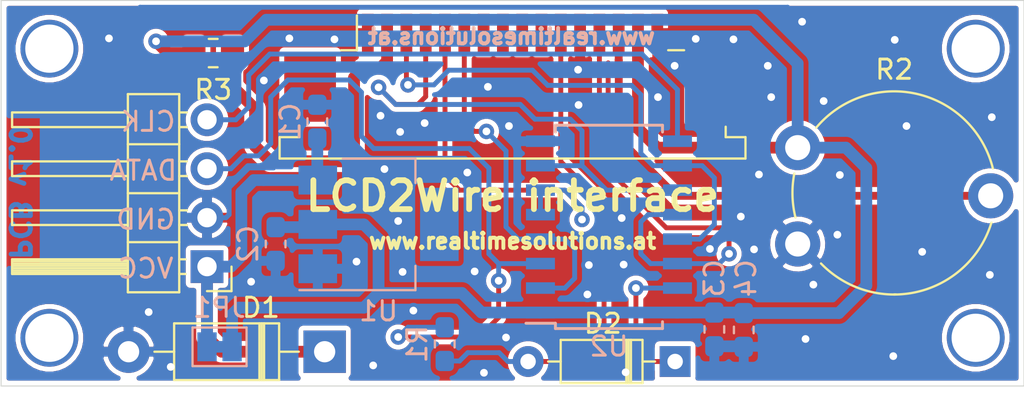
<source format=kicad_pcb>
(kicad_pcb (version 20171130) (host pcbnew "(5.1.9)-1")

  (general
    (thickness 1.6)
    (drawings 12)
    (tracks 261)
    (zones 0)
    (modules 14)
    (nets 19)
  )

  (page A4)
  (layers
    (0 F.Cu signal)
    (31 B.Cu signal)
    (32 B.Adhes user)
    (33 F.Adhes user)
    (34 B.Paste user)
    (35 F.Paste user)
    (36 B.SilkS user)
    (37 F.SilkS user)
    (38 B.Mask user)
    (39 F.Mask user)
    (40 Dwgs.User user)
    (41 Cmts.User user)
    (42 Eco1.User user)
    (43 Eco2.User user)
    (44 Edge.Cuts user)
    (45 Margin user)
    (46 B.CrtYd user)
    (47 F.CrtYd user)
    (48 B.Fab user)
    (49 F.Fab user)
  )

  (setup
    (last_trace_width 0.2032)
    (user_trace_width 0.2032)
    (user_trace_width 0.254)
    (user_trace_width 0.4064)
    (user_trace_width 0.508)
    (user_trace_width 0.6096)
    (user_trace_width 1.016)
    (user_trace_width 1.934)
    (user_trace_width 2.032)
    (user_trace_width 2.54)
    (trace_clearance 0.2)
    (zone_clearance 0.254)
    (zone_45_only no)
    (trace_min 0.2)
    (via_size 0.8)
    (via_drill 0.4)
    (via_min_size 0.4)
    (via_min_drill 0.3)
    (user_via 0.6 0.3)
    (user_via 1.016 0.5)
    (uvia_size 0.3)
    (uvia_drill 0.1)
    (uvias_allowed no)
    (uvia_min_size 0.2)
    (uvia_min_drill 0.1)
    (edge_width 0.05)
    (segment_width 0.2)
    (pcb_text_width 0.3)
    (pcb_text_size 1.5 1.5)
    (mod_edge_width 0.12)
    (mod_text_size 1 1)
    (mod_text_width 0.15)
    (pad_size 1.524 1.524)
    (pad_drill 0.762)
    (pad_to_mask_clearance 0.051)
    (solder_mask_min_width 0.25)
    (aux_axis_origin 0 0)
    (visible_elements 7EFFF7FF)
    (pcbplotparams
      (layerselection 0x010fc_ffffffff)
      (usegerberextensions false)
      (usegerberattributes false)
      (usegerberadvancedattributes false)
      (creategerberjobfile false)
      (excludeedgelayer true)
      (linewidth 0.100000)
      (plotframeref false)
      (viasonmask false)
      (mode 1)
      (useauxorigin false)
      (hpglpennumber 1)
      (hpglpenspeed 20)
      (hpglpendiameter 15.000000)
      (psnegative false)
      (psa4output false)
      (plotreference true)
      (plotvalue true)
      (plotinvisibletext false)
      (padsonsilk false)
      (subtractmaskfromsilk false)
      (outputformat 1)
      (mirror false)
      (drillshape 0)
      (scaleselection 1)
      (outputdirectory "./gbr"))
  )

  (net 0 "")
  (net 1 GND)
  (net 2 VCC)
  (net 3 +5V)
  (net 4 "Net-(D2-Pad2)")
  (net 5 "Net-(D2-Pad1)")
  (net 6 CLK)
  (net 7 DATA)
  (net 8 "Net-(J3-Pad14)")
  (net 9 "Net-(J3-Pad13)")
  (net 10 "Net-(J3-Pad10)")
  (net 11 "Net-(J3-Pad9)")
  (net 12 "Net-(J3-Pad8)")
  (net 13 "Net-(J3-Pad7)")
  (net 14 "Net-(J3-Pad4)")
  (net 15 "Net-(J3-Pad3)")
  (net 16 "Net-(J3-Pad6)")
  (net 17 "Net-(J3-Pad5)")
  (net 18 "Net-(J3-Pad2)")

  (net_class Default "This is the default net class."
    (clearance 0.2)
    (trace_width 0.25)
    (via_dia 0.8)
    (via_drill 0.4)
    (uvia_dia 0.3)
    (uvia_drill 0.1)
    (add_net +5V)
    (add_net CLK)
    (add_net DATA)
    (add_net GND)
    (add_net "Net-(D2-Pad1)")
    (add_net "Net-(D2-Pad2)")
    (add_net "Net-(J3-Pad10)")
    (add_net "Net-(J3-Pad13)")
    (add_net "Net-(J3-Pad14)")
    (add_net "Net-(J3-Pad2)")
    (add_net "Net-(J3-Pad3)")
    (add_net "Net-(J3-Pad4)")
    (add_net "Net-(J3-Pad5)")
    (add_net "Net-(J3-Pad6)")
    (add_net "Net-(J3-Pad7)")
    (add_net "Net-(J3-Pad8)")
    (add_net "Net-(J3-Pad9)")
    (add_net VCC)
  )

  (module Resistor_SMD:R_0805_2012Metric_Pad1.20x1.40mm_HandSolder (layer F.Cu) (tedit 5F68FEEE) (tstamp 607E97CD)
    (at 10.9888 -17.272)
    (descr "Resistor SMD 0805 (2012 Metric), square (rectangular) end terminal, IPC_7351 nominal with elongated pad for handsoldering. (Body size source: IPC-SM-782 page 72, https://www.pcb-3d.com/wordpress/wp-content/uploads/ipc-sm-782a_amendment_1_and_2.pdf), generated with kicad-footprint-generator")
    (tags "resistor handsolder")
    (path /600533B5)
    (attr smd)
    (fp_text reference R3 (at 0 1.905) (layer F.SilkS)
      (effects (font (size 1 1) (thickness 0.15)))
    )
    (fp_text value * (at 0 1.143) (layer F.Fab)
      (effects (font (size 1 1) (thickness 0.15)))
    )
    (fp_line (start 1.85 0.95) (end -1.85 0.95) (layer F.CrtYd) (width 0.05))
    (fp_line (start 1.85 -0.95) (end 1.85 0.95) (layer F.CrtYd) (width 0.05))
    (fp_line (start -1.85 -0.95) (end 1.85 -0.95) (layer F.CrtYd) (width 0.05))
    (fp_line (start -1.85 0.95) (end -1.85 -0.95) (layer F.CrtYd) (width 0.05))
    (fp_line (start -0.227064 0.735) (end 0.227064 0.735) (layer F.SilkS) (width 0.12))
    (fp_line (start -0.227064 -0.735) (end 0.227064 -0.735) (layer F.SilkS) (width 0.12))
    (fp_line (start 1 0.625) (end -1 0.625) (layer F.Fab) (width 0.1))
    (fp_line (start 1 -0.625) (end 1 0.625) (layer F.Fab) (width 0.1))
    (fp_line (start -1 -0.625) (end 1 -0.625) (layer F.Fab) (width 0.1))
    (fp_line (start -1 0.625) (end -1 -0.625) (layer F.Fab) (width 0.1))
    (fp_text user %R (at 0 0) (layer F.Fab)
      (effects (font (size 0.5 0.5) (thickness 0.08)))
    )
    (pad 2 smd roundrect (at 1 0) (size 1.2 1.4) (layers F.Cu F.Paste F.Mask) (roundrect_rratio 0.208333)
      (net 18 "Net-(J3-Pad2)"))
    (pad 1 smd roundrect (at -1 0) (size 1.2 1.4) (layers F.Cu F.Paste F.Mask) (roundrect_rratio 0.208333)
      (net 3 +5V))
    (model ${KISYS3DMOD}/Resistor_SMD.3dshapes/R_0805_2012Metric.wrl
      (at (xyz 0 0 0))
      (scale (xyz 1 1 1))
      (rotate (xyz 0 0 0))
    )
  )

  (module Package_TO_SOT_SMD:SOT-223 (layer B.Cu) (tedit 5A02FF57) (tstamp 60051D62)
    (at 19.558 -8.382)
    (descr "module CMS SOT223 4 pins")
    (tags "CMS SOT")
    (path /600505D0)
    (attr smd)
    (fp_text reference U1 (at 0 4.5) (layer B.SilkS)
      (effects (font (size 1 1) (thickness 0.15)) (justify mirror))
    )
    (fp_text value AZ1117-5.0 (at 0 -4.5) (layer B.Fab)
      (effects (font (size 1 1) (thickness 0.15)) (justify mirror))
    )
    (fp_line (start 1.85 3.35) (end 1.85 -3.35) (layer B.Fab) (width 0.1))
    (fp_line (start -1.85 -3.35) (end 1.85 -3.35) (layer B.Fab) (width 0.1))
    (fp_line (start -4.1 3.41) (end 1.91 3.41) (layer B.SilkS) (width 0.12))
    (fp_line (start -0.8 3.35) (end 1.85 3.35) (layer B.Fab) (width 0.1))
    (fp_line (start -1.85 -3.41) (end 1.91 -3.41) (layer B.SilkS) (width 0.12))
    (fp_line (start -1.85 2.3) (end -1.85 -3.35) (layer B.Fab) (width 0.1))
    (fp_line (start -4.4 3.6) (end -4.4 -3.6) (layer B.CrtYd) (width 0.05))
    (fp_line (start -4.4 -3.6) (end 4.4 -3.6) (layer B.CrtYd) (width 0.05))
    (fp_line (start 4.4 -3.6) (end 4.4 3.6) (layer B.CrtYd) (width 0.05))
    (fp_line (start 4.4 3.6) (end -4.4 3.6) (layer B.CrtYd) (width 0.05))
    (fp_line (start 1.91 3.41) (end 1.91 2.15) (layer B.SilkS) (width 0.12))
    (fp_line (start 1.91 -3.41) (end 1.91 -2.15) (layer B.SilkS) (width 0.12))
    (fp_line (start -1.85 2.3) (end -0.8 3.35) (layer B.Fab) (width 0.1))
    (fp_text user %R (at 0 0 -90) (layer B.Fab)
      (effects (font (size 0.8 0.8) (thickness 0.12)) (justify mirror))
    )
    (pad 1 smd rect (at -3.15 2.3) (size 2 1.5) (layers B.Cu B.Paste B.Mask)
      (net 1 GND))
    (pad 3 smd rect (at -3.15 -2.3) (size 2 1.5) (layers B.Cu B.Paste B.Mask)
      (net 2 VCC))
    (pad 2 smd rect (at -3.15 0) (size 2 1.5) (layers B.Cu B.Paste B.Mask)
      (net 3 +5V))
    (pad 4 smd rect (at 3.15 0) (size 2 3.8) (layers B.Cu B.Paste B.Mask))
    (model ${KISYS3DMOD}/Package_TO_SOT_SMD.3dshapes/SOT-223.wrl
      (at (xyz 0 0 0))
      (scale (xyz 1 1 1))
      (rotate (xyz 0 0 0))
    )
  )

  (module Capacitor_SMD:C_0603_1608Metric_Pad1.05x0.95mm_HandSolder (layer B.Cu) (tedit 5B301BBE) (tstamp 60051C23)
    (at 36.957 -2.935 270)
    (descr "Capacitor SMD 0603 (1608 Metric), square (rectangular) end terminal, IPC_7351 nominal with elongated pad for handsoldering. (Body size source: http://www.tortai-tech.com/upload/download/2011102023233369053.pdf), generated with kicad-footprint-generator")
    (tags "capacitor handsolder")
    (path /6004D4E6)
    (attr smd)
    (fp_text reference C3 (at -2.653 0 270) (layer B.SilkS)
      (effects (font (size 1 1) (thickness 0.15)) (justify mirror))
    )
    (fp_text value 100nF (at 0 -1.43 270) (layer B.Fab)
      (effects (font (size 1 1) (thickness 0.15)) (justify mirror))
    )
    (fp_line (start 1.65 -0.73) (end -1.65 -0.73) (layer B.CrtYd) (width 0.05))
    (fp_line (start 1.65 0.73) (end 1.65 -0.73) (layer B.CrtYd) (width 0.05))
    (fp_line (start -1.65 0.73) (end 1.65 0.73) (layer B.CrtYd) (width 0.05))
    (fp_line (start -1.65 -0.73) (end -1.65 0.73) (layer B.CrtYd) (width 0.05))
    (fp_line (start -0.171267 -0.51) (end 0.171267 -0.51) (layer B.SilkS) (width 0.12))
    (fp_line (start -0.171267 0.51) (end 0.171267 0.51) (layer B.SilkS) (width 0.12))
    (fp_line (start 0.8 -0.4) (end -0.8 -0.4) (layer B.Fab) (width 0.1))
    (fp_line (start 0.8 0.4) (end 0.8 -0.4) (layer B.Fab) (width 0.1))
    (fp_line (start -0.8 0.4) (end 0.8 0.4) (layer B.Fab) (width 0.1))
    (fp_line (start -0.8 -0.4) (end -0.8 0.4) (layer B.Fab) (width 0.1))
    (fp_text user %R (at 0 0 270) (layer B.Fab)
      (effects (font (size 0.4 0.4) (thickness 0.06)) (justify mirror))
    )
    (pad 2 smd roundrect (at 0.875 0 270) (size 1.05 0.95) (layers B.Cu B.Paste B.Mask) (roundrect_rratio 0.25)
      (net 1 GND))
    (pad 1 smd roundrect (at -0.875 0 270) (size 1.05 0.95) (layers B.Cu B.Paste B.Mask) (roundrect_rratio 0.25)
      (net 3 +5V))
    (model ${KISYS3DMOD}/Capacitor_SMD.3dshapes/C_0603_1608Metric.wrl
      (at (xyz 0 0 0))
      (scale (xyz 1 1 1))
      (rotate (xyz 0 0 0))
    )
  )

  (module Diode_THT:D_DO-41_SOD81_P10.16mm_Horizontal (layer F.Cu) (tedit 5AE50CD5) (tstamp 607E8C72)
    (at 16.764 -1.778 180)
    (descr "Diode, DO-41_SOD81 series, Axial, Horizontal, pin pitch=10.16mm, , length*diameter=5.2*2.7mm^2, , http://www.diodes.com/_files/packages/DO-41%20(Plastic).pdf")
    (tags "Diode DO-41_SOD81 series Axial Horizontal pin pitch 10.16mm  length 5.2mm diameter 2.7mm")
    (path /60050EC8)
    (fp_text reference D1 (at 3.302 2.286) (layer F.SilkS)
      (effects (font (size 1 1) (thickness 0.15)))
    )
    (fp_text value 1N4007 (at 5.08 2.47) (layer F.Fab)
      (effects (font (size 1 1) (thickness 0.15)))
    )
    (fp_line (start 11.51 -1.6) (end -1.35 -1.6) (layer F.CrtYd) (width 0.05))
    (fp_line (start 11.51 1.6) (end 11.51 -1.6) (layer F.CrtYd) (width 0.05))
    (fp_line (start -1.35 1.6) (end 11.51 1.6) (layer F.CrtYd) (width 0.05))
    (fp_line (start -1.35 -1.6) (end -1.35 1.6) (layer F.CrtYd) (width 0.05))
    (fp_line (start 3.14 -1.47) (end 3.14 1.47) (layer F.SilkS) (width 0.12))
    (fp_line (start 3.38 -1.47) (end 3.38 1.47) (layer F.SilkS) (width 0.12))
    (fp_line (start 3.26 -1.47) (end 3.26 1.47) (layer F.SilkS) (width 0.12))
    (fp_line (start 8.82 0) (end 7.8 0) (layer F.SilkS) (width 0.12))
    (fp_line (start 1.34 0) (end 2.36 0) (layer F.SilkS) (width 0.12))
    (fp_line (start 7.8 -1.47) (end 2.36 -1.47) (layer F.SilkS) (width 0.12))
    (fp_line (start 7.8 1.47) (end 7.8 -1.47) (layer F.SilkS) (width 0.12))
    (fp_line (start 2.36 1.47) (end 7.8 1.47) (layer F.SilkS) (width 0.12))
    (fp_line (start 2.36 -1.47) (end 2.36 1.47) (layer F.SilkS) (width 0.12))
    (fp_line (start 3.16 -1.35) (end 3.16 1.35) (layer F.Fab) (width 0.1))
    (fp_line (start 3.36 -1.35) (end 3.36 1.35) (layer F.Fab) (width 0.1))
    (fp_line (start 3.26 -1.35) (end 3.26 1.35) (layer F.Fab) (width 0.1))
    (fp_line (start 10.16 0) (end 7.68 0) (layer F.Fab) (width 0.1))
    (fp_line (start 0 0) (end 2.48 0) (layer F.Fab) (width 0.1))
    (fp_line (start 7.68 -1.35) (end 2.48 -1.35) (layer F.Fab) (width 0.1))
    (fp_line (start 7.68 1.35) (end 7.68 -1.35) (layer F.Fab) (width 0.1))
    (fp_line (start 2.48 1.35) (end 7.68 1.35) (layer F.Fab) (width 0.1))
    (fp_line (start 2.48 -1.35) (end 2.48 1.35) (layer F.Fab) (width 0.1))
    (fp_text user K (at 0 -2.1) (layer F.SilkS) hide
      (effects (font (size 1 1) (thickness 0.15)))
    )
    (fp_text user K (at 0 -2.1) (layer F.Fab)
      (effects (font (size 1 1) (thickness 0.15)))
    )
    (fp_text user %R (at 5.47 0) (layer F.Fab)
      (effects (font (size 1 1) (thickness 0.15)))
    )
    (pad 2 thru_hole oval (at 10.16 0 180) (size 2.2 2.2) (drill 1.1) (layers *.Cu *.Mask)
      (net 1 GND))
    (pad 1 thru_hole rect (at 0 0 180) (size 2.2 2.2) (drill 1.1) (layers *.Cu *.Mask)
      (net 2 VCC))
    (model ${KISYS3DMOD}/Diode_THT.3dshapes/D_DO-41_SOD81_P10.16mm_Horizontal.wrl
      (at (xyz 0 0 0))
      (scale (xyz 1 1 1))
      (rotate (xyz 0 0 0))
    )
  )

  (module Package_SO:SOIC-16W_5.3x10.2mm_P1.27mm (layer B.Cu) (tedit 5A02F2D3) (tstamp 607EB835)
    (at 31.496 -8.255)
    (descr "16-Lead Plastic Small Outline (SO) - Wide, 5.3 mm Body (http://www.ti.com/lit/ml/msop002a/msop002a.pdf)")
    (tags "SOIC 1.27")
    (path /6004BE1F)
    (attr smd)
    (fp_text reference U2 (at 0 6.2) (layer B.SilkS)
      (effects (font (size 1 1) (thickness 0.15)) (justify mirror))
    )
    (fp_text value 74LS174 (at 0 -6.2) (layer B.Fab)
      (effects (font (size 1 1) (thickness 0.15)) (justify mirror))
    )
    (fp_line (start -1.65 5.1) (end 2.65 5.1) (layer B.Fab) (width 0.15))
    (fp_line (start 2.65 5.1) (end 2.65 -5.1) (layer B.Fab) (width 0.15))
    (fp_line (start 2.65 -5.1) (end -2.65 -5.1) (layer B.Fab) (width 0.15))
    (fp_line (start -2.65 -5.1) (end -2.65 4.1) (layer B.Fab) (width 0.15))
    (fp_line (start -2.65 4.1) (end -1.65 5.1) (layer B.Fab) (width 0.15))
    (fp_line (start -4.55 5.45) (end -4.55 -5.45) (layer B.CrtYd) (width 0.05))
    (fp_line (start 4.55 5.45) (end 4.55 -5.45) (layer B.CrtYd) (width 0.05))
    (fp_line (start -4.55 5.45) (end 4.55 5.45) (layer B.CrtYd) (width 0.05))
    (fp_line (start -4.55 -5.45) (end 4.55 -5.45) (layer B.CrtYd) (width 0.05))
    (fp_line (start -2.775 5.275) (end -2.775 5) (layer B.SilkS) (width 0.15))
    (fp_line (start 2.775 5.275) (end 2.775 4.92) (layer B.SilkS) (width 0.15))
    (fp_line (start 2.775 -5.275) (end 2.775 -4.92) (layer B.SilkS) (width 0.15))
    (fp_line (start -2.775 -5.275) (end -2.775 -4.92) (layer B.SilkS) (width 0.15))
    (fp_line (start -2.775 5.275) (end 2.775 5.275) (layer B.SilkS) (width 0.15))
    (fp_line (start -2.775 -5.275) (end 2.775 -5.275) (layer B.SilkS) (width 0.15))
    (fp_line (start -2.775 5) (end -4.3 5) (layer B.SilkS) (width 0.15))
    (fp_text user %R (at 0 0) (layer B.Fab)
      (effects (font (size 1 1) (thickness 0.15)) (justify mirror))
    )
    (pad 1 smd rect (at -3.55 4.445) (size 1.5 0.6) (layers B.Cu B.Paste B.Mask)
      (net 3 +5V))
    (pad 2 smd rect (at -3.55 3.175) (size 1.5 0.6) (layers B.Cu B.Paste B.Mask)
      (net 16 "Net-(J3-Pad6)"))
    (pad 3 smd rect (at -3.55 1.905) (size 1.5 0.6) (layers B.Cu B.Paste B.Mask)
      (net 7 DATA))
    (pad 4 smd rect (at -3.55 0.635) (size 1.5 0.6) (layers B.Cu B.Paste B.Mask)
      (net 16 "Net-(J3-Pad6)"))
    (pad 5 smd rect (at -3.55 -0.635) (size 1.5 0.6) (layers B.Cu B.Paste B.Mask)
      (net 17 "Net-(J3-Pad5)"))
    (pad 6 smd rect (at -3.55 -1.905) (size 1.5 0.6) (layers B.Cu B.Paste B.Mask)
      (net 17 "Net-(J3-Pad5)"))
    (pad 7 smd rect (at -3.55 -3.175) (size 1.5 0.6) (layers B.Cu B.Paste B.Mask)
      (net 14 "Net-(J3-Pad4)"))
    (pad 8 smd rect (at -3.55 -4.445) (size 1.5 0.6) (layers B.Cu B.Paste B.Mask)
      (net 1 GND))
    (pad 9 smd rect (at 3.55 -4.445) (size 1.5 0.6) (layers B.Cu B.Paste B.Mask)
      (net 6 CLK))
    (pad 10 smd rect (at 3.55 -3.175) (size 1.5 0.6) (layers B.Cu B.Paste B.Mask)
      (net 15 "Net-(J3-Pad3)"))
    (pad 11 smd rect (at 3.55 -1.905) (size 1.5 0.6) (layers B.Cu B.Paste B.Mask)
      (net 14 "Net-(J3-Pad4)"))
    (pad 12 smd rect (at 3.55 -0.635) (size 1.5 0.6) (layers B.Cu B.Paste B.Mask)
      (net 9 "Net-(J3-Pad13)"))
    (pad 13 smd rect (at 3.55 0.635) (size 1.5 0.6) (layers B.Cu B.Paste B.Mask)
      (net 15 "Net-(J3-Pad3)"))
    (pad 14 smd rect (at 3.55 1.905) (size 1.5 0.6) (layers B.Cu B.Paste B.Mask)
      (net 9 "Net-(J3-Pad13)"))
    (pad 15 smd rect (at 3.55 3.175) (size 1.5 0.6) (layers B.Cu B.Paste B.Mask)
      (net 5 "Net-(D2-Pad1)"))
    (pad 16 smd rect (at 3.55 4.445) (size 1.5 0.6) (layers B.Cu B.Paste B.Mask)
      (net 3 +5V))
    (model ${KISYS3DMOD}/Package_SO.3dshapes/SOIC-16W_5.3x10.2mm_P1.27mm.wrl
      (at (xyz 0 0 0))
      (scale (xyz 1 1 1))
      (rotate (xyz 0 0 0))
    )
  )

  (module Potentiometer_THT:Potentiometer_Piher_PT-10-V10_Vertical (layer F.Cu) (tedit 5A3D4993) (tstamp 60051D1E)
    (at 41.275 -7.366)
    (descr "Potentiometer, vertical, Piher PT-10-V10, http://www.piher-nacesa.com/pdf/12-PT10v03.pdf")
    (tags "Potentiometer vertical Piher PT-10-V10")
    (path /60052BE0)
    (fp_text reference R2 (at 5 -9.05) (layer F.SilkS)
      (effects (font (size 1 1) (thickness 0.15)))
    )
    (fp_text value 5K (at 5 3.75) (layer F.Fab)
      (effects (font (size 1 1) (thickness 0.15)))
    )
    (fp_line (start 11.45 -8.05) (end -1.45 -8.05) (layer F.CrtYd) (width 0.05))
    (fp_line (start 11.45 2.75) (end 11.45 -8.05) (layer F.CrtYd) (width 0.05))
    (fp_line (start -1.45 2.75) (end 11.45 2.75) (layer F.CrtYd) (width 0.05))
    (fp_line (start -1.45 -8.05) (end -1.45 2.75) (layer F.CrtYd) (width 0.05))
    (fp_circle (center 5 -2.65) (end 6.5 -2.65) (layer F.Fab) (width 0.1))
    (fp_circle (center 5 -2.65) (end 10.15 -2.65) (layer F.Fab) (width 0.1))
    (fp_text user %R (at 1.05 -2.65 90) (layer F.Fab)
      (effects (font (size 1 1) (thickness 0.15)))
    )
    (fp_arc (start 5 -2.65) (end 1.209 1.011) (angle -47) (layer F.SilkS) (width 0.12))
    (fp_arc (start 5 -2.65) (end -0.174 -3.656) (angle -25) (layer F.SilkS) (width 0.12))
    (fp_arc (start 5 -2.65) (end 10.114 -3.924) (angle -126) (layer F.SilkS) (width 0.12))
    (fp_arc (start 5 -2.65) (end 5 2.62) (angle -73) (layer F.SilkS) (width 0.12))
    (pad 1 thru_hole circle (at 0 0) (size 2.34 2.34) (drill 1.3) (layers *.Cu *.Mask)
      (net 1 GND))
    (pad 2 thru_hole circle (at 10 -2.5) (size 2.34 2.34) (drill 1.3) (layers *.Cu *.Mask)
      (net 8 "Net-(J3-Pad14)"))
    (pad 3 thru_hole circle (at 0 -5) (size 2.34 2.34) (drill 1.3) (layers *.Cu *.Mask)
      (net 3 +5V))
    (model ${KISYS3DMOD}/Potentiometer_THT.3dshapes/Potentiometer_Piher_PT-10-V10_Vertical.wrl
      (at (xyz 0 0 0))
      (scale (xyz 1 1 1))
      (rotate (xyz 0 0 0))
    )
  )

  (module Resistor_SMD:R_0603_1608Metric_Pad1.05x0.95mm_HandSolder (layer B.Cu) (tedit 5B301BBD) (tstamp 60051D0C)
    (at 22.987 -2.173 270)
    (descr "Resistor SMD 0603 (1608 Metric), square (rectangular) end terminal, IPC_7351 nominal with elongated pad for handsoldering. (Body size source: http://www.tortai-tech.com/upload/download/2011102023233369053.pdf), generated with kicad-footprint-generator")
    (tags "resistor handsolder")
    (path /60051672)
    (attr smd)
    (fp_text reference R1 (at 0 1.43 90) (layer B.SilkS)
      (effects (font (size 1 1) (thickness 0.15)) (justify mirror))
    )
    (fp_text value 1K (at 0 -1.43 90) (layer B.Fab)
      (effects (font (size 1 1) (thickness 0.15)) (justify mirror))
    )
    (fp_line (start 1.65 -0.73) (end -1.65 -0.73) (layer B.CrtYd) (width 0.05))
    (fp_line (start 1.65 0.73) (end 1.65 -0.73) (layer B.CrtYd) (width 0.05))
    (fp_line (start -1.65 0.73) (end 1.65 0.73) (layer B.CrtYd) (width 0.05))
    (fp_line (start -1.65 -0.73) (end -1.65 0.73) (layer B.CrtYd) (width 0.05))
    (fp_line (start -0.171267 -0.51) (end 0.171267 -0.51) (layer B.SilkS) (width 0.12))
    (fp_line (start -0.171267 0.51) (end 0.171267 0.51) (layer B.SilkS) (width 0.12))
    (fp_line (start 0.8 -0.4) (end -0.8 -0.4) (layer B.Fab) (width 0.1))
    (fp_line (start 0.8 0.4) (end 0.8 -0.4) (layer B.Fab) (width 0.1))
    (fp_line (start -0.8 0.4) (end 0.8 0.4) (layer B.Fab) (width 0.1))
    (fp_line (start -0.8 -0.4) (end -0.8 0.4) (layer B.Fab) (width 0.1))
    (fp_text user %R (at 0 0 90) (layer B.Fab)
      (effects (font (size 0.4 0.4) (thickness 0.06)) (justify mirror))
    )
    (pad 2 smd roundrect (at 0.875 0 270) (size 1.05 0.95) (layers B.Cu B.Paste B.Mask) (roundrect_rratio 0.25)
      (net 4 "Net-(D2-Pad2)"))
    (pad 1 smd roundrect (at -0.875 0 270) (size 1.05 0.95) (layers B.Cu B.Paste B.Mask) (roundrect_rratio 0.25)
      (net 7 DATA))
    (model ${KISYS3DMOD}/Resistor_SMD.3dshapes/R_0603_1608Metric.wrl
      (at (xyz 0 0 0))
      (scale (xyz 1 1 1))
      (rotate (xyz 0 0 0))
    )
  )

  (module Diode_THT:D_DO-35_SOD27_P7.62mm_Horizontal (layer F.Cu) (tedit 5AE50CD5) (tstamp 607EBAD7)
    (at 34.925 -1.27 180)
    (descr "Diode, DO-35_SOD27 series, Axial, Horizontal, pin pitch=7.62mm, , length*diameter=4*2mm^2, , http://www.diodes.com/_files/packages/DO-35.pdf")
    (tags "Diode DO-35_SOD27 series Axial Horizontal pin pitch 7.62mm  length 4mm diameter 2mm")
    (path /6004C4DC)
    (fp_text reference D2 (at 3.7465 1.9685) (layer F.SilkS)
      (effects (font (size 1 1) (thickness 0.15)))
    )
    (fp_text value 1N4148 (at 3.81 2.12) (layer F.Fab)
      (effects (font (size 1 1) (thickness 0.15)))
    )
    (fp_line (start 8.67 -1.25) (end -1.05 -1.25) (layer F.CrtYd) (width 0.05))
    (fp_line (start 8.67 1.25) (end 8.67 -1.25) (layer F.CrtYd) (width 0.05))
    (fp_line (start -1.05 1.25) (end 8.67 1.25) (layer F.CrtYd) (width 0.05))
    (fp_line (start -1.05 -1.25) (end -1.05 1.25) (layer F.CrtYd) (width 0.05))
    (fp_line (start 2.29 -1.12) (end 2.29 1.12) (layer F.SilkS) (width 0.12))
    (fp_line (start 2.53 -1.12) (end 2.53 1.12) (layer F.SilkS) (width 0.12))
    (fp_line (start 2.41 -1.12) (end 2.41 1.12) (layer F.SilkS) (width 0.12))
    (fp_line (start 6.58 0) (end 5.93 0) (layer F.SilkS) (width 0.12))
    (fp_line (start 1.04 0) (end 1.69 0) (layer F.SilkS) (width 0.12))
    (fp_line (start 5.93 -1.12) (end 1.69 -1.12) (layer F.SilkS) (width 0.12))
    (fp_line (start 5.93 1.12) (end 5.93 -1.12) (layer F.SilkS) (width 0.12))
    (fp_line (start 1.69 1.12) (end 5.93 1.12) (layer F.SilkS) (width 0.12))
    (fp_line (start 1.69 -1.12) (end 1.69 1.12) (layer F.SilkS) (width 0.12))
    (fp_line (start 2.31 -1) (end 2.31 1) (layer F.Fab) (width 0.1))
    (fp_line (start 2.51 -1) (end 2.51 1) (layer F.Fab) (width 0.1))
    (fp_line (start 2.41 -1) (end 2.41 1) (layer F.Fab) (width 0.1))
    (fp_line (start 7.62 0) (end 5.81 0) (layer F.Fab) (width 0.1))
    (fp_line (start 0 0) (end 1.81 0) (layer F.Fab) (width 0.1))
    (fp_line (start 5.81 -1) (end 1.81 -1) (layer F.Fab) (width 0.1))
    (fp_line (start 5.81 1) (end 5.81 -1) (layer F.Fab) (width 0.1))
    (fp_line (start 1.81 1) (end 5.81 1) (layer F.Fab) (width 0.1))
    (fp_line (start 1.81 -1) (end 1.81 1) (layer F.Fab) (width 0.1))
    (fp_text user K (at 0 -1.778) (layer F.SilkS) hide
      (effects (font (size 1 1) (thickness 0.15)))
    )
    (fp_text user K (at 0 -1.8) (layer F.Fab)
      (effects (font (size 1 1) (thickness 0.15)))
    )
    (fp_text user %R (at 4.11 0) (layer F.Fab)
      (effects (font (size 0.8 0.8) (thickness 0.12)))
    )
    (pad 2 thru_hole oval (at 7.62 0 180) (size 1.6 1.6) (drill 0.8) (layers *.Cu *.Mask)
      (net 4 "Net-(D2-Pad2)"))
    (pad 1 thru_hole rect (at 0 0 180) (size 1.6 1.6) (drill 0.8) (layers *.Cu *.Mask)
      (net 5 "Net-(D2-Pad1)"))
    (model ${KISYS3DMOD}/Diode_THT.3dshapes/D_DO-35_SOD27_P7.62mm_Horizontal.wrl
      (at (xyz 0 0 0))
      (scale (xyz 1 1 1))
      (rotate (xyz 0 0 0))
    )
  )

  (module Capacitor_SMD:C_0603_1608Metric_Pad1.05x0.95mm_HandSolder (layer B.Cu) (tedit 5B301BBE) (tstamp 600596A7)
    (at 38.481 -2.907 270)
    (descr "Capacitor SMD 0603 (1608 Metric), square (rectangular) end terminal, IPC_7351 nominal with elongated pad for handsoldering. (Body size source: http://www.tortai-tech.com/upload/download/2011102023233369053.pdf), generated with kicad-footprint-generator")
    (tags "capacitor handsolder")
    (path /600541E9)
    (attr smd)
    (fp_text reference C4 (at -2.681 -0.127 270) (layer B.SilkS)
      (effects (font (size 1 1) (thickness 0.15)) (justify mirror))
    )
    (fp_text value 1nF (at 0 -1.43 270) (layer B.Fab)
      (effects (font (size 1 1) (thickness 0.15)) (justify mirror))
    )
    (fp_line (start 1.65 -0.73) (end -1.65 -0.73) (layer B.CrtYd) (width 0.05))
    (fp_line (start 1.65 0.73) (end 1.65 -0.73) (layer B.CrtYd) (width 0.05))
    (fp_line (start -1.65 0.73) (end 1.65 0.73) (layer B.CrtYd) (width 0.05))
    (fp_line (start -1.65 -0.73) (end -1.65 0.73) (layer B.CrtYd) (width 0.05))
    (fp_line (start -0.171267 -0.51) (end 0.171267 -0.51) (layer B.SilkS) (width 0.12))
    (fp_line (start -0.171267 0.51) (end 0.171267 0.51) (layer B.SilkS) (width 0.12))
    (fp_line (start 0.8 -0.4) (end -0.8 -0.4) (layer B.Fab) (width 0.1))
    (fp_line (start 0.8 0.4) (end 0.8 -0.4) (layer B.Fab) (width 0.1))
    (fp_line (start -0.8 0.4) (end 0.8 0.4) (layer B.Fab) (width 0.1))
    (fp_line (start -0.8 -0.4) (end -0.8 0.4) (layer B.Fab) (width 0.1))
    (fp_text user %R (at 0 0 270) (layer B.Fab)
      (effects (font (size 0.4 0.4) (thickness 0.06)) (justify mirror))
    )
    (pad 2 smd roundrect (at 0.875 0 270) (size 1.05 0.95) (layers B.Cu B.Paste B.Mask) (roundrect_rratio 0.25)
      (net 1 GND))
    (pad 1 smd roundrect (at -0.875 0 270) (size 1.05 0.95) (layers B.Cu B.Paste B.Mask) (roundrect_rratio 0.25)
      (net 3 +5V))
    (model ${KISYS3DMOD}/Capacitor_SMD.3dshapes/C_0603_1608Metric.wrl
      (at (xyz 0 0 0))
      (scale (xyz 1 1 1))
      (rotate (xyz 0 0 0))
    )
  )

  (module Capacitor_SMD:C_0603_1608Metric_Pad1.05x0.95mm_HandSolder (layer B.Cu) (tedit 5B301BBE) (tstamp 607E6D5D)
    (at 14.224 -7.366 270)
    (descr "Capacitor SMD 0603 (1608 Metric), square (rectangular) end terminal, IPC_7351 nominal with elongated pad for handsoldering. (Body size source: http://www.tortai-tech.com/upload/download/2011102023233369053.pdf), generated with kicad-footprint-generator")
    (tags "capacitor handsolder")
    (path /60053F0B)
    (attr smd)
    (fp_text reference C2 (at 0 1.43 270) (layer B.SilkS)
      (effects (font (size 1 1) (thickness 0.15)) (justify mirror))
    )
    (fp_text value 100nF (at 0 -1.43 270) (layer B.Fab)
      (effects (font (size 1 1) (thickness 0.15)) (justify mirror))
    )
    (fp_line (start 1.65 -0.73) (end -1.65 -0.73) (layer B.CrtYd) (width 0.05))
    (fp_line (start 1.65 0.73) (end 1.65 -0.73) (layer B.CrtYd) (width 0.05))
    (fp_line (start -1.65 0.73) (end 1.65 0.73) (layer B.CrtYd) (width 0.05))
    (fp_line (start -1.65 -0.73) (end -1.65 0.73) (layer B.CrtYd) (width 0.05))
    (fp_line (start -0.171267 -0.51) (end 0.171267 -0.51) (layer B.SilkS) (width 0.12))
    (fp_line (start -0.171267 0.51) (end 0.171267 0.51) (layer B.SilkS) (width 0.12))
    (fp_line (start 0.8 -0.4) (end -0.8 -0.4) (layer B.Fab) (width 0.1))
    (fp_line (start 0.8 0.4) (end 0.8 -0.4) (layer B.Fab) (width 0.1))
    (fp_line (start -0.8 0.4) (end 0.8 0.4) (layer B.Fab) (width 0.1))
    (fp_line (start -0.8 -0.4) (end -0.8 0.4) (layer B.Fab) (width 0.1))
    (fp_text user %R (at 0 0 270) (layer B.Fab)
      (effects (font (size 0.4 0.4) (thickness 0.06)) (justify mirror))
    )
    (pad 2 smd roundrect (at 0.875 0 270) (size 1.05 0.95) (layers B.Cu B.Paste B.Mask) (roundrect_rratio 0.25)
      (net 1 GND))
    (pad 1 smd roundrect (at -0.875 0 270) (size 1.05 0.95) (layers B.Cu B.Paste B.Mask) (roundrect_rratio 0.25)
      (net 3 +5V))
    (model ${KISYS3DMOD}/Capacitor_SMD.3dshapes/C_0603_1608Metric.wrl
      (at (xyz 0 0 0))
      (scale (xyz 1 1 1))
      (rotate (xyz 0 0 0))
    )
  )

  (module Jumper:SolderJumper-2_P1.3mm_Bridged_Pad1.0x1.5mm (layer B.Cu) (tedit 5C756AB2) (tstamp 607EAE54)
    (at 11.318 -2.032)
    (descr "SMD Solder Jumper, 1x1.5mm Pads, 0.3mm gap, bridged with 1 copper strip")
    (tags "solder jumper open")
    (path /601026E9)
    (attr virtual)
    (fp_text reference JP1 (at -0.015 -2.032) (layer B.SilkS)
      (effects (font (size 1 1) (thickness 0.15)) (justify mirror))
    )
    (fp_text value Jumper (at 0 -1.9 180) (layer B.Fab)
      (effects (font (size 1 1) (thickness 0.15)) (justify mirror))
    )
    (fp_poly (pts (xy -0.25 0.3) (xy 0.25 0.3) (xy 0.25 -0.3) (xy -0.25 -0.3)) (layer B.Cu) (width 0))
    (fp_line (start 1.65 -1.25) (end -1.65 -1.25) (layer B.CrtYd) (width 0.05))
    (fp_line (start 1.65 -1.25) (end 1.65 1.25) (layer B.CrtYd) (width 0.05))
    (fp_line (start -1.65 1.25) (end -1.65 -1.25) (layer B.CrtYd) (width 0.05))
    (fp_line (start -1.65 1.25) (end 1.65 1.25) (layer B.CrtYd) (width 0.05))
    (fp_line (start -1.4 1) (end 1.4 1) (layer B.SilkS) (width 0.12))
    (fp_line (start 1.4 1) (end 1.4 -1) (layer B.SilkS) (width 0.12))
    (fp_line (start 1.4 -1) (end -1.4 -1) (layer B.SilkS) (width 0.12))
    (fp_line (start -1.4 -1) (end -1.4 1) (layer B.SilkS) (width 0.12))
    (pad 2 smd rect (at 0.65 0) (size 1 1.5) (layers B.Cu B.Mask)
      (net 3 +5V))
    (pad 1 smd rect (at -0.65 0) (size 1 1.5) (layers B.Cu B.Mask)
      (net 2 VCC))
  )

  (module Capacitor_SMD:C_0603_1608Metric_Pad1.05x0.95mm_HandSolder (layer B.Cu) (tedit 5B301BBE) (tstamp 60051C01)
    (at 16.383 -13.716 90)
    (descr "Capacitor SMD 0603 (1608 Metric), square (rectangular) end terminal, IPC_7351 nominal with elongated pad for handsoldering. (Body size source: http://www.tortai-tech.com/upload/download/2011102023233369053.pdf), generated with kicad-footprint-generator")
    (tags "capacitor handsolder")
    (path /6004CECD)
    (attr smd)
    (fp_text reference C1 (at 0 -1.397 270) (layer B.SilkS)
      (effects (font (size 1 1) (thickness 0.15)) (justify mirror))
    )
    (fp_text value 100nF (at 0 -1.43 270) (layer B.Fab)
      (effects (font (size 1 1) (thickness 0.15)) (justify mirror))
    )
    (fp_line (start 1.65 -0.73) (end -1.65 -0.73) (layer B.CrtYd) (width 0.05))
    (fp_line (start 1.65 0.73) (end 1.65 -0.73) (layer B.CrtYd) (width 0.05))
    (fp_line (start -1.65 0.73) (end 1.65 0.73) (layer B.CrtYd) (width 0.05))
    (fp_line (start -1.65 -0.73) (end -1.65 0.73) (layer B.CrtYd) (width 0.05))
    (fp_line (start -0.171267 -0.51) (end 0.171267 -0.51) (layer B.SilkS) (width 0.12))
    (fp_line (start -0.171267 0.51) (end 0.171267 0.51) (layer B.SilkS) (width 0.12))
    (fp_line (start 0.8 -0.4) (end -0.8 -0.4) (layer B.Fab) (width 0.1))
    (fp_line (start 0.8 0.4) (end 0.8 -0.4) (layer B.Fab) (width 0.1))
    (fp_line (start -0.8 0.4) (end 0.8 0.4) (layer B.Fab) (width 0.1))
    (fp_line (start -0.8 -0.4) (end -0.8 0.4) (layer B.Fab) (width 0.1))
    (fp_text user %R (at 0 0 270) (layer B.Fab)
      (effects (font (size 0.4 0.4) (thickness 0.06)) (justify mirror))
    )
    (pad 2 smd roundrect (at 0.875 0 90) (size 1.05 0.95) (layers B.Cu B.Paste B.Mask) (roundrect_rratio 0.25)
      (net 1 GND))
    (pad 1 smd roundrect (at -0.875 0 90) (size 1.05 0.95) (layers B.Cu B.Paste B.Mask) (roundrect_rratio 0.25)
      (net 2 VCC))
    (model ${KISYS3DMOD}/Capacitor_SMD.3dshapes/C_0603_1608Metric.wrl
      (at (xyz 0 0 0))
      (scale (xyz 1 1 1))
      (rotate (xyz 0 0 0))
    )
  )

  (module Connector_FFC-FPC:TE_1-84952-6_1x16-1MP_P1.0mm_Horizontal (layer F.Cu) (tedit 5AEE14E3) (tstamp 607E9A9B)
    (at 26.5 -16.51)
    (descr "TE FPC connector, 16 bottom-side contacts, 1.0mm pitch, 1.0mm height, SMT, http://www.te.com/commerce/DocumentDelivery/DDEController?Action=srchrtrv&DocNm=84952&DocType=Customer+Drawing&DocLang=English&DocFormat=pdf&PartCntxt=84952-4")
    (tags "te fpc 84952")
    (path /6005E97A)
    (attr smd)
    (fp_text reference J3 (at 0 1.905) (layer F.SilkS) hide
      (effects (font (size 1 1) (thickness 0.15)))
    )
    (fp_text value Conn_01x16 (at 0 7.7) (layer F.Fab)
      (effects (font (size 1 1) (thickness 0.15)))
    )
    (fp_line (start 12.46 -3.3) (end -12.46 -3.3) (layer F.CrtYd) (width 0.05))
    (fp_line (start 12.46 7) (end 12.46 -3.3) (layer F.CrtYd) (width 0.05))
    (fp_line (start -12.46 7) (end 12.46 7) (layer F.CrtYd) (width 0.05))
    (fp_line (start -12.46 -3.3) (end -12.46 7) (layer F.CrtYd) (width 0.05))
    (fp_line (start 8.065 -0.91) (end 8.89 -0.91) (layer F.SilkS) (width 0.12))
    (fp_line (start -8.065 -0.91) (end -8.065 -2.71) (layer F.SilkS) (width 0.12))
    (fp_line (start -8.89 -0.91) (end -8.065 -0.91) (layer F.SilkS) (width 0.12))
    (fp_line (start -11.045 3.6) (end -11.045 3.06) (layer F.SilkS) (width 0.12))
    (fp_line (start -12.07 3.6) (end -11.045 3.6) (layer F.SilkS) (width 0.12))
    (fp_line (start -12.07 4.71) (end -12.07 3.6) (layer F.SilkS) (width 0.12))
    (fp_line (start 12.07 4.71) (end -12.07 4.71) (layer F.SilkS) (width 0.12))
    (fp_line (start 12.07 3.6) (end 12.07 4.71) (layer F.SilkS) (width 0.12))
    (fp_line (start 11.045 3.6) (end 12.07 3.6) (layer F.SilkS) (width 0.12))
    (fp_line (start 11.045 3.06) (end 11.045 3.6) (layer F.SilkS) (width 0.12))
    (fp_line (start -10.935 5.61) (end -10.935 4.6) (layer F.Fab) (width 0.1))
    (fp_line (start -11.96 5.61) (end -10.935 5.61) (layer F.Fab) (width 0.1))
    (fp_line (start -11.96 6.5) (end -11.96 5.61) (layer F.Fab) (width 0.1))
    (fp_line (start 11.96 6.5) (end -11.96 6.5) (layer F.Fab) (width 0.1))
    (fp_line (start 11.96 5.61) (end 11.96 6.5) (layer F.Fab) (width 0.1))
    (fp_line (start 10.935 5.61) (end 11.96 5.61) (layer F.Fab) (width 0.1))
    (fp_line (start 10.935 4.6) (end 10.935 5.61) (layer F.Fab) (width 0.1))
    (fp_line (start -7.5 0.2) (end -7 -0.8) (layer F.Fab) (width 0.1))
    (fp_line (start -8 -0.8) (end -7.5 0.2) (layer F.Fab) (width 0.1))
    (fp_line (start -10.935 3.71) (end -10.935 -0.8) (layer F.Fab) (width 0.1))
    (fp_line (start -11.96 3.71) (end -10.935 3.71) (layer F.Fab) (width 0.1))
    (fp_line (start -11.96 4.6) (end -11.96 3.71) (layer F.Fab) (width 0.1))
    (fp_line (start 11.96 4.6) (end -11.96 4.6) (layer F.Fab) (width 0.1))
    (fp_line (start 11.96 3.71) (end 11.96 4.6) (layer F.Fab) (width 0.1))
    (fp_line (start 10.935 3.71) (end 11.96 3.71) (layer F.Fab) (width 0.1))
    (fp_line (start 10.935 -0.8) (end 10.935 3.71) (layer F.Fab) (width 0.1))
    (fp_line (start -10.935 -0.8) (end 10.935 -0.8) (layer F.Fab) (width 0.1))
    (fp_text user %R (at 0 1.9) (layer F.Fab)
      (effects (font (size 1 1) (thickness 0.15)))
    )
    (pad MP smd rect (at 10.49 1) (size 2.68 3.6) (layers F.Cu F.Paste F.Mask))
    (pad MP smd rect (at -10.49 1) (size 2.68 3.6) (layers F.Cu F.Paste F.Mask))
    (pad 16 smd rect (at 7.5 -1.8) (size 0.61 2) (layers F.Cu F.Paste F.Mask)
      (net 1 GND))
    (pad 15 smd rect (at 6.5 -1.8) (size 0.61 2) (layers F.Cu F.Paste F.Mask)
      (net 3 +5V))
    (pad 14 smd rect (at 5.5 -1.8) (size 0.61 2) (layers F.Cu F.Paste F.Mask)
      (net 8 "Net-(J3-Pad14)"))
    (pad 13 smd rect (at 4.5 -1.8) (size 0.61 2) (layers F.Cu F.Paste F.Mask)
      (net 9 "Net-(J3-Pad13)"))
    (pad 12 smd rect (at 3.5 -1.8) (size 0.61 2) (layers F.Cu F.Paste F.Mask)
      (net 1 GND))
    (pad 11 smd rect (at 2.5 -1.8) (size 0.61 2) (layers F.Cu F.Paste F.Mask)
      (net 4 "Net-(D2-Pad2)"))
    (pad 10 smd rect (at 1.5 -1.8) (size 0.61 2) (layers F.Cu F.Paste F.Mask)
      (net 10 "Net-(J3-Pad10)"))
    (pad 9 smd rect (at 0.5 -1.8) (size 0.61 2) (layers F.Cu F.Paste F.Mask)
      (net 11 "Net-(J3-Pad9)"))
    (pad 8 smd rect (at -0.5 -1.8) (size 0.61 2) (layers F.Cu F.Paste F.Mask)
      (net 12 "Net-(J3-Pad8)"))
    (pad 7 smd rect (at -1.5 -1.8) (size 0.61 2) (layers F.Cu F.Paste F.Mask)
      (net 13 "Net-(J3-Pad7)"))
    (pad 6 smd rect (at -2.5 -1.8) (size 0.61 2) (layers F.Cu F.Paste F.Mask)
      (net 16 "Net-(J3-Pad6)"))
    (pad 5 smd rect (at -3.5 -1.8) (size 0.61 2) (layers F.Cu F.Paste F.Mask)
      (net 17 "Net-(J3-Pad5)"))
    (pad 4 smd rect (at -4.5 -1.8) (size 0.61 2) (layers F.Cu F.Paste F.Mask)
      (net 14 "Net-(J3-Pad4)"))
    (pad 3 smd rect (at -5.5 -1.8) (size 0.61 2) (layers F.Cu F.Paste F.Mask)
      (net 15 "Net-(J3-Pad3)"))
    (pad 2 smd rect (at -6.5 -1.8) (size 0.61 2) (layers F.Cu F.Paste F.Mask)
      (net 18 "Net-(J3-Pad2)"))
    (pad 1 smd rect (at -7.5 -1.8) (size 0.61 2) (layers F.Cu F.Paste F.Mask)
      (net 1 GND))
    (model ${KISYS3DMOD}/Connector_FFC-FPC.3dshapes/TE_1-84952-6_1x16-1MP_P1.0mm_Horizontal.wrl
      (at (xyz 0 0 0))
      (scale (xyz 1 1 1))
      (rotate (xyz 0 0 0))
    )
  )

  (module Connector_PinHeader_2.54mm:PinHeader_1x04_P2.54mm_Horizontal (layer F.Cu) (tedit 59FED5CB) (tstamp 60058B33)
    (at 10.668 -6.192 180)
    (descr "Through hole angled pin header, 1x04, 2.54mm pitch, 6mm pin length, single row")
    (tags "Through hole angled pin header THT 1x04 2.54mm single row")
    (path /6004EB7A)
    (fp_text reference J1 (at 2.794 3.968 90) (layer F.SilkS) hide
      (effects (font (size 1 1) (thickness 0.15)))
    )
    (fp_text value LCD2Wire (at 4.385 9.89) (layer F.Fab)
      (effects (font (size 1 1) (thickness 0.15)))
    )
    (fp_line (start 10.55 -1.8) (end -1.8 -1.8) (layer F.CrtYd) (width 0.05))
    (fp_line (start 10.55 9.4) (end 10.55 -1.8) (layer F.CrtYd) (width 0.05))
    (fp_line (start -1.8 9.4) (end 10.55 9.4) (layer F.CrtYd) (width 0.05))
    (fp_line (start -1.8 -1.8) (end -1.8 9.4) (layer F.CrtYd) (width 0.05))
    (fp_line (start -1.27 -1.27) (end 0 -1.27) (layer F.SilkS) (width 0.12))
    (fp_line (start -1.27 0) (end -1.27 -1.27) (layer F.SilkS) (width 0.12))
    (fp_line (start 1.042929 8) (end 1.44 8) (layer F.SilkS) (width 0.12))
    (fp_line (start 1.042929 7.24) (end 1.44 7.24) (layer F.SilkS) (width 0.12))
    (fp_line (start 10.1 8) (end 4.1 8) (layer F.SilkS) (width 0.12))
    (fp_line (start 10.1 7.24) (end 10.1 8) (layer F.SilkS) (width 0.12))
    (fp_line (start 4.1 7.24) (end 10.1 7.24) (layer F.SilkS) (width 0.12))
    (fp_line (start 1.44 6.35) (end 4.1 6.35) (layer F.SilkS) (width 0.12))
    (fp_line (start 1.042929 5.46) (end 1.44 5.46) (layer F.SilkS) (width 0.12))
    (fp_line (start 1.042929 4.7) (end 1.44 4.7) (layer F.SilkS) (width 0.12))
    (fp_line (start 10.1 5.46) (end 4.1 5.46) (layer F.SilkS) (width 0.12))
    (fp_line (start 10.1 4.7) (end 10.1 5.46) (layer F.SilkS) (width 0.12))
    (fp_line (start 4.1 4.7) (end 10.1 4.7) (layer F.SilkS) (width 0.12))
    (fp_line (start 1.44 3.81) (end 4.1 3.81) (layer F.SilkS) (width 0.12))
    (fp_line (start 1.042929 2.92) (end 1.44 2.92) (layer F.SilkS) (width 0.12))
    (fp_line (start 1.042929 2.16) (end 1.44 2.16) (layer F.SilkS) (width 0.12))
    (fp_line (start 10.1 2.92) (end 4.1 2.92) (layer F.SilkS) (width 0.12))
    (fp_line (start 10.1 2.16) (end 10.1 2.92) (layer F.SilkS) (width 0.12))
    (fp_line (start 4.1 2.16) (end 10.1 2.16) (layer F.SilkS) (width 0.12))
    (fp_line (start 1.44 1.27) (end 4.1 1.27) (layer F.SilkS) (width 0.12))
    (fp_line (start 1.11 0.38) (end 1.44 0.38) (layer F.SilkS) (width 0.12))
    (fp_line (start 1.11 -0.38) (end 1.44 -0.38) (layer F.SilkS) (width 0.12))
    (fp_line (start 4.1 0.28) (end 10.1 0.28) (layer F.SilkS) (width 0.12))
    (fp_line (start 4.1 0.16) (end 10.1 0.16) (layer F.SilkS) (width 0.12))
    (fp_line (start 4.1 0.04) (end 10.1 0.04) (layer F.SilkS) (width 0.12))
    (fp_line (start 4.1 -0.08) (end 10.1 -0.08) (layer F.SilkS) (width 0.12))
    (fp_line (start 4.1 -0.2) (end 10.1 -0.2) (layer F.SilkS) (width 0.12))
    (fp_line (start 4.1 -0.32) (end 10.1 -0.32) (layer F.SilkS) (width 0.12))
    (fp_line (start 10.1 0.38) (end 4.1 0.38) (layer F.SilkS) (width 0.12))
    (fp_line (start 10.1 -0.38) (end 10.1 0.38) (layer F.SilkS) (width 0.12))
    (fp_line (start 4.1 -0.38) (end 10.1 -0.38) (layer F.SilkS) (width 0.12))
    (fp_line (start 4.1 -1.33) (end 1.44 -1.33) (layer F.SilkS) (width 0.12))
    (fp_line (start 4.1 8.95) (end 4.1 -1.33) (layer F.SilkS) (width 0.12))
    (fp_line (start 1.44 8.95) (end 4.1 8.95) (layer F.SilkS) (width 0.12))
    (fp_line (start 1.44 -1.33) (end 1.44 8.95) (layer F.SilkS) (width 0.12))
    (fp_line (start 4.04 7.94) (end 10.04 7.94) (layer F.Fab) (width 0.1))
    (fp_line (start 10.04 7.3) (end 10.04 7.94) (layer F.Fab) (width 0.1))
    (fp_line (start 4.04 7.3) (end 10.04 7.3) (layer F.Fab) (width 0.1))
    (fp_line (start -0.32 7.94) (end 1.5 7.94) (layer F.Fab) (width 0.1))
    (fp_line (start -0.32 7.3) (end -0.32 7.94) (layer F.Fab) (width 0.1))
    (fp_line (start -0.32 7.3) (end 1.5 7.3) (layer F.Fab) (width 0.1))
    (fp_line (start 4.04 5.4) (end 10.04 5.4) (layer F.Fab) (width 0.1))
    (fp_line (start 10.04 4.76) (end 10.04 5.4) (layer F.Fab) (width 0.1))
    (fp_line (start 4.04 4.76) (end 10.04 4.76) (layer F.Fab) (width 0.1))
    (fp_line (start -0.32 5.4) (end 1.5 5.4) (layer F.Fab) (width 0.1))
    (fp_line (start -0.32 4.76) (end -0.32 5.4) (layer F.Fab) (width 0.1))
    (fp_line (start -0.32 4.76) (end 1.5 4.76) (layer F.Fab) (width 0.1))
    (fp_line (start 4.04 2.86) (end 10.04 2.86) (layer F.Fab) (width 0.1))
    (fp_line (start 10.04 2.22) (end 10.04 2.86) (layer F.Fab) (width 0.1))
    (fp_line (start 4.04 2.22) (end 10.04 2.22) (layer F.Fab) (width 0.1))
    (fp_line (start -0.32 2.86) (end 1.5 2.86) (layer F.Fab) (width 0.1))
    (fp_line (start -0.32 2.22) (end -0.32 2.86) (layer F.Fab) (width 0.1))
    (fp_line (start -0.32 2.22) (end 1.5 2.22) (layer F.Fab) (width 0.1))
    (fp_line (start 4.04 0.32) (end 10.04 0.32) (layer F.Fab) (width 0.1))
    (fp_line (start 10.04 -0.32) (end 10.04 0.32) (layer F.Fab) (width 0.1))
    (fp_line (start 4.04 -0.32) (end 10.04 -0.32) (layer F.Fab) (width 0.1))
    (fp_line (start -0.32 0.32) (end 1.5 0.32) (layer F.Fab) (width 0.1))
    (fp_line (start -0.32 -0.32) (end -0.32 0.32) (layer F.Fab) (width 0.1))
    (fp_line (start -0.32 -0.32) (end 1.5 -0.32) (layer F.Fab) (width 0.1))
    (fp_line (start 1.5 -0.635) (end 2.135 -1.27) (layer F.Fab) (width 0.1))
    (fp_line (start 1.5 8.89) (end 1.5 -0.635) (layer F.Fab) (width 0.1))
    (fp_line (start 4.04 8.89) (end 1.5 8.89) (layer F.Fab) (width 0.1))
    (fp_line (start 4.04 -1.27) (end 4.04 8.89) (layer F.Fab) (width 0.1))
    (fp_line (start 2.135 -1.27) (end 4.04 -1.27) (layer F.Fab) (width 0.1))
    (fp_text user %R (at 2.77 3.81 90) (layer F.Fab)
      (effects (font (size 1 1) (thickness 0.15)))
    )
    (pad 4 thru_hole oval (at 0 7.62 180) (size 1.7 1.7) (drill 1) (layers *.Cu *.Mask)
      (net 6 CLK))
    (pad 3 thru_hole oval (at 0 5.08 180) (size 1.7 1.7) (drill 1) (layers *.Cu *.Mask)
      (net 7 DATA))
    (pad 2 thru_hole oval (at 0 2.54 180) (size 1.7 1.7) (drill 1) (layers *.Cu *.Mask)
      (net 1 GND))
    (pad 1 thru_hole rect (at 0 0 180) (size 1.7 1.7) (drill 1) (layers *.Cu *.Mask)
      (net 2 VCC))
    (model ${KISYS3DMOD}/Connector_PinHeader_2.54mm.3dshapes/PinHeader_1x04_P2.54mm_Horizontal.wrl
      (at (xyz 0 0 0))
      (scale (xyz 1 1 1))
      (rotate (xyz 0 0 0))
    )
  )

  (gr_text www.realtimesolutions.at (at 26.5 -7.5184) (layer F.SilkS) (tstamp 607ED005)
    (effects (font (size 0.8 0.8) (thickness 0.2)))
  )
  (gr_text www.realtimesolutions.at (at 26.4414 -18.1356) (layer B.SilkS)
    (effects (font (size 0.8 0.8) (thickness 0.2)) (justify mirror))
  )
  (gr_text "PCB v1.0" (at 0.9652 -10.0584 270) (layer B.Cu)
    (effects (font (size 1 1) (thickness 0.25)) (justify mirror))
  )
  (gr_text "LCD2Wire interface" (at 26.5 -9.8552) (layer F.SilkS) (tstamp 607ECB4F)
    (effects (font (size 1.5 1.5) (thickness 0.3)))
  )
  (gr_text VCC (at 7.493 -6.096) (layer B.SilkS) (tstamp 607E90EA)
    (effects (font (size 1 1) (thickness 0.15)) (justify mirror))
  )
  (gr_text "GND\n" (at 7.493 -8.636) (layer B.SilkS) (tstamp 607E9089)
    (effects (font (size 1 1) (thickness 0.15)) (justify mirror))
  )
  (gr_text DATA (at 7.366 -11.176) (layer B.SilkS) (tstamp 607E9031)
    (effects (font (size 1 1) (thickness 0.15)) (justify mirror))
  )
  (gr_text CLK (at 7.62 -13.716) (layer B.SilkS) (tstamp 607EAD22)
    (effects (font (size 1 1) (thickness 0.15)) (justify mirror))
  )
  (gr_line (start 53 0) (end 53 -20) (layer Edge.Cuts) (width 0.05) (tstamp 607E75BA))
  (gr_line (start 0 -20) (end 53 -20) (layer Edge.Cuts) (width 0.05) (tstamp 607E75B6))
  (gr_line (start 0 0) (end 0 -20) (layer Edge.Cuts) (width 0.05) (tstamp 607E75B1))
  (gr_line (start 0 0) (end 53 0) (layer Edge.Cuts) (width 0.05))

  (via (at 2.5 -2.5) (size 3) (drill 2.5) (layers F.Cu B.Cu) (net 0))
  (via (at 2.5 -17.5) (size 3) (drill 2.5) (layers F.Cu B.Cu) (net 0) (tstamp 607E796A))
  (via (at 50.5 -17.5) (size 3) (drill 2.5) (layers F.Cu B.Cu) (net 0) (tstamp 607E796C))
  (via (at 50.5 -2.5) (size 3) (drill 2.5) (layers F.Cu B.Cu) (net 0) (tstamp 607E796E))
  (segment (start 14.732 -11.938) (end 14.732 -13.843) (width 0.254) (layer B.Cu) (net 1))
  (segment (start 14.10781 -11.31381) (end 14.732 -11.938) (width 0.254) (layer B.Cu) (net 1))
  (segment (start 12.833295 -11.313809) (end 14.10781 -11.31381) (width 0.254) (layer B.Cu) (net 1))
  (segment (start 15.48 -14.591) (end 16.383 -14.591) (width 0.254) (layer B.Cu) (net 1))
  (segment (start 14.732 -13.843) (end 15.48 -14.591) (width 0.254) (layer B.Cu) (net 1))
  (segment (start 11.814191 -10.294705) (end 12.833295 -11.313809) (width 0.254) (layer B.Cu) (net 1))
  (segment (start 11.81419 -8.89319) (end 11.814191 -10.294705) (width 0.254) (layer B.Cu) (net 1))
  (segment (start 11.653 -8.732) (end 11.81419 -8.89319) (width 0.254) (layer B.Cu) (net 1))
  (segment (start 10.668 -8.732) (end 11.653 -8.732) (width 0.254) (layer B.Cu) (net 1))
  (segment (start 38.453 -2.06) (end 38.481 -2.032) (width 0.6096) (layer B.Cu) (net 1))
  (segment (start 36.957 -2.06) (end 38.453 -2.06) (width 0.6096) (layer B.Cu) (net 1))
  (via (at 19.6596 -14.0208) (size 0.8) (drill 0.4) (layers F.Cu B.Cu) (net 1))
  (via (at 21.9456 -13.6398) (size 0.8) (drill 0.4) (layers F.Cu B.Cu) (net 1))
  (via (at 20.6756 -13.1826) (size 0.8) (drill 0.4) (layers F.Cu B.Cu) (net 1))
  (via (at 19.8628 -11.2522) (size 0.8) (drill 0.4) (layers F.Cu B.Cu) (net 1))
  (via (at 20.574 -8.5598) (size 0.8) (drill 0.4) (layers F.Cu B.Cu) (net 1))
  (via (at 18.415 -6.4516) (size 0.8) (drill 0.4) (layers F.Cu B.Cu) (net 1))
  (via (at 12.954 -5.4102) (size 0.8) (drill 0.4) (layers F.Cu B.Cu) (net 1))
  (via (at 7.6454 -3.8354) (size 0.8) (drill 0.4) (layers F.Cu B.Cu) (net 1))
  (via (at 8.7884 -0.9906) (size 0.8) (drill 0.4) (layers F.Cu B.Cu) (net 1))
  (via (at 19.2786 -1.0668) (size 0.8) (drill 0.4) (layers F.Cu B.Cu) (net 1))
  (via (at 26.162 -2.5146) (size 0.8) (drill 0.4) (layers F.Cu B.Cu) (net 1))
  (via (at 21.3614 -3.9116) (size 0.8) (drill 0.4) (layers F.Cu B.Cu) (net 1))
  (via (at 30.3784 -4.7498) (size 0.8) (drill 0.4) (layers F.Cu B.Cu) (net 1))
  (via (at 30.4546 -6.2738) (size 0.8) (drill 0.4) (layers F.Cu B.Cu) (net 1))
  (via (at 32.258 -6.2992) (size 0.8) (drill 0.4) (layers F.Cu B.Cu) (net 1))
  (via (at 32.1564 -8.7122) (size 0.8) (drill 0.4) (layers F.Cu B.Cu) (net 1))
  (via (at 36.7284 -7.112) (size 0.8) (drill 0.4) (layers F.Cu B.Cu) (net 1))
  (via (at 38.3286 -8.7884) (size 0.8) (drill 0.4) (layers F.Cu B.Cu) (net 1))
  (via (at 39.0144 -7.0866) (size 0.8) (drill 0.4) (layers F.Cu B.Cu) (net 1))
  (via (at 42.0878 -5.2578) (size 0.8) (drill 0.4) (layers F.Cu B.Cu) (net 1))
  (via (at 43.3324 -7.8486) (size 0.8) (drill 0.4) (layers F.Cu B.Cu) (net 1))
  (via (at 43.4594 -10.9474) (size 0.8) (drill 0.4) (layers F.Cu B.Cu) (net 1))
  (via (at 39.2684 -10.9728) (size 0.8) (drill 0.4) (layers F.Cu B.Cu) (net 1))
  (via (at 41.6814 -2.4384) (size 0.8) (drill 0.4) (layers F.Cu B.Cu) (net 1))
  (via (at 46.228 -1.5494) (size 0.8) (drill 0.4) (layers F.Cu B.Cu) (net 1))
  (via (at 47.7266 -6.9596) (size 0.8) (drill 0.4) (layers F.Cu B.Cu) (net 1))
  (via (at 51.2318 -5.7658) (size 0.8) (drill 0.4) (layers F.Cu B.Cu) (net 1))
  (via (at 46.9138 -13.4874) (size 0.8) (drill 0.4) (layers F.Cu B.Cu) (net 1))
  (via (at 51.3334 -13.9446) (size 0.8) (drill 0.4) (layers F.Cu B.Cu) (net 1))
  (via (at 42.6212 -14.7828) (size 0.8) (drill 0.4) (layers F.Cu B.Cu) (net 1))
  (via (at 39.9034 -14.986) (size 0.8) (drill 0.4) (layers F.Cu B.Cu) (net 1))
  (via (at 41.5036 -18.8976) (size 0.8) (drill 0.4) (layers F.Cu B.Cu) (net 1))
  (via (at 46.3042 -17.9578) (size 0.8) (drill 0.4) (layers F.Cu B.Cu) (net 1))
  (via (at 35.9918 -18.0086) (size 0.8) (drill 0.4) (layers F.Cu B.Cu) (net 1))
  (via (at 37.9476 -17.9832) (size 0.8) (drill 0.4) (layers F.Cu B.Cu) (net 1))
  (via (at 39.7256 -16.6116) (size 0.8) (drill 0.4) (layers F.Cu B.Cu) (net 1))
  (via (at 34.8996 -16.6116) (size 0.8) (drill 0.4) (layers F.Cu B.Cu) (net 1))
  (via (at 34.036 -14.986) (size 0.8) (drill 0.4) (layers F.Cu B.Cu) (net 1))
  (via (at 26.3144 -13.4874) (size 0.8) (drill 0.4) (layers F.Cu B.Cu) (net 1))
  (via (at 24.1554 -11.0744) (size 0.8) (drill 0.4) (layers F.Cu B.Cu) (net 1))
  (via (at 24.5364 -5.9436) (size 0.8) (drill 0.4) (layers F.Cu B.Cu) (net 1))
  (via (at 20.8026 -5.9182) (size 0.8) (drill 0.4) (layers F.Cu B.Cu) (net 1))
  (via (at 5.588 -18.034) (size 0.8) (drill 0.4) (layers F.Cu B.Cu) (net 1) (tstamp 607EC0A5))
  (via (at 13.6144 -15.8496) (size 0.8) (drill 0.4) (layers F.Cu B.Cu) (net 1) (tstamp 607EC0A7))
  (segment (start 19 -18.31) (end 19 -18.5158) (width 0.6096) (layer F.Cu) (net 1))
  (via (at 17.272 -17.9832) (size 0.8) (drill 0.4) (layers F.Cu B.Cu) (net 1))
  (via (at 14.9352 -18.034) (size 0.8) (drill 0.4) (layers F.Cu B.Cu) (net 1))
  (segment (start 38.3286 -8.7884) (end 34.5948 -8.7884) (width 0.254) (layer F.Cu) (net 1))
  (segment (start 34.5948 -8.7884) (end 31.45401 -11.92919) (width 0.254) (layer F.Cu) (net 1))
  (segment (start 31.45401 -11.92919) (end 31.45401 -16.764) (width 0.254) (layer F.Cu) (net 1))
  (via (at 25.2222 -15.5194) (size 0.8) (drill 0.4) (layers F.Cu B.Cu) (net 1) (tstamp 607EC5D5))
  (via (at 29.8958 -16.4084) (size 0.8) (drill 0.4) (layers F.Cu B.Cu) (net 1) (tstamp 607EC61E))
  (via (at 29.9212 -14.5796) (size 0.8) (drill 0.4) (layers F.Cu B.Cu) (net 1) (tstamp 607EC6E9))
  (segment (start 5.588 -18.034) (end 7.20199 -19.64799) (width 0.254) (layer B.Cu) (net 1))
  (segment (start 40.75321 -19.64799) (end 41.5036 -18.8976) (width 0.254) (layer B.Cu) (net 1))
  (segment (start 7.20199 -19.64799) (end 40.75321 -19.64799) (width 0.254) (layer B.Cu) (net 1))
  (via (at 32.3596 -0.7112) (size 0.8) (drill 0.4) (layers F.Cu B.Cu) (net 1) (tstamp 607EC9BE))
  (via (at 25.019 -0.6858) (size 0.8) (drill 0.4) (layers F.Cu B.Cu) (net 1) (tstamp 607ECA07))
  (segment (start 16.383 -10.707) (end 16.408 -10.682) (width 0.6096) (layer B.Cu) (net 2))
  (segment (start 16.383 -12.841) (end 16.383 -10.707) (width 0.6096) (layer B.Cu) (net 2))
  (segment (start 13.603 -10.682) (end 16.408 -10.682) (width 0.6096) (layer B.Cu) (net 2))
  (segment (start 10.668 -6.192) (end 11.907 -6.192) (width 0.6096) (layer B.Cu) (net 2))
  (segment (start 11.907 -6.192) (end 12.446 -6.731) (width 0.6096) (layer B.Cu) (net 2))
  (segment (start 12.446 -6.731) (end 12.446 -10.033) (width 0.6096) (layer B.Cu) (net 2))
  (segment (start 13.095 -10.682) (end 13.603 -10.682) (width 0.6096) (layer B.Cu) (net 2))
  (segment (start 12.446 -10.033) (end 13.095 -10.682) (width 0.6096) (layer B.Cu) (net 2))
  (segment (start 10.668 -6.192) (end 10.668 -2.032) (width 0.6096) (layer B.Cu) (net 2))
  (segment (start 10.668 -6.192) (end 10.668 -2.54) (width 0.6096) (layer F.Cu) (net 2))
  (segment (start 11.43 -1.778) (end 16.764 -1.778) (width 0.6096) (layer F.Cu) (net 2))
  (segment (start 10.668 -2.54) (end 11.43 -1.778) (width 0.6096) (layer F.Cu) (net 2))
  (segment (start 16.267 -8.241) (end 16.408 -8.382) (width 0.6096) (layer B.Cu) (net 3))
  (segment (start 14.224 -8.241) (end 16.267 -8.241) (width 0.6096) (layer B.Cu) (net 3))
  (segment (start 11.968 -2.032) (end 11.968 -3.713) (width 0.6096) (layer B.Cu) (net 3))
  (segment (start 11.968 -3.713) (end 12.319 -4.064) (width 0.6096) (layer B.Cu) (net 3))
  (segment (start 12.319 -4.064) (end 18.796 -4.064) (width 0.6096) (layer B.Cu) (net 3))
  (segment (start 18.796 -4.064) (end 19.558 -4.826) (width 0.6096) (layer B.Cu) (net 3))
  (segment (start 19.558 -4.826) (end 19.558 -7.62) (width 0.6096) (layer B.Cu) (net 3))
  (segment (start 18.796 -8.382) (end 16.408 -8.382) (width 0.6096) (layer B.Cu) (net 3))
  (segment (start 19.558 -7.62) (end 18.796 -8.382) (width 0.6096) (layer B.Cu) (net 3))
  (segment (start 19.558 -4.826) (end 23.876 -4.826) (width 0.6096) (layer B.Cu) (net 3))
  (segment (start 24.892 -3.81) (end 27.946 -3.81) (width 0.6096) (layer B.Cu) (net 3))
  (segment (start 23.876 -4.826) (end 24.892 -3.81) (width 0.6096) (layer B.Cu) (net 3))
  (segment (start 27.946 -3.81) (end 35.046 -3.81) (width 0.6096) (layer B.Cu) (net 3))
  (segment (start 38.453 -3.81) (end 38.481 -3.782) (width 0.6096) (layer B.Cu) (net 3))
  (segment (start 35.046 -3.81) (end 38.453 -3.81) (width 0.6096) (layer B.Cu) (net 3))
  (segment (start 33 -18.31) (end 33 -13.355) (width 0.6096) (layer F.Cu) (net 3))
  (segment (start 33.989 -12.366) (end 41.275 -12.366) (width 0.6096) (layer F.Cu) (net 3))
  (segment (start 33 -13.355) (end 33.989 -12.366) (width 0.6096) (layer F.Cu) (net 3))
  (segment (start 38.481 -3.782) (end 43.406 -3.782) (width 0.6096) (layer B.Cu) (net 3))
  (segment (start 43.406 -3.782) (end 44.831 -5.207) (width 0.6096) (layer B.Cu) (net 3))
  (segment (start 44.831 -5.207) (end 44.831 -11.303) (width 0.6096) (layer B.Cu) (net 3))
  (segment (start 43.768 -12.366) (end 41.275 -12.366) (width 0.6096) (layer B.Cu) (net 3))
  (segment (start 44.831 -11.303) (end 43.768 -12.366) (width 0.6096) (layer B.Cu) (net 3))
  (segment (start 41.275 -12.366) (end 41.275 -16.725) (width 0.6096) (layer B.Cu) (net 3))
  (segment (start 41.275 -16.725) (end 39 -19) (width 0.6096) (layer B.Cu) (net 3))
  (segment (start 39 -19) (end 13.7422 -19) (width 0.6096) (layer B.Cu) (net 3))
  (segment (start 13.7422 -19) (end 12.6238 -17.8816) (width 0.6096) (layer B.Cu) (net 3))
  (segment (start 12.6238 -17.8816) (end 8.0264 -17.8816) (width 0.6096) (layer B.Cu) (net 3))
  (segment (start 8.0264 -17.8816) (end 8.0264 -17.8816) (width 0.6096) (layer B.Cu) (net 3) (tstamp 607EC896))
  (via (at 8.0264 -17.8816) (size 0.8) (drill 0.4) (layers F.Cu B.Cu) (net 3))
  (segment (start 8.636 -17.272) (end 8.0264 -17.8816) (width 0.6096) (layer F.Cu) (net 3))
  (segment (start 9.9888 -17.272) (end 8.636 -17.272) (width 0.6096) (layer F.Cu) (net 3))
  (segment (start 29 -18.31) (end 29 -11.64) (width 0.254) (layer F.Cu) (net 4))
  (segment (start 29 -11.64) (end 31.242 -9.398) (width 0.254) (layer F.Cu) (net 4))
  (segment (start 31.242 -9.398) (end 31.242 -2.032) (width 0.254) (layer F.Cu) (net 4))
  (segment (start 30.48 -1.27) (end 27.305 -1.27) (width 0.254) (layer F.Cu) (net 4))
  (segment (start 31.242 -2.032) (end 30.48 -1.27) (width 0.254) (layer F.Cu) (net 4))
  (segment (start 27.277 -1.298) (end 27.305 -1.27) (width 0.254) (layer B.Cu) (net 4))
  (segment (start 22.987 -1.298) (end 23.7516 -1.298) (width 0.254) (layer B.Cu) (net 4))
  (segment (start 23.7516 -1.298) (end 24.1808 -1.7272) (width 0.254) (layer B.Cu) (net 4))
  (segment (start 24.1808 -1.7272) (end 25.8064 -1.7272) (width 0.254) (layer B.Cu) (net 4))
  (segment (start 26.2636 -1.27) (end 27.305 -1.27) (width 0.254) (layer B.Cu) (net 4))
  (segment (start 25.8064 -1.7272) (end 26.2636 -1.27) (width 0.254) (layer B.Cu) (net 4))
  (segment (start 34.925 -1.27) (end 33.782 -1.27) (width 0.254) (layer F.Cu) (net 5))
  (segment (start 33.782 -1.27) (end 32.893 -2.159) (width 0.254) (layer F.Cu) (net 5))
  (segment (start 32.893 -2.159) (end 32.893 -5.08) (width 0.254) (layer F.Cu) (net 5))
  (segment (start 32.893 -5.08) (end 32.893 -5.08) (width 0.254) (layer F.Cu) (net 5) (tstamp 607EBE0C))
  (via (at 32.893 -5.08) (size 0.8) (drill 0.4) (layers F.Cu B.Cu) (net 5))
  (segment (start 35.046 -5.08) (end 32.893 -5.08) (width 0.254) (layer B.Cu) (net 5))
  (segment (start 35.046 -15.373) (end 35.046 -12.7) (width 0.254) (layer B.Cu) (net 6))
  (segment (start 33.214038 -17.204962) (end 33.8836 -16.5354) (width 0.254) (layer B.Cu) (net 6))
  (segment (start 33.214038 -17.2212) (end 33.214038 -17.204962) (width 0.254) (layer B.Cu) (net 6))
  (segment (start 13.9192 -17.2212) (end 33.214038 -17.2212) (width 0.254) (layer B.Cu) (net 6))
  (segment (start 12.827 -16.129) (end 13.9192 -17.2212) (width 0.254) (layer B.Cu) (net 6))
  (segment (start 12.827 -14.478) (end 12.827 -16.129) (width 0.254) (layer B.Cu) (net 6))
  (segment (start 12.161 -13.812) (end 12.827 -14.478) (width 0.254) (layer B.Cu) (net 6))
  (segment (start 10.668 -13.812) (end 12.161 -13.812) (width 0.254) (layer B.Cu) (net 6))
  (segment (start 33.8836 -16.5354) (end 35.046 -15.373) (width 0.254) (layer B.Cu) (net 6))
  (segment (start 33.782 -16.637) (end 33.8836 -16.5354) (width 0.254) (layer B.Cu) (net 6))
  (segment (start 13.335 -11.938) (end 13.97 -12.573) (width 0.254) (layer B.Cu) (net 7))
  (segment (start 13.97 -12.573) (end 13.97 -14.986) (width 0.254) (layer B.Cu) (net 7))
  (segment (start 13.97 -14.986) (end 14.859 -15.875) (width 0.254) (layer B.Cu) (net 7))
  (segment (start 14.859 -15.875) (end 18.034 -15.875) (width 0.254) (layer B.Cu) (net 7))
  (segment (start 18.034 -15.875) (end 18.669 -15.24) (width 0.254) (layer B.Cu) (net 7))
  (segment (start 18.669 -15.24) (end 18.669 -12.954) (width 0.254) (layer B.Cu) (net 7))
  (segment (start 18.669 -12.954) (end 19.304 -12.319) (width 0.254) (layer B.Cu) (net 7))
  (segment (start 19.304 -12.319) (end 24.257 -12.319) (width 0.254) (layer B.Cu) (net 7))
  (segment (start 24.257 -12.319) (end 25.273 -11.303) (width 0.254) (layer B.Cu) (net 7))
  (segment (start 25.273 -11.303) (end 25.273 -6.858) (width 0.254) (layer B.Cu) (net 7))
  (segment (start 25.781 -6.35) (end 27.946 -6.35) (width 0.254) (layer B.Cu) (net 7))
  (segment (start 25.273 -6.858) (end 25.781 -6.35) (width 0.254) (layer B.Cu) (net 7))
  (segment (start 10.668 -11.272) (end 11.907 -11.272) (width 0.254) (layer B.Cu) (net 7))
  (segment (start 12.573 -11.938) (end 13.335 -11.938) (width 0.254) (layer B.Cu) (net 7))
  (segment (start 11.907 -11.272) (end 12.573 -11.938) (width 0.254) (layer B.Cu) (net 7))
  (segment (start 25.781 -6.35) (end 25.781 -5.461) (width 0.254) (layer B.Cu) (net 7))
  (segment (start 25.781 -5.461) (end 25.781 -5.461) (width 0.254) (layer B.Cu) (net 7) (tstamp 607EBF53))
  (via (at 25.781 -5.461) (size 0.8) (drill 0.4) (layers F.Cu B.Cu) (net 7))
  (segment (start 22.987 -3.048) (end 21.082 -3.048) (width 0.254) (layer B.Cu) (net 7))
  (segment (start 21.082 -3.048) (end 20.574 -2.54) (width 0.254) (layer B.Cu) (net 7))
  (segment (start 20.574 -2.54) (end 20.574 -2.54) (width 0.254) (layer B.Cu) (net 7) (tstamp 607EBF6D))
  (via (at 20.574 -2.54) (size 0.8) (drill 0.4) (layers F.Cu B.Cu) (net 7))
  (segment (start 20.574 -2.54) (end 24.765 -2.54) (width 0.254) (layer F.Cu) (net 7))
  (segment (start 25.781 -3.556) (end 25.781 -5.461) (width 0.254) (layer F.Cu) (net 7))
  (segment (start 24.765 -2.54) (end 25.781 -3.556) (width 0.254) (layer F.Cu) (net 7))
  (segment (start 51.275 -9.111) (end 51.275 -9.866) (width 0.4064) (layer F.Cu) (net 8))
  (segment (start 32 -16.9036) (end 32 -18.31) (width 0.4064) (layer F.Cu) (net 8))
  (segment (start 32.004 -12.827) (end 32.004 -16.8996) (width 0.4064) (layer F.Cu) (net 8))
  (segment (start 32.004 -16.8996) (end 32 -16.9036) (width 0.4064) (layer F.Cu) (net 8))
  (segment (start 34.965 -9.866) (end 32.004 -12.827) (width 0.4064) (layer F.Cu) (net 8))
  (segment (start 51.275 -9.866) (end 34.965 -9.866) (width 0.4064) (layer F.Cu) (net 8))
  (segment (start 35.046 -8.89) (end 33.528 -8.89) (width 0.254) (layer B.Cu) (net 9))
  (segment (start 33.528 -8.89) (end 33.147 -8.509) (width 0.254) (layer B.Cu) (net 9))
  (segment (start 33.147 -8.509) (end 33.147 -6.858) (width 0.254) (layer B.Cu) (net 9))
  (segment (start 33.655 -6.35) (end 35.046 -6.35) (width 0.254) (layer B.Cu) (net 9))
  (segment (start 33.147 -6.858) (end 33.655 -6.35) (width 0.254) (layer B.Cu) (net 9))
  (segment (start 37.719 -6.858) (end 37.719 -6.858) (width 0.254) (layer F.Cu) (net 9) (tstamp 607EBDAA))
  (via (at 37.719 -6.858) (size 0.8) (drill 0.4) (layers F.Cu B.Cu) (net 9))
  (segment (start 37.211 -6.35) (end 37.719 -6.858) (width 0.254) (layer B.Cu) (net 9))
  (segment (start 35.046 -6.35) (end 37.211 -6.35) (width 0.254) (layer B.Cu) (net 9))
  (segment (start 37.719 -7.62) (end 37.719 -6.858) (width 0.254) (layer F.Cu) (net 9))
  (segment (start 37.719 -7.7724) (end 37.719 -7.62) (width 0.254) (layer F.Cu) (net 9))
  (segment (start 34.4678 -8.2042) (end 37.2872 -8.2042) (width 0.254) (layer F.Cu) (net 9))
  (segment (start 37.2872 -8.2042) (end 37.719 -7.7724) (width 0.254) (layer F.Cu) (net 9))
  (segment (start 31 -11.672) (end 34.4678 -8.2042) (width 0.254) (layer F.Cu) (net 9))
  (segment (start 31 -18.31) (end 31 -11.672) (width 0.254) (layer F.Cu) (net 9))
  (segment (start 27.946 -11.43) (end 30.099 -11.43) (width 0.254) (layer B.Cu) (net 14))
  (segment (start 31.369 -10.16) (end 35.046 -10.16) (width 0.254) (layer B.Cu) (net 14))
  (segment (start 30.099 -11.43) (end 31.369 -10.16) (width 0.254) (layer B.Cu) (net 14))
  (segment (start 20.447 -14.605) (end 19.558 -15.494) (width 0.254) (layer B.Cu) (net 14))
  (segment (start 19.558 -15.494) (end 19.558 -15.494) (width 0.254) (layer B.Cu) (net 14) (tstamp 607EBE58))
  (via (at 19.558 -15.494) (size 0.8) (drill 0.4) (layers F.Cu B.Cu) (net 14))
  (segment (start 22 -18.31) (end 22 -15.015) (width 0.254) (layer F.Cu) (net 14))
  (segment (start 22 -15.015) (end 21.59 -14.605) (width 0.254) (layer F.Cu) (net 14))
  (segment (start 20.447 -14.605) (end 19.558 -15.494) (width 0.254) (layer F.Cu) (net 14))
  (segment (start 21.59 -14.605) (end 20.447 -14.605) (width 0.254) (layer F.Cu) (net 14))
  (segment (start 20.447 -14.605) (end 26.8986 -14.605) (width 0.254) (layer B.Cu) (net 14))
  (segment (start 26.8986 -14.605) (end 27.6606 -13.843) (width 0.254) (layer B.Cu) (net 14))
  (segment (start 29.4894 -13.843) (end 30.099 -13.2334) (width 0.254) (layer B.Cu) (net 14))
  (segment (start 27.6606 -13.843) (end 29.4894 -13.843) (width 0.254) (layer B.Cu) (net 14))
  (segment (start 30.099 -11.43) (end 30.099 -13.2334) (width 0.254) (layer B.Cu) (net 14))
  (segment (start 35.046 -11.43) (end 36.322 -11.43) (width 0.254) (layer B.Cu) (net 15))
  (segment (start 36.322 -11.43) (end 36.957 -10.795) (width 0.254) (layer B.Cu) (net 15))
  (segment (start 35.046 -7.62) (end 36.195 -7.62) (width 0.254) (layer B.Cu) (net 15))
  (segment (start 36.957 -8.382) (end 36.957 -10.795) (width 0.254) (layer B.Cu) (net 15))
  (segment (start 36.195 -7.62) (end 36.957 -8.382) (width 0.254) (layer B.Cu) (net 15))
  (segment (start 35.046 -11.43) (end 33.782 -11.43) (width 0.254) (layer B.Cu) (net 15))
  (segment (start 33.782 -11.43) (end 33.147 -12.065) (width 0.254) (layer B.Cu) (net 15))
  (segment (start 33.147 -12.065) (end 33.147 -15.113) (width 0.254) (layer B.Cu) (net 15))
  (segment (start 21.082 -15.621) (end 21.082 -15.621) (width 0.254) (layer B.Cu) (net 15) (tstamp 607EBE32))
  (via (at 21.082 -15.621) (size 0.8) (drill 0.4) (layers F.Cu B.Cu) (net 15))
  (segment (start 21 -15.703) (end 21.082 -15.621) (width 0.254) (layer F.Cu) (net 15))
  (segment (start 21 -18.31) (end 21 -15.703) (width 0.254) (layer F.Cu) (net 15))
  (segment (start 21.082 -15.621) (end 22.4282 -15.621) (width 0.254) (layer B.Cu) (net 15))
  (segment (start 22.4282 -15.621) (end 23.1902 -16.383) (width 0.254) (layer B.Cu) (net 15))
  (segment (start 23.1902 -16.383) (end 27.5336 -16.383) (width 0.254) (layer B.Cu) (net 15))
  (segment (start 27.5336 -16.383) (end 28.321 -15.5956) (width 0.254) (layer B.Cu) (net 15))
  (segment (start 32.6644 -15.5956) (end 32.9057 -15.3543) (width 0.254) (layer B.Cu) (net 15))
  (segment (start 28.321 -15.5956) (end 32.6644 -15.5956) (width 0.254) (layer B.Cu) (net 15))
  (segment (start 33.147 -15.113) (end 32.9057 -15.3543) (width 0.254) (layer B.Cu) (net 15))
  (segment (start 27.946 -7.62) (end 29.21 -7.62) (width 0.254) (layer B.Cu) (net 16))
  (segment (start 29.21 -7.62) (end 29.718 -7.112) (width 0.254) (layer B.Cu) (net 16))
  (segment (start 29.718 -7.112) (end 29.718 -5.588) (width 0.254) (layer B.Cu) (net 16))
  (segment (start 29.21 -5.08) (end 27.946 -5.08) (width 0.254) (layer B.Cu) (net 16))
  (segment (start 29.718 -5.588) (end 29.21 -5.08) (width 0.254) (layer B.Cu) (net 16))
  (segment (start 27.946 -7.62) (end 26.797 -7.62) (width 0.254) (layer B.Cu) (net 16))
  (segment (start 26.797 -7.62) (end 26.162 -8.255) (width 0.254) (layer B.Cu) (net 16))
  (segment (start 26.162 -8.255) (end 26.162 -12.192) (width 0.254) (layer B.Cu) (net 16))
  (segment (start 26.162 -12.192) (end 25.146 -13.208) (width 0.254) (layer B.Cu) (net 16))
  (segment (start 25.146 -13.208) (end 25.146 -13.208) (width 0.254) (layer B.Cu) (net 16) (tstamp 607EBED8))
  (via (at 25.146 -13.208) (size 0.8) (drill 0.4) (layers F.Cu B.Cu) (net 16))
  (segment (start 24 -18.31) (end 24 -13.719) (width 0.254) (layer F.Cu) (net 16))
  (segment (start 24.511 -13.208) (end 25.146 -13.208) (width 0.254) (layer F.Cu) (net 16))
  (segment (start 24 -13.719) (end 24.511 -13.208) (width 0.254) (layer F.Cu) (net 16))
  (segment (start 27.946 -10.16) (end 27.946 -8.89) (width 0.254) (layer B.Cu) (net 17))
  (segment (start 23 -18.31) (end 23 -10.909) (width 0.254) (layer F.Cu) (net 17))
  (segment (start 23 -10.909) (end 23.749 -10.16) (width 0.254) (layer F.Cu) (net 17))
  (segment (start 23.749 -10.16) (end 29.21 -10.16) (width 0.254) (layer F.Cu) (net 17))
  (segment (start 29.21 -10.16) (end 30.099 -9.271) (width 0.254) (layer F.Cu) (net 17))
  (segment (start 30.099 -9.271) (end 30.099 -8.636) (width 0.254) (layer F.Cu) (net 17))
  (segment (start 30.099 -8.636) (end 30.099 -8.636) (width 0.254) (layer F.Cu) (net 17) (tstamp 607EBEA4))
  (via (at 30.099 -8.636) (size 0.8) (drill 0.4) (layers F.Cu B.Cu) (net 17))
  (segment (start 27.946 -10.16) (end 29.21 -10.16) (width 0.254) (layer B.Cu) (net 17))
  (segment (start 30.099 -9.271) (end 30.099 -8.636) (width 0.254) (layer B.Cu) (net 17))
  (segment (start 29.21 -10.16) (end 30.099 -9.271) (width 0.254) (layer B.Cu) (net 17))
  (segment (start 20 -18.31) (end 20 -17.279238) (width 0.4064) (layer F.Cu) (net 18))
  (segment (start 11.9888 -17.272) (end 11.9888 -15.5448) (width 0.6096) (layer F.Cu) (net 18))
  (segment (start 11.9888 -15.5448) (end 13.1572 -14.3764) (width 0.6096) (layer F.Cu) (net 18))
  (segment (start 13.1572 -14.3764) (end 13.1572 -12.446) (width 0.6096) (layer F.Cu) (net 18))
  (segment (start 13.1572 -12.446) (end 13.9446 -11.6586) (width 0.6096) (layer F.Cu) (net 18))
  (segment (start 13.9446 -11.6586) (end 17.6276 -11.6586) (width 0.6096) (layer F.Cu) (net 18))
  (segment (start 17.6276 -11.6586) (end 18.288 -12.319) (width 0.6096) (layer F.Cu) (net 18))
  (segment (start 18.288 -12.319) (end 18.288 -16.002) (width 0.6096) (layer F.Cu) (net 18))
  (segment (start 18.288 -16.002) (end 18.7452 -16.4592) (width 0.6096) (layer F.Cu) (net 18))
  (segment (start 18.7452 -16.4592) (end 19.6088 -16.4592) (width 0.6096) (layer F.Cu) (net 18))
  (segment (start 20 -16.8504) (end 20 -18.31) (width 0.6096) (layer F.Cu) (net 18))
  (segment (start 19.6088 -16.4592) (end 20 -16.8504) (width 0.6096) (layer F.Cu) (net 18))

  (zone (net 1) (net_name GND) (layer F.Cu) (tstamp 0) (hatch edge 0.508)
    (connect_pads (clearance 0.254))
    (min_thickness 0.254)
    (fill yes (arc_segments 32) (thermal_gap 0.254) (thermal_bridge_width 0.508))
    (polygon
      (pts
        (xy 53 0) (xy 0 0) (xy 0 -20) (xy 53 -20)
      )
    )
    (filled_polygon
      (pts
        (xy 30.127 -18.437) (xy 30.147 -18.437) (xy 30.147 -18.183) (xy 30.127 -18.183) (xy 30.127 -17.02425)
        (xy 30.22225 -16.929) (xy 30.305 -16.927157) (xy 30.379689 -16.934513) (xy 30.451508 -16.956299) (xy 30.492 -16.977943)
        (xy 30.492001 -11.696954) (xy 30.489543 -11.672) (xy 30.499352 -11.572416) (xy 30.5284 -11.476657) (xy 30.575571 -11.388405)
        (xy 30.60102 -11.357396) (xy 30.639053 -11.311052) (xy 30.65843 -11.29515) (xy 34.090945 -7.862635) (xy 34.106852 -7.843252)
        (xy 34.184205 -7.779771) (xy 34.272457 -7.732599) (xy 34.368215 -7.703551) (xy 34.442853 -7.6962) (xy 34.442856 -7.6962)
        (xy 34.4678 -7.693743) (xy 34.492744 -7.6962) (xy 37.07678 -7.6962) (xy 37.211 -7.561979) (xy 37.211 -7.454501)
        (xy 37.112358 -7.355859) (xy 37.026887 -7.227942) (xy 36.968013 -7.085809) (xy 36.938 -6.934922) (xy 36.938 -6.781078)
        (xy 36.968013 -6.630191) (xy 37.026887 -6.488058) (xy 37.112358 -6.360141) (xy 37.221141 -6.251358) (xy 37.349058 -6.165887)
        (xy 37.491191 -6.107013) (xy 37.642078 -6.077) (xy 37.795922 -6.077) (xy 37.946809 -6.107013) (xy 38.088942 -6.165887)
        (xy 38.207979 -6.245425) (xy 40.33403 -6.245425) (xy 40.464726 -6.034687) (xy 40.740021 -5.902191) (xy 41.035876 -5.825949)
        (xy 41.340919 -5.80889) (xy 41.64343 -5.85167) (xy 41.931781 -5.952644) (xy 42.085274 -6.034687) (xy 42.21597 -6.245425)
        (xy 41.275 -7.186395) (xy 40.33403 -6.245425) (xy 38.207979 -6.245425) (xy 38.216859 -6.251358) (xy 38.325642 -6.360141)
        (xy 38.411113 -6.488058) (xy 38.469987 -6.630191) (xy 38.5 -6.781078) (xy 38.5 -6.934922) (xy 38.469987 -7.085809)
        (xy 38.411113 -7.227942) (xy 38.362912 -7.300081) (xy 39.71789 -7.300081) (xy 39.76067 -6.99757) (xy 39.861644 -6.709219)
        (xy 39.943687 -6.555726) (xy 40.154425 -6.42503) (xy 41.095395 -7.366) (xy 41.454605 -7.366) (xy 42.395575 -6.42503)
        (xy 42.606313 -6.555726) (xy 42.738809 -6.831021) (xy 42.815051 -7.126876) (xy 42.83211 -7.431919) (xy 42.78933 -7.73443)
        (xy 42.688356 -8.022781) (xy 42.606313 -8.176274) (xy 42.395575 -8.30697) (xy 41.454605 -7.366) (xy 41.095395 -7.366)
        (xy 40.154425 -8.30697) (xy 39.943687 -8.176274) (xy 39.811191 -7.900979) (xy 39.734949 -7.605124) (xy 39.71789 -7.300081)
        (xy 38.362912 -7.300081) (xy 38.325642 -7.355859) (xy 38.227 -7.454501) (xy 38.227 -7.747457) (xy 38.229457 -7.772401)
        (xy 38.227 -7.797347) (xy 38.219649 -7.871985) (xy 38.190601 -7.967743) (xy 38.183543 -7.980948) (xy 38.143429 -8.055996)
        (xy 38.09585 -8.113971) (xy 38.079948 -8.133348) (xy 38.06057 -8.149251) (xy 37.723246 -8.486575) (xy 40.33403 -8.486575)
        (xy 41.275 -7.545605) (xy 42.21597 -8.486575) (xy 42.085274 -8.697313) (xy 41.809979 -8.829809) (xy 41.514124 -8.906051)
        (xy 41.209081 -8.92311) (xy 40.90657 -8.88033) (xy 40.618219 -8.779356) (xy 40.464726 -8.697313) (xy 40.33403 -8.486575)
        (xy 37.723246 -8.486575) (xy 37.664055 -8.545766) (xy 37.648148 -8.565148) (xy 37.570795 -8.628629) (xy 37.482543 -8.675801)
        (xy 37.386785 -8.704849) (xy 37.312147 -8.7122) (xy 37.312144 -8.7122) (xy 37.2872 -8.714657) (xy 37.262256 -8.7122)
        (xy 34.67822 -8.7122) (xy 31.508 -11.88242) (xy 31.508 -12.515658) (xy 31.515906 -12.500867) (xy 31.58891 -12.41191)
        (xy 31.611199 -12.393618) (xy 34.531618 -9.473199) (xy 34.54991 -9.45091) (xy 34.638866 -9.377906) (xy 34.740355 -9.323659)
        (xy 34.850477 -9.290254) (xy 34.936308 -9.2818) (xy 34.936317 -9.2818) (xy 34.964999 -9.278975) (xy 34.993681 -9.2818)
        (xy 49.838193 -9.2818) (xy 49.900521 -9.131326) (xy 50.070259 -8.877295) (xy 50.286295 -8.661259) (xy 50.540326 -8.491521)
        (xy 50.82259 -8.374604) (xy 51.12224 -8.315) (xy 51.42776 -8.315) (xy 51.72741 -8.374604) (xy 52.009674 -8.491521)
        (xy 52.263705 -8.661259) (xy 52.479741 -8.877295) (xy 52.594 -9.048296) (xy 52.594 -0.406) (xy 36.10154 -0.406)
        (xy 36.107843 -0.47) (xy 36.107843 -2.07) (xy 36.100487 -2.144689) (xy 36.078701 -2.216508) (xy 36.043322 -2.282696)
        (xy 35.995711 -2.340711) (xy 35.937696 -2.388322) (xy 35.871508 -2.423701) (xy 35.799689 -2.445487) (xy 35.725 -2.452843)
        (xy 34.125 -2.452843) (xy 34.050311 -2.445487) (xy 33.978492 -2.423701) (xy 33.912304 -2.388322) (xy 33.854289 -2.340711)
        (xy 33.806678 -2.282696) (xy 33.771299 -2.216508) (xy 33.749513 -2.144689) (xy 33.742157 -2.07) (xy 33.742157 -2.028263)
        (xy 33.401 -2.36942) (xy 33.401 -2.685262) (xy 48.619 -2.685262) (xy 48.619 -2.314738) (xy 48.691286 -1.951333)
        (xy 48.83308 -1.609013) (xy 49.038932 -1.300933) (xy 49.300933 -1.038932) (xy 49.609013 -0.83308) (xy 49.951333 -0.691286)
        (xy 50.314738 -0.619) (xy 50.685262 -0.619) (xy 51.048667 -0.691286) (xy 51.390987 -0.83308) (xy 51.699067 -1.038932)
        (xy 51.961068 -1.300933) (xy 52.16692 -1.609013) (xy 52.308714 -1.951333) (xy 52.381 -2.314738) (xy 52.381 -2.685262)
        (xy 52.308714 -3.048667) (xy 52.16692 -3.390987) (xy 51.961068 -3.699067) (xy 51.699067 -3.961068) (xy 51.390987 -4.16692)
        (xy 51.048667 -4.308714) (xy 50.685262 -4.381) (xy 50.314738 -4.381) (xy 49.951333 -4.308714) (xy 49.609013 -4.16692)
        (xy 49.300933 -3.961068) (xy 49.038932 -3.699067) (xy 48.83308 -3.390987) (xy 48.691286 -3.048667) (xy 48.619 -2.685262)
        (xy 33.401 -2.685262) (xy 33.401 -4.483499) (xy 33.499642 -4.582141) (xy 33.585113 -4.710058) (xy 33.643987 -4.852191)
        (xy 33.674 -5.003078) (xy 33.674 -5.156922) (xy 33.643987 -5.307809) (xy 33.585113 -5.449942) (xy 33.499642 -5.577859)
        (xy 33.390859 -5.686642) (xy 33.262942 -5.772113) (xy 33.120809 -5.830987) (xy 32.969922 -5.861) (xy 32.816078 -5.861)
        (xy 32.665191 -5.830987) (xy 32.523058 -5.772113) (xy 32.395141 -5.686642) (xy 32.286358 -5.577859) (xy 32.200887 -5.449942)
        (xy 32.142013 -5.307809) (xy 32.112 -5.156922) (xy 32.112 -5.003078) (xy 32.142013 -4.852191) (xy 32.200887 -4.710058)
        (xy 32.286358 -4.582141) (xy 32.385001 -4.483498) (xy 32.385 -2.183944) (xy 32.382543 -2.159) (xy 32.385 -2.134056)
        (xy 32.385 -2.134054) (xy 32.392351 -2.059416) (xy 32.421399 -1.963658) (xy 32.468571 -1.875405) (xy 32.532052 -1.798052)
        (xy 32.551435 -1.782145) (xy 33.405145 -0.928435) (xy 33.421052 -0.909052) (xy 33.498405 -0.845571) (xy 33.586657 -0.798399)
        (xy 33.682415 -0.769351) (xy 33.742157 -0.763467) (xy 33.742157 -0.47) (xy 33.74846 -0.406) (xy 28.111185 -0.406)
        (xy 28.222342 -0.517157) (xy 28.351588 -0.710587) (xy 28.372884 -0.762) (xy 30.455056 -0.762) (xy 30.48 -0.759543)
        (xy 30.504944 -0.762) (xy 30.504947 -0.762) (xy 30.579585 -0.769351) (xy 30.675343 -0.798399) (xy 30.763595 -0.845571)
        (xy 30.840948 -0.909052) (xy 30.856855 -0.928435) (xy 31.583565 -1.655145) (xy 31.602948 -1.671052) (xy 31.666429 -1.748405)
        (xy 31.713601 -1.836657) (xy 31.742649 -1.932415) (xy 31.75 -2.007053) (xy 31.75 -2.007056) (xy 31.752457 -2.032)
        (xy 31.75 -2.056944) (xy 31.75 -9.373056) (xy 31.752457 -9.398) (xy 31.749047 -9.432621) (xy 31.742649 -9.497585)
        (xy 31.713601 -9.593343) (xy 31.666429 -9.681595) (xy 31.602948 -9.758948) (xy 31.583565 -9.774855) (xy 29.508 -11.85042)
        (xy 29.508 -16.977943) (xy 29.548492 -16.956299) (xy 29.620311 -16.934513) (xy 29.695 -16.927157) (xy 29.77775 -16.929)
        (xy 29.873 -17.02425) (xy 29.873 -18.183) (xy 29.853 -18.183) (xy 29.853 -18.437) (xy 29.873 -18.437)
        (xy 29.873 -18.457) (xy 30.127 -18.457)
      )
    )
    (filled_polygon
      (pts
        (xy 18.424289 -19.580711) (xy 18.376678 -19.522696) (xy 18.341299 -19.456508) (xy 18.319513 -19.384689) (xy 18.312157 -19.31)
        (xy 18.314 -18.53225) (xy 18.40925 -18.437) (xy 18.873 -18.437) (xy 18.873 -18.457) (xy 19.127 -18.457)
        (xy 19.127 -18.437) (xy 19.147 -18.437) (xy 19.147 -18.183) (xy 19.127 -18.183) (xy 19.127 -18.163)
        (xy 18.873 -18.163) (xy 18.873 -18.183) (xy 18.40925 -18.183) (xy 18.314 -18.08775) (xy 18.312157 -17.31)
        (xy 18.319513 -17.235311) (xy 18.341299 -17.163492) (xy 18.376678 -17.097304) (xy 18.409457 -17.057362) (xy 18.404277 -17.054593)
        (xy 18.362345 -17.03218) (xy 18.345217 -17.018123) (xy 18.25792 -16.94648) (xy 18.236442 -16.920309) (xy 17.826886 -16.510753)
        (xy 17.800721 -16.48928) (xy 17.779248 -16.463115) (xy 17.779245 -16.463112) (xy 17.732843 -16.406571) (xy 17.732843 -17.31)
        (xy 17.725487 -17.384689) (xy 17.703701 -17.456508) (xy 17.668322 -17.522696) (xy 17.620711 -17.580711) (xy 17.562696 -17.628322)
        (xy 17.496508 -17.663701) (xy 17.424689 -17.685487) (xy 17.35 -17.692843) (xy 14.67 -17.692843) (xy 14.595311 -17.685487)
        (xy 14.523492 -17.663701) (xy 14.457304 -17.628322) (xy 14.399289 -17.580711) (xy 14.351678 -17.522696) (xy 14.316299 -17.456508)
        (xy 14.294513 -17.384689) (xy 14.287157 -17.31) (xy 14.287157 -13.71) (xy 14.294513 -13.635311) (xy 14.316299 -13.563492)
        (xy 14.351678 -13.497304) (xy 14.399289 -13.439289) (xy 14.457304 -13.391678) (xy 14.523492 -13.356299) (xy 14.595311 -13.334513)
        (xy 14.67 -13.327157) (xy 17.35 -13.327157) (xy 17.424689 -13.334513) (xy 17.496508 -13.356299) (xy 17.562696 -13.391678)
        (xy 17.6022 -13.424098) (xy 17.6022 -12.603067) (xy 17.343533 -12.3444) (xy 14.228667 -12.3444) (xy 13.843 -12.730067)
        (xy 13.843 -14.342722) (xy 13.846317 -14.376401) (xy 13.843 -14.41008) (xy 13.843 -14.410089) (xy 13.833077 -14.51084)
        (xy 13.793862 -14.640114) (xy 13.730181 -14.759253) (xy 13.696459 -14.800343) (xy 13.665955 -14.837513) (xy 13.665949 -14.837519)
        (xy 13.644479 -14.86368) (xy 13.618319 -14.885149) (xy 12.6746 -15.828867) (xy 12.6746 -16.287371) (xy 12.690389 -16.29581)
        (xy 12.786288 -16.374512) (xy 12.86499 -16.470411) (xy 12.923471 -16.579821) (xy 12.959483 -16.698538) (xy 12.971643 -16.821999)
        (xy 12.971643 -17.722001) (xy 12.959483 -17.845462) (xy 12.923471 -17.964179) (xy 12.86499 -18.073589) (xy 12.786288 -18.169488)
        (xy 12.690389 -18.24819) (xy 12.580979 -18.306671) (xy 12.462262 -18.342683) (xy 12.338801 -18.354843) (xy 11.638799 -18.354843)
        (xy 11.515338 -18.342683) (xy 11.396621 -18.306671) (xy 11.287211 -18.24819) (xy 11.191312 -18.169488) (xy 11.11261 -18.073589)
        (xy 11.054129 -17.964179) (xy 11.018117 -17.845462) (xy 11.005957 -17.722001) (xy 11.005957 -16.821999) (xy 11.018117 -16.698538)
        (xy 11.054129 -16.579821) (xy 11.11261 -16.470411) (xy 11.191312 -16.374512) (xy 11.287211 -16.29581) (xy 11.303001 -16.28737)
        (xy 11.303001 -15.578488) (xy 11.299683 -15.5448) (xy 11.312924 -15.41036) (xy 11.352139 -15.281086) (xy 11.41582 -15.161947)
        (xy 11.462023 -15.105649) (xy 11.501521 -15.05752) (xy 11.527686 -15.036047) (xy 12.4714 -14.092332) (xy 12.471401 -12.479688)
        (xy 12.468083 -12.446) (xy 12.471401 -12.412311) (xy 12.475962 -12.366001) (xy 12.481324 -12.31156) (xy 12.520539 -12.182286)
        (xy 12.58422 -12.063147) (xy 12.590671 -12.055287) (xy 12.669921 -11.95872) (xy 12.696086 -11.937247) (xy 13.435842 -11.197491)
        (xy 13.45732 -11.17132) (xy 13.561747 -11.085619) (xy 13.680886 -11.021938) (xy 13.81016 -10.982723) (xy 13.910911 -10.9728)
        (xy 13.910914 -10.9728) (xy 13.9446 -10.969482) (xy 13.978286 -10.9728) (xy 17.593921 -10.9728) (xy 17.6276 -10.969483)
        (xy 17.661279 -10.9728) (xy 17.661289 -10.9728) (xy 17.76204 -10.982723) (xy 17.891314 -11.021938) (xy 18.010453 -11.085619)
        (xy 18.11488 -11.17132) (xy 18.136358 -11.197491) (xy 18.749114 -11.810247) (xy 18.775279 -11.83172) (xy 18.804515 -11.867343)
        (xy 18.86098 -11.936146) (xy 18.860982 -11.936148) (xy 18.924662 -12.055286) (xy 18.963877 -12.18456) (xy 18.9738 -12.285311)
        (xy 18.9738 -12.285314) (xy 18.977118 -12.319) (xy 18.9738 -12.352686) (xy 18.9738 -14.973699) (xy 19.060141 -14.887358)
        (xy 19.188058 -14.801887) (xy 19.330191 -14.743013) (xy 19.481078 -14.713) (xy 19.62058 -14.713) (xy 20.070145 -14.263435)
        (xy 20.086052 -14.244052) (xy 20.163405 -14.180571) (xy 20.251657 -14.133399) (xy 20.347415 -14.104351) (xy 20.422053 -14.097)
        (xy 20.422056 -14.097) (xy 20.447 -14.094543) (xy 20.471944 -14.097) (xy 21.565056 -14.097) (xy 21.59 -14.094543)
        (xy 21.614944 -14.097) (xy 21.614947 -14.097) (xy 21.689585 -14.104351) (xy 21.785343 -14.133399) (xy 21.873595 -14.180571)
        (xy 21.950948 -14.244052) (xy 21.966855 -14.263435) (xy 22.341565 -14.638145) (xy 22.360948 -14.654052) (xy 22.424429 -14.731405)
        (xy 22.471601 -14.819657) (xy 22.492 -14.886905) (xy 22.492001 -10.933954) (xy 22.489543 -10.909) (xy 22.499352 -10.809416)
        (xy 22.5284 -10.713657) (xy 22.575571 -10.625405) (xy 22.62315 -10.56743) (xy 22.639053 -10.548052) (xy 22.65843 -10.53215)
        (xy 23.37215 -9.81843) (xy 23.388052 -9.799052) (xy 23.407429 -9.78315) (xy 23.465404 -9.735571) (xy 23.507183 -9.71324)
        (xy 23.553657 -9.688399) (xy 23.649415 -9.659351) (xy 23.724053 -9.652) (xy 23.724056 -9.652) (xy 23.749 -9.649543)
        (xy 23.773944 -9.652) (xy 28.99958 -9.652) (xy 29.50504 -9.146541) (xy 29.492358 -9.133859) (xy 29.406887 -9.005942)
        (xy 29.348013 -8.863809) (xy 29.318 -8.712922) (xy 29.318 -8.559078) (xy 29.348013 -8.408191) (xy 29.406887 -8.266058)
        (xy 29.492358 -8.138141) (xy 29.601141 -8.029358) (xy 29.729058 -7.943887) (xy 29.871191 -7.885013) (xy 30.022078 -7.855)
        (xy 30.175922 -7.855) (xy 30.326809 -7.885013) (xy 30.468942 -7.943887) (xy 30.596859 -8.029358) (xy 30.705642 -8.138141)
        (xy 30.734 -8.180582) (xy 30.734001 -2.242421) (xy 30.26958 -1.778) (xy 28.372884 -1.778) (xy 28.351588 -1.829413)
        (xy 28.222342 -2.022843) (xy 28.057843 -2.187342) (xy 27.864413 -2.316588) (xy 27.649485 -2.405614) (xy 27.421318 -2.451)
        (xy 27.188682 -2.451) (xy 26.960515 -2.405614) (xy 26.745587 -2.316588) (xy 26.552157 -2.187342) (xy 26.387658 -2.022843)
        (xy 26.258412 -1.829413) (xy 26.169386 -1.614485) (xy 26.124 -1.386318) (xy 26.124 -1.153682) (xy 26.169386 -0.925515)
        (xy 26.258412 -0.710587) (xy 26.387658 -0.517157) (xy 26.498815 -0.406) (xy 18.13314 -0.406) (xy 18.134711 -0.407289)
        (xy 18.182322 -0.465304) (xy 18.217701 -0.531492) (xy 18.239487 -0.603311) (xy 18.246843 -0.678) (xy 18.246843 -2.616922)
        (xy 19.793 -2.616922) (xy 19.793 -2.463078) (xy 19.823013 -2.312191) (xy 19.881887 -2.170058) (xy 19.967358 -2.042141)
        (xy 20.076141 -1.933358) (xy 20.204058 -1.847887) (xy 20.346191 -1.789013) (xy 20.497078 -1.759) (xy 20.650922 -1.759)
        (xy 20.801809 -1.789013) (xy 20.943942 -1.847887) (xy 21.071859 -1.933358) (xy 21.170501 -2.032) (xy 24.740056 -2.032)
        (xy 24.765 -2.029543) (xy 24.789944 -2.032) (xy 24.789947 -2.032) (xy 24.864585 -2.039351) (xy 24.960343 -2.068399)
        (xy 25.048595 -2.115571) (xy 25.125948 -2.179052) (xy 25.141855 -2.198435) (xy 26.122571 -3.17915) (xy 26.141948 -3.195052)
        (xy 26.189904 -3.253487) (xy 26.205429 -3.272404) (xy 26.2526 -3.360656) (xy 26.252601 -3.360657) (xy 26.281649 -3.456415)
        (xy 26.289 -3.531053) (xy 26.289 -3.531056) (xy 26.291457 -3.556) (xy 26.289 -3.580944) (xy 26.289 -4.864499)
        (xy 26.387642 -4.963141) (xy 26.473113 -5.091058) (xy 26.531987 -5.233191) (xy 26.562 -5.384078) (xy 26.562 -5.537922)
        (xy 26.531987 -5.688809) (xy 26.473113 -5.830942) (xy 26.387642 -5.958859) (xy 26.278859 -6.067642) (xy 26.150942 -6.153113)
        (xy 26.008809 -6.211987) (xy 25.857922 -6.242) (xy 25.704078 -6.242) (xy 25.553191 -6.211987) (xy 25.411058 -6.153113)
        (xy 25.283141 -6.067642) (xy 25.174358 -5.958859) (xy 25.088887 -5.830942) (xy 25.030013 -5.688809) (xy 25 -5.537922)
        (xy 25 -5.384078) (xy 25.030013 -5.233191) (xy 25.088887 -5.091058) (xy 25.174358 -4.963141) (xy 25.273001 -4.864498)
        (xy 25.273 -3.766421) (xy 24.55458 -3.048) (xy 21.170501 -3.048) (xy 21.071859 -3.146642) (xy 20.943942 -3.232113)
        (xy 20.801809 -3.290987) (xy 20.650922 -3.321) (xy 20.497078 -3.321) (xy 20.346191 -3.290987) (xy 20.204058 -3.232113)
        (xy 20.076141 -3.146642) (xy 19.967358 -3.037859) (xy 19.881887 -2.909942) (xy 19.823013 -2.767809) (xy 19.793 -2.616922)
        (xy 18.246843 -2.616922) (xy 18.246843 -2.878) (xy 18.239487 -2.952689) (xy 18.217701 -3.024508) (xy 18.182322 -3.090696)
        (xy 18.134711 -3.148711) (xy 18.076696 -3.196322) (xy 18.010508 -3.231701) (xy 17.938689 -3.253487) (xy 17.864 -3.260843)
        (xy 15.664 -3.260843) (xy 15.589311 -3.253487) (xy 15.517492 -3.231701) (xy 15.451304 -3.196322) (xy 15.393289 -3.148711)
        (xy 15.345678 -3.090696) (xy 15.310299 -3.024508) (xy 15.288513 -2.952689) (xy 15.281157 -2.878) (xy 15.281157 -2.4638)
        (xy 11.714067 -2.4638) (xy 11.3538 -2.824067) (xy 11.3538 -4.959157) (xy 11.518 -4.959157) (xy 11.592689 -4.966513)
        (xy 11.664508 -4.988299) (xy 11.730696 -5.023678) (xy 11.788711 -5.071289) (xy 11.836322 -5.129304) (xy 11.871701 -5.195492)
        (xy 11.893487 -5.267311) (xy 11.900843 -5.342) (xy 11.900843 -7.042) (xy 11.893487 -7.116689) (xy 11.871701 -7.188508)
        (xy 11.836322 -7.254696) (xy 11.788711 -7.312711) (xy 11.730696 -7.360322) (xy 11.664508 -7.395701) (xy 11.592689 -7.417487)
        (xy 11.518 -7.424843) (xy 9.818 -7.424843) (xy 9.743311 -7.417487) (xy 9.671492 -7.395701) (xy 9.605304 -7.360322)
        (xy 9.547289 -7.312711) (xy 9.499678 -7.254696) (xy 9.464299 -7.188508) (xy 9.442513 -7.116689) (xy 9.435157 -7.042)
        (xy 9.435157 -5.342) (xy 9.442513 -5.267311) (xy 9.464299 -5.195492) (xy 9.499678 -5.129304) (xy 9.547289 -5.071289)
        (xy 9.605304 -5.023678) (xy 9.671492 -4.988299) (xy 9.743311 -4.966513) (xy 9.818 -4.959157) (xy 9.9822 -4.959157)
        (xy 9.982201 -2.573689) (xy 9.978883 -2.54) (xy 9.992124 -2.40556) (xy 10.031339 -2.276286) (xy 10.09502 -2.157147)
        (xy 10.129141 -2.115571) (xy 10.180721 -2.05272) (xy 10.206886 -2.031247) (xy 10.921242 -1.316891) (xy 10.94272 -1.29072)
        (xy 11.047147 -1.205019) (xy 11.166286 -1.141338) (xy 11.29556 -1.102123) (xy 11.396311 -1.0922) (xy 11.396314 -1.0922)
        (xy 11.43 -1.088882) (xy 11.463686 -1.0922) (xy 15.281157 -1.0922) (xy 15.281157 -0.678) (xy 15.288513 -0.603311)
        (xy 15.310299 -0.531492) (xy 15.345678 -0.465304) (xy 15.393289 -0.407289) (xy 15.39486 -0.406) (xy 7.144818 -0.406)
        (xy 7.233863 -0.43761) (xy 7.483257 -0.586245) (xy 7.698862 -0.780679) (xy 7.872392 -1.013439) (xy 7.997179 -1.275581)
        (xy 8.041511 -1.421737) (xy 7.983918 -1.651) (xy 6.731 -1.651) (xy 6.731 -1.631) (xy 6.477 -1.631)
        (xy 6.477 -1.651) (xy 5.224082 -1.651) (xy 5.166489 -1.421737) (xy 5.210821 -1.275581) (xy 5.335608 -1.013439)
        (xy 5.509138 -0.780679) (xy 5.724743 -0.586245) (xy 5.974137 -0.43761) (xy 6.063182 -0.406) (xy 0.406 -0.406)
        (xy 0.406 -2.685262) (xy 0.619 -2.685262) (xy 0.619 -2.314738) (xy 0.691286 -1.951333) (xy 0.83308 -1.609013)
        (xy 1.038932 -1.300933) (xy 1.300933 -1.038932) (xy 1.609013 -0.83308) (xy 1.951333 -0.691286) (xy 2.314738 -0.619)
        (xy 2.685262 -0.619) (xy 3.048667 -0.691286) (xy 3.390987 -0.83308) (xy 3.699067 -1.038932) (xy 3.961068 -1.300933)
        (xy 4.16692 -1.609013) (xy 4.308714 -1.951333) (xy 4.345101 -2.134263) (xy 5.166489 -2.134263) (xy 5.224082 -1.905)
        (xy 6.477 -1.905) (xy 6.477 -3.158299) (xy 6.731 -3.158299) (xy 6.731 -1.905) (xy 7.983918 -1.905)
        (xy 8.041511 -2.134263) (xy 7.997179 -2.280419) (xy 7.872392 -2.542561) (xy 7.698862 -2.775321) (xy 7.483257 -2.969755)
        (xy 7.233863 -3.11839) (xy 6.960263 -3.215515) (xy 6.731 -3.158299) (xy 6.477 -3.158299) (xy 6.247737 -3.215515)
        (xy 5.974137 -3.11839) (xy 5.724743 -2.969755) (xy 5.509138 -2.775321) (xy 5.335608 -2.542561) (xy 5.210821 -2.280419)
        (xy 5.166489 -2.134263) (xy 4.345101 -2.134263) (xy 4.381 -2.314738) (xy 4.381 -2.685262) (xy 4.308714 -3.048667)
        (xy 4.16692 -3.390987) (xy 3.961068 -3.699067) (xy 3.699067 -3.961068) (xy 3.390987 -4.16692) (xy 3.048667 -4.308714)
        (xy 2.685262 -4.381) (xy 2.314738 -4.381) (xy 1.951333 -4.308714) (xy 1.609013 -4.16692) (xy 1.300933 -3.961068)
        (xy 1.038932 -3.699067) (xy 0.83308 -3.390987) (xy 0.691286 -3.048667) (xy 0.619 -2.685262) (xy 0.406 -2.685262)
        (xy 0.406 -8.41502) (xy 9.478511 -8.41502) (xy 9.502866 -8.334712) (xy 9.602761 -8.115039) (xy 9.743592 -7.919076)
        (xy 9.919948 -7.754353) (xy 10.125051 -7.627201) (xy 10.351019 -7.542505) (xy 10.541 -7.602813) (xy 10.541 -8.605)
        (xy 10.795 -8.605) (xy 10.795 -7.602813) (xy 10.984981 -7.542505) (xy 11.210949 -7.627201) (xy 11.416052 -7.754353)
        (xy 11.592408 -7.919076) (xy 11.733239 -8.115039) (xy 11.833134 -8.334712) (xy 11.857489 -8.41502) (xy 11.796627 -8.605)
        (xy 10.795 -8.605) (xy 10.541 -8.605) (xy 9.539373 -8.605) (xy 9.478511 -8.41502) (xy 0.406 -8.41502)
        (xy 0.406 -9.04898) (xy 9.478511 -9.04898) (xy 9.539373 -8.859) (xy 10.541 -8.859) (xy 10.541 -9.861187)
        (xy 10.795 -9.861187) (xy 10.795 -8.859) (xy 11.796627 -8.859) (xy 11.857489 -9.04898) (xy 11.833134 -9.129288)
        (xy 11.733239 -9.348961) (xy 11.592408 -9.544924) (xy 11.416052 -9.709647) (xy 11.210949 -9.836799) (xy 10.984981 -9.921495)
        (xy 10.795 -9.861187) (xy 10.541 -9.861187) (xy 10.351019 -9.921495) (xy 10.125051 -9.836799) (xy 9.919948 -9.709647)
        (xy 9.743592 -9.544924) (xy 9.602761 -9.348961) (xy 9.502866 -9.129288) (xy 9.478511 -9.04898) (xy 0.406 -9.04898)
        (xy 0.406 -11.393243) (xy 9.437 -11.393243) (xy 9.437 -11.150757) (xy 9.484307 -10.912931) (xy 9.577102 -10.688903)
        (xy 9.71182 -10.487283) (xy 9.883283 -10.31582) (xy 10.084903 -10.181102) (xy 10.308931 -10.088307) (xy 10.546757 -10.041)
        (xy 10.789243 -10.041) (xy 11.027069 -10.088307) (xy 11.251097 -10.181102) (xy 11.452717 -10.31582) (xy 11.62418 -10.487283)
        (xy 11.758898 -10.688903) (xy 11.851693 -10.912931) (xy 11.899 -11.150757) (xy 11.899 -11.393243) (xy 11.851693 -11.631069)
        (xy 11.758898 -11.855097) (xy 11.62418 -12.056717) (xy 11.452717 -12.22818) (xy 11.251097 -12.362898) (xy 11.027069 -12.455693)
        (xy 10.789243 -12.503) (xy 10.546757 -12.503) (xy 10.308931 -12.455693) (xy 10.084903 -12.362898) (xy 9.883283 -12.22818)
        (xy 9.71182 -12.056717) (xy 9.577102 -11.855097) (xy 9.484307 -11.631069) (xy 9.437 -11.393243) (xy 0.406 -11.393243)
        (xy 0.406 -13.933243) (xy 9.437 -13.933243) (xy 9.437 -13.690757) (xy 9.484307 -13.452931) (xy 9.577102 -13.228903)
        (xy 9.71182 -13.027283) (xy 9.883283 -12.85582) (xy 10.084903 -12.721102) (xy 10.308931 -12.628307) (xy 10.546757 -12.581)
        (xy 10.789243 -12.581) (xy 11.027069 -12.628307) (xy 11.251097 -12.721102) (xy 11.452717 -12.85582) (xy 11.62418 -13.027283)
        (xy 11.758898 -13.228903) (xy 11.851693 -13.452931) (xy 11.899 -13.690757) (xy 11.899 -13.933243) (xy 11.851693 -14.171069)
        (xy 11.758898 -14.395097) (xy 11.62418 -14.596717) (xy 11.452717 -14.76818) (xy 11.251097 -14.902898) (xy 11.027069 -14.995693)
        (xy 10.789243 -15.043) (xy 10.546757 -15.043) (xy 10.308931 -14.995693) (xy 10.084903 -14.902898) (xy 9.883283 -14.76818)
        (xy 9.71182 -14.596717) (xy 9.577102 -14.395097) (xy 9.484307 -14.171069) (xy 9.437 -13.933243) (xy 0.406 -13.933243)
        (xy 0.406 -17.685262) (xy 0.619 -17.685262) (xy 0.619 -17.314738) (xy 0.691286 -16.951333) (xy 0.83308 -16.609013)
        (xy 1.038932 -16.300933) (xy 1.300933 -16.038932) (xy 1.609013 -15.83308) (xy 1.951333 -15.691286) (xy 2.314738 -15.619)
        (xy 2.685262 -15.619) (xy 3.048667 -15.691286) (xy 3.390987 -15.83308) (xy 3.699067 -16.038932) (xy 3.961068 -16.300933)
        (xy 4.16692 -16.609013) (xy 4.308714 -16.951333) (xy 4.381 -17.314738) (xy 4.381 -17.685262) (xy 4.326646 -17.958522)
        (xy 7.2454 -17.958522) (xy 7.2454 -17.804678) (xy 7.275413 -17.653791) (xy 7.334287 -17.511658) (xy 7.419758 -17.383741)
        (xy 7.528541 -17.274958) (xy 7.656458 -17.189487) (xy 7.798591 -17.130613) (xy 7.809737 -17.128396) (xy 8.127242 -16.810891)
        (xy 8.14872 -16.78472) (xy 8.253147 -16.699019) (xy 8.372286 -16.635338) (xy 8.50156 -16.596123) (xy 8.602311 -16.5862)
        (xy 8.602314 -16.5862) (xy 8.636 -16.582882) (xy 8.669686 -16.5862) (xy 9.052194 -16.5862) (xy 9.054129 -16.579821)
        (xy 9.11261 -16.470411) (xy 9.191312 -16.374512) (xy 9.287211 -16.29581) (xy 9.396621 -16.237329) (xy 9.515338 -16.201317)
        (xy 9.638799 -16.189157) (xy 10.338801 -16.189157) (xy 10.462262 -16.201317) (xy 10.580979 -16.237329) (xy 10.690389 -16.29581)
        (xy 10.786288 -16.374512) (xy 10.86499 -16.470411) (xy 10.923471 -16.579821) (xy 10.959483 -16.698538) (xy 10.971643 -16.821999)
        (xy 10.971643 -17.722001) (xy 10.959483 -17.845462) (xy 10.923471 -17.964179) (xy 10.86499 -18.073589) (xy 10.786288 -18.169488)
        (xy 10.690389 -18.24819) (xy 10.580979 -18.306671) (xy 10.462262 -18.342683) (xy 10.338801 -18.354843) (xy 9.638799 -18.354843)
        (xy 9.515338 -18.342683) (xy 9.396621 -18.306671) (xy 9.287211 -18.24819) (xy 9.191312 -18.169488) (xy 9.11261 -18.073589)
        (xy 9.054129 -17.964179) (xy 9.052194 -17.9578) (xy 8.920067 -17.9578) (xy 8.779604 -18.098263) (xy 8.777387 -18.109409)
        (xy 8.718513 -18.251542) (xy 8.633042 -18.379459) (xy 8.524259 -18.488242) (xy 8.396342 -18.573713) (xy 8.254209 -18.632587)
        (xy 8.103322 -18.6626) (xy 7.949478 -18.6626) (xy 7.798591 -18.632587) (xy 7.656458 -18.573713) (xy 7.528541 -18.488242)
        (xy 7.419758 -18.379459) (xy 7.334287 -18.251542) (xy 7.275413 -18.109409) (xy 7.2454 -17.958522) (xy 4.326646 -17.958522)
        (xy 4.308714 -18.048667) (xy 4.16692 -18.390987) (xy 3.961068 -18.699067) (xy 3.699067 -18.961068) (xy 3.390987 -19.16692)
        (xy 3.048667 -19.308714) (xy 2.685262 -19.381) (xy 2.314738 -19.381) (xy 1.951333 -19.308714) (xy 1.609013 -19.16692)
        (xy 1.300933 -18.961068) (xy 1.038932 -18.699067) (xy 0.83308 -18.390987) (xy 0.691286 -18.048667) (xy 0.619 -17.685262)
        (xy 0.406 -17.685262) (xy 0.406 -19.594) (xy 18.440482 -19.594)
      )
    )
    (filled_polygon
      (pts
        (xy 52.594001 -10.683703) (xy 52.479741 -10.854705) (xy 52.263705 -11.070741) (xy 52.009674 -11.240479) (xy 51.72741 -11.357396)
        (xy 51.42776 -11.417) (xy 51.12224 -11.417) (xy 50.82259 -11.357396) (xy 50.540326 -11.240479) (xy 50.286295 -11.070741)
        (xy 50.070259 -10.854705) (xy 49.900521 -10.600674) (xy 49.838193 -10.4502) (xy 35.206983 -10.4502) (xy 33.97935 -11.677833)
        (xy 33.988999 -11.676883) (xy 34.022678 -11.6802) (xy 39.880277 -11.6802) (xy 39.900521 -11.631326) (xy 40.070259 -11.377295)
        (xy 40.286295 -11.161259) (xy 40.540326 -10.991521) (xy 40.82259 -10.874604) (xy 41.12224 -10.815) (xy 41.42776 -10.815)
        (xy 41.72741 -10.874604) (xy 42.009674 -10.991521) (xy 42.263705 -11.161259) (xy 42.479741 -11.377295) (xy 42.649479 -11.631326)
        (xy 42.766396 -11.91359) (xy 42.826 -12.21324) (xy 42.826 -12.51876) (xy 42.766396 -12.81841) (xy 42.649479 -13.100674)
        (xy 42.479741 -13.354705) (xy 42.263705 -13.570741) (xy 42.009674 -13.740479) (xy 41.72741 -13.857396) (xy 41.42776 -13.917)
        (xy 41.12224 -13.917) (xy 40.82259 -13.857396) (xy 40.540326 -13.740479) (xy 40.286295 -13.570741) (xy 40.070259 -13.354705)
        (xy 39.900521 -13.100674) (xy 39.880277 -13.0518) (xy 34.273068 -13.0518) (xy 33.6858 -13.639067) (xy 33.6858 -16.928063)
        (xy 33.695 -16.927157) (xy 33.77775 -16.929) (xy 33.873 -17.02425) (xy 33.873 -18.183) (xy 34.127 -18.183)
        (xy 34.127 -17.02425) (xy 34.22225 -16.929) (xy 34.305 -16.927157) (xy 34.379689 -16.934513) (xy 34.451508 -16.956299)
        (xy 34.517696 -16.991678) (xy 34.575711 -17.039289) (xy 34.623322 -17.097304) (xy 34.658701 -17.163492) (xy 34.680487 -17.235311)
        (xy 34.687843 -17.31) (xy 35.267157 -17.31) (xy 35.267157 -13.71) (xy 35.274513 -13.635311) (xy 35.296299 -13.563492)
        (xy 35.331678 -13.497304) (xy 35.379289 -13.439289) (xy 35.437304 -13.391678) (xy 35.503492 -13.356299) (xy 35.575311 -13.334513)
        (xy 35.65 -13.327157) (xy 38.33 -13.327157) (xy 38.404689 -13.334513) (xy 38.476508 -13.356299) (xy 38.542696 -13.391678)
        (xy 38.600711 -13.439289) (xy 38.648322 -13.497304) (xy 38.683701 -13.563492) (xy 38.705487 -13.635311) (xy 38.712843 -13.71)
        (xy 38.712843 -17.31) (xy 38.705487 -17.384689) (xy 38.683701 -17.456508) (xy 38.648322 -17.522696) (xy 38.600711 -17.580711)
        (xy 38.542696 -17.628322) (xy 38.476508 -17.663701) (xy 38.405431 -17.685262) (xy 48.619 -17.685262) (xy 48.619 -17.314738)
        (xy 48.691286 -16.951333) (xy 48.83308 -16.609013) (xy 49.038932 -16.300933) (xy 49.300933 -16.038932) (xy 49.609013 -15.83308)
        (xy 49.951333 -15.691286) (xy 50.314738 -15.619) (xy 50.685262 -15.619) (xy 51.048667 -15.691286) (xy 51.390987 -15.83308)
        (xy 51.699067 -16.038932) (xy 51.961068 -16.300933) (xy 52.16692 -16.609013) (xy 52.308714 -16.951333) (xy 52.381 -17.314738)
        (xy 52.381 -17.685262) (xy 52.308714 -18.048667) (xy 52.16692 -18.390987) (xy 51.961068 -18.699067) (xy 51.699067 -18.961068)
        (xy 51.390987 -19.16692) (xy 51.048667 -19.308714) (xy 50.685262 -19.381) (xy 50.314738 -19.381) (xy 49.951333 -19.308714)
        (xy 49.609013 -19.16692) (xy 49.300933 -18.961068) (xy 49.038932 -18.699067) (xy 48.83308 -18.390987) (xy 48.691286 -18.048667)
        (xy 48.619 -17.685262) (xy 38.405431 -17.685262) (xy 38.404689 -17.685487) (xy 38.33 -17.692843) (xy 35.65 -17.692843)
        (xy 35.575311 -17.685487) (xy 35.503492 -17.663701) (xy 35.437304 -17.628322) (xy 35.379289 -17.580711) (xy 35.331678 -17.522696)
        (xy 35.296299 -17.456508) (xy 35.274513 -17.384689) (xy 35.267157 -17.31) (xy 34.687843 -17.31) (xy 34.686 -18.08775)
        (xy 34.59075 -18.183) (xy 34.127 -18.183) (xy 33.873 -18.183) (xy 33.853 -18.183) (xy 33.853 -18.437)
        (xy 33.873 -18.437) (xy 33.873 -18.457) (xy 34.127 -18.457) (xy 34.127 -18.437) (xy 34.59075 -18.437)
        (xy 34.686 -18.53225) (xy 34.687843 -19.31) (xy 34.680487 -19.384689) (xy 34.658701 -19.456508) (xy 34.623322 -19.522696)
        (xy 34.575711 -19.580711) (xy 34.559518 -19.594) (xy 52.594001 -19.594)
      )
    )
    (filled_polygon
      (pts
        (xy 27.548492 -16.956299) (xy 27.620311 -16.934513) (xy 27.695 -16.927157) (xy 28.305 -16.927157) (xy 28.379689 -16.934513)
        (xy 28.451508 -16.956299) (xy 28.492 -16.977943) (xy 28.492001 -11.664954) (xy 28.489543 -11.64) (xy 28.499352 -11.540416)
        (xy 28.5284 -11.444657) (xy 28.575571 -11.356405) (xy 28.62315 -11.29843) (xy 28.639053 -11.279052) (xy 28.65843 -11.26315)
        (xy 29.255616 -10.665964) (xy 29.234947 -10.668) (xy 29.234944 -10.668) (xy 29.21 -10.670457) (xy 29.185056 -10.668)
        (xy 23.959421 -10.668) (xy 23.508 -11.11942) (xy 23.508 -13.590907) (xy 23.5284 -13.523657) (xy 23.575571 -13.435405)
        (xy 23.601883 -13.403344) (xy 23.639053 -13.358052) (xy 23.65843 -13.34215) (xy 24.134149 -12.86643) (xy 24.150052 -12.847052)
        (xy 24.169429 -12.83115) (xy 24.227404 -12.783571) (xy 24.274576 -12.758357) (xy 24.315657 -12.736399) (xy 24.411415 -12.707351)
        (xy 24.486053 -12.7) (xy 24.486055 -12.7) (xy 24.510999 -12.697543) (xy 24.535943 -12.7) (xy 24.549499 -12.7)
        (xy 24.648141 -12.601358) (xy 24.776058 -12.515887) (xy 24.918191 -12.457013) (xy 25.069078 -12.427) (xy 25.222922 -12.427)
        (xy 25.373809 -12.457013) (xy 25.515942 -12.515887) (xy 25.643859 -12.601358) (xy 25.752642 -12.710141) (xy 25.838113 -12.838058)
        (xy 25.896987 -12.980191) (xy 25.927 -13.131078) (xy 25.927 -13.284922) (xy 25.896987 -13.435809) (xy 25.838113 -13.577942)
        (xy 25.752642 -13.705859) (xy 25.643859 -13.814642) (xy 25.515942 -13.900113) (xy 25.373809 -13.958987) (xy 25.222922 -13.989)
        (xy 25.069078 -13.989) (xy 24.918191 -13.958987) (xy 24.776058 -13.900113) (xy 24.648141 -13.814642) (xy 24.63546 -13.801961)
        (xy 24.508 -13.92942) (xy 24.508 -16.977943) (xy 24.548492 -16.956299) (xy 24.620311 -16.934513) (xy 24.695 -16.927157)
        (xy 25.305 -16.927157) (xy 25.379689 -16.934513) (xy 25.451508 -16.956299) (xy 25.5 -16.982219) (xy 25.548492 -16.956299)
        (xy 25.620311 -16.934513) (xy 25.695 -16.927157) (xy 26.305 -16.927157) (xy 26.379689 -16.934513) (xy 26.451508 -16.956299)
        (xy 26.5 -16.982219) (xy 26.548492 -16.956299) (xy 26.620311 -16.934513) (xy 26.695 -16.927157) (xy 27.305 -16.927157)
        (xy 27.379689 -16.934513) (xy 27.451508 -16.956299) (xy 27.5 -16.982219)
      )
    )
  )
  (zone (net 1) (net_name GND) (layer B.Cu) (tstamp 0) (hatch edge 0.508)
    (connect_pads (clearance 0.254))
    (min_thickness 0.254)
    (fill yes (arc_segments 32) (thermal_gap 0.254) (thermal_bridge_width 0.508))
    (polygon
      (pts
        (xy 53 0) (xy 0 0) (xy 0 -20) (xy 53 -20)
      )
    )
    (filled_polygon
      (pts
        (xy 13.359345 -19.57298) (xy 13.281087 -19.508755) (xy 13.25492 -19.48728) (xy 13.233447 -19.461114) (xy 12.339733 -18.5674)
        (xy 8.40579 -18.5674) (xy 8.396342 -18.573713) (xy 8.254209 -18.632587) (xy 8.103322 -18.6626) (xy 7.949478 -18.6626)
        (xy 7.798591 -18.632587) (xy 7.656458 -18.573713) (xy 7.528541 -18.488242) (xy 7.419758 -18.379459) (xy 7.334287 -18.251542)
        (xy 7.275413 -18.109409) (xy 7.2454 -17.958522) (xy 7.2454 -17.804678) (xy 7.275413 -17.653791) (xy 7.334287 -17.511658)
        (xy 7.419758 -17.383741) (xy 7.528541 -17.274958) (xy 7.656458 -17.189487) (xy 7.798591 -17.130613) (xy 7.949478 -17.1006)
        (xy 8.103322 -17.1006) (xy 8.254209 -17.130613) (xy 8.396342 -17.189487) (xy 8.40579 -17.1958) (xy 12.590121 -17.1958)
        (xy 12.6238 -17.192483) (xy 12.657479 -17.1958) (xy 12.657489 -17.1958) (xy 12.75824 -17.205723) (xy 12.887514 -17.244938)
        (xy 13.006653 -17.308619) (xy 13.11108 -17.39432) (xy 13.132558 -17.420491) (xy 14.026268 -18.3142) (xy 38.715933 -18.3142)
        (xy 40.589201 -16.440931) (xy 40.5892 -13.760723) (xy 40.540326 -13.740479) (xy 40.286295 -13.570741) (xy 40.070259 -13.354705)
        (xy 39.900521 -13.100674) (xy 39.783604 -12.81841) (xy 39.724 -12.51876) (xy 39.724 -12.21324) (xy 39.783604 -11.91359)
        (xy 39.900521 -11.631326) (xy 40.070259 -11.377295) (xy 40.286295 -11.161259) (xy 40.540326 -10.991521) (xy 40.82259 -10.874604)
        (xy 41.12224 -10.815) (xy 41.42776 -10.815) (xy 41.72741 -10.874604) (xy 42.009674 -10.991521) (xy 42.263705 -11.161259)
        (xy 42.479741 -11.377295) (xy 42.649479 -11.631326) (xy 42.669723 -11.6802) (xy 43.483933 -11.6802) (xy 44.145201 -11.018931)
        (xy 44.1452 -5.491068) (xy 43.121933 -4.4678) (xy 39.190262 -4.4678) (xy 39.157149 -4.508149) (xy 39.063144 -4.585296)
        (xy 38.955895 -4.642622) (xy 38.839523 -4.677923) (xy 38.7185 -4.689843) (xy 38.2435 -4.689843) (xy 38.122477 -4.677923)
        (xy 38.006105 -4.642622) (xy 37.898856 -4.585296) (xy 37.804851 -4.508149) (xy 37.794717 -4.4958) (xy 37.666262 -4.4958)
        (xy 37.633149 -4.536149) (xy 37.539144 -4.613296) (xy 37.431895 -4.670622) (xy 37.315523 -4.705923) (xy 37.1945 -4.717843)
        (xy 36.7195 -4.717843) (xy 36.598477 -4.705923) (xy 36.482105 -4.670622) (xy 36.374856 -4.613296) (xy 36.280851 -4.536149)
        (xy 36.247738 -4.4958) (xy 36.050274 -4.4958) (xy 36.066711 -4.509289) (xy 36.114322 -4.567304) (xy 36.149701 -4.633492)
        (xy 36.171487 -4.705311) (xy 36.178843 -4.78) (xy 36.178843 -5.38) (xy 36.171487 -5.454689) (xy 36.149701 -5.526508)
        (xy 36.114322 -5.592696) (xy 36.066711 -5.650711) (xy 36.008696 -5.698322) (xy 35.977494 -5.715) (xy 36.008696 -5.731678)
        (xy 36.066711 -5.779289) (xy 36.114322 -5.837304) (xy 36.116832 -5.842) (xy 37.186056 -5.842) (xy 37.211 -5.839543)
        (xy 37.235944 -5.842) (xy 37.235947 -5.842) (xy 37.310585 -5.849351) (xy 37.406343 -5.878399) (xy 37.494595 -5.925571)
        (xy 37.571948 -5.989052) (xy 37.587855 -6.008434) (xy 37.65642 -6.077) (xy 37.795922 -6.077) (xy 37.946809 -6.107013)
        (xy 38.088942 -6.165887) (xy 38.207979 -6.245425) (xy 40.33403 -6.245425) (xy 40.464726 -6.034687) (xy 40.740021 -5.902191)
        (xy 41.035876 -5.825949) (xy 41.340919 -5.80889) (xy 41.64343 -5.85167) (xy 41.931781 -5.952644) (xy 42.085274 -6.034687)
        (xy 42.21597 -6.245425) (xy 41.275 -7.186395) (xy 40.33403 -6.245425) (xy 38.207979 -6.245425) (xy 38.216859 -6.251358)
        (xy 38.325642 -6.360141) (xy 38.411113 -6.488058) (xy 38.469987 -6.630191) (xy 38.5 -6.781078) (xy 38.5 -6.934922)
        (xy 38.469987 -7.085809) (xy 38.411113 -7.227942) (xy 38.362912 -7.300081) (xy 39.71789 -7.300081) (xy 39.76067 -6.99757)
        (xy 39.861644 -6.709219) (xy 39.943687 -6.555726) (xy 40.154425 -6.42503) (xy 41.095395 -7.366) (xy 41.454605 -7.366)
        (xy 42.395575 -6.42503) (xy 42.606313 -6.555726) (xy 42.738809 -6.831021) (xy 42.815051 -7.126876) (xy 42.83211 -7.431919)
        (xy 42.78933 -7.73443) (xy 42.688356 -8.022781) (xy 42.606313 -8.176274) (xy 42.395575 -8.30697) (xy 41.454605 -7.366)
        (xy 41.095395 -7.366) (xy 40.154425 -8.30697) (xy 39.943687 -8.176274) (xy 39.811191 -7.900979) (xy 39.734949 -7.605124)
        (xy 39.71789 -7.300081) (xy 38.362912 -7.300081) (xy 38.325642 -7.355859) (xy 38.216859 -7.464642) (xy 38.088942 -7.550113)
        (xy 37.946809 -7.608987) (xy 37.795922 -7.639) (xy 37.642078 -7.639) (xy 37.491191 -7.608987) (xy 37.349058 -7.550113)
        (xy 37.221141 -7.464642) (xy 37.112358 -7.355859) (xy 37.026887 -7.227942) (xy 36.968013 -7.085809) (xy 36.938 -6.934922)
        (xy 36.938 -6.858) (xy 36.116832 -6.858) (xy 36.114322 -6.862696) (xy 36.066711 -6.920711) (xy 36.008696 -6.968322)
        (xy 35.977494 -6.985) (xy 36.008696 -7.001678) (xy 36.066711 -7.049289) (xy 36.114322 -7.107304) (xy 36.116832 -7.112)
        (xy 36.170056 -7.112) (xy 36.195 -7.109543) (xy 36.219944 -7.112) (xy 36.219947 -7.112) (xy 36.294585 -7.119351)
        (xy 36.390343 -7.148399) (xy 36.478595 -7.195571) (xy 36.555948 -7.259052) (xy 36.571855 -7.278435) (xy 37.298565 -8.005145)
        (xy 37.317948 -8.021052) (xy 37.381429 -8.098405) (xy 37.428601 -8.186657) (xy 37.457649 -8.282415) (xy 37.465 -8.357053)
        (xy 37.465 -8.357056) (xy 37.467457 -8.382) (xy 37.465 -8.406944) (xy 37.465 -8.486575) (xy 40.33403 -8.486575)
        (xy 41.275 -7.545605) (xy 42.21597 -8.486575) (xy 42.085274 -8.697313) (xy 41.809979 -8.829809) (xy 41.514124 -8.906051)
        (xy 41.209081 -8.92311) (xy 40.90657 -8.88033) (xy 40.618219 -8.779356) (xy 40.464726 -8.697313) (xy 40.33403 -8.486575)
        (xy 37.465 -8.486575) (xy 37.465 -10.770056) (xy 37.467457 -10.795) (xy 37.462279 -10.847571) (xy 37.457649 -10.894585)
        (xy 37.428601 -10.990343) (xy 37.381429 -11.078595) (xy 37.317948 -11.155948) (xy 37.298565 -11.171855) (xy 36.698855 -11.771565)
        (xy 36.682948 -11.790948) (xy 36.605595 -11.854429) (xy 36.517343 -11.901601) (xy 36.421585 -11.930649) (xy 36.346947 -11.938)
        (xy 36.346944 -11.938) (xy 36.322 -11.940457) (xy 36.297056 -11.938) (xy 36.116832 -11.938) (xy 36.114322 -11.942696)
        (xy 36.066711 -12.000711) (xy 36.008696 -12.048322) (xy 35.977494 -12.065) (xy 36.008696 -12.081678) (xy 36.066711 -12.129289)
        (xy 36.114322 -12.187304) (xy 36.149701 -12.253492) (xy 36.171487 -12.325311) (xy 36.178843 -12.4) (xy 36.178843 -13)
        (xy 36.171487 -13.074689) (xy 36.149701 -13.146508) (xy 36.114322 -13.212696) (xy 36.066711 -13.270711) (xy 36.008696 -13.318322)
        (xy 35.942508 -13.353701) (xy 35.870689 -13.375487) (xy 35.796 -13.382843) (xy 35.554 -13.382843) (xy 35.554 -15.348056)
        (xy 35.556457 -15.373) (xy 35.554 -15.397947) (xy 35.546649 -15.472585) (xy 35.517601 -15.568343) (xy 35.470429 -15.656595)
        (xy 35.406948 -15.733948) (xy 35.387565 -15.749855) (xy 33.645175 -17.492245) (xy 33.638467 -17.504795) (xy 33.574986 -17.582148)
        (xy 33.497633 -17.645629) (xy 33.409381 -17.692801) (xy 33.313623 -17.721849) (xy 33.238985 -17.7292) (xy 33.214038 -17.731657)
        (xy 33.189091 -17.7292) (xy 13.944143 -17.7292) (xy 13.919199 -17.731657) (xy 13.894255 -17.7292) (xy 13.894253 -17.7292)
        (xy 13.819615 -17.721849) (xy 13.723857 -17.692801) (xy 13.709753 -17.685262) (xy 13.635604 -17.645629) (xy 13.58101 -17.600824)
        (xy 13.558252 -17.582148) (xy 13.54235 -17.562771) (xy 12.48543 -16.50585) (xy 12.466053 -16.489948) (xy 12.450151 -16.470571)
        (xy 12.45015 -16.47057) (xy 12.402571 -16.412595) (xy 12.363799 -16.340057) (xy 12.3554 -16.324343) (xy 12.328586 -16.235947)
        (xy 12.326352 -16.228584) (xy 12.316543 -16.129) (xy 12.319001 -16.104046) (xy 12.319 -14.688421) (xy 11.95058 -14.32)
        (xy 11.790004 -14.32) (xy 11.758898 -14.395097) (xy 11.62418 -14.596717) (xy 11.452717 -14.76818) (xy 11.251097 -14.902898)
        (xy 11.027069 -14.995693) (xy 10.789243 -15.043) (xy 10.546757 -15.043) (xy 10.308931 -14.995693) (xy 10.084903 -14.902898)
        (xy 9.883283 -14.76818) (xy 9.71182 -14.596717) (xy 9.577102 -14.395097) (xy 9.484307 -14.171069) (xy 9.437 -13.933243)
        (xy 9.437 -13.690757) (xy 9.484307 -13.452931) (xy 9.577102 -13.228903) (xy 9.71182 -13.027283) (xy 9.883283 -12.85582)
        (xy 10.084903 -12.721102) (xy 10.308931 -12.628307) (xy 10.546757 -12.581) (xy 10.789243 -12.581) (xy 11.027069 -12.628307)
        (xy 11.251097 -12.721102) (xy 11.452717 -12.85582) (xy 11.62418 -13.027283) (xy 11.758898 -13.228903) (xy 11.790004 -13.304)
        (xy 12.136056 -13.304) (xy 12.161 -13.301543) (xy 12.185944 -13.304) (xy 12.185947 -13.304) (xy 12.260585 -13.311351)
        (xy 12.356343 -13.340399) (xy 12.444595 -13.387571) (xy 12.521948 -13.451052) (xy 12.537855 -13.470435) (xy 13.16857 -14.101149)
        (xy 13.187948 -14.117052) (xy 13.23382 -14.172948) (xy 13.251429 -14.194404) (xy 13.2986 -14.282655) (xy 13.298887 -14.283601)
        (xy 13.327649 -14.378415) (xy 13.335 -14.453053) (xy 13.335 -14.453055) (xy 13.337457 -14.477999) (xy 13.335 -14.502943)
        (xy 13.335 -15.91858) (xy 14.129621 -16.7132) (xy 22.80198 -16.7132) (xy 22.21778 -16.129) (xy 21.678501 -16.129)
        (xy 21.579859 -16.227642) (xy 21.451942 -16.313113) (xy 21.309809 -16.371987) (xy 21.158922 -16.402) (xy 21.005078 -16.402)
        (xy 20.854191 -16.371987) (xy 20.712058 -16.313113) (xy 20.584141 -16.227642) (xy 20.475358 -16.118859) (xy 20.389887 -15.990942)
        (xy 20.331013 -15.848809) (xy 20.306801 -15.727086) (xy 20.250113 -15.863942) (xy 20.164642 -15.991859) (xy 20.055859 -16.100642)
        (xy 19.927942 -16.186113) (xy 19.785809 -16.244987) (xy 19.634922 -16.275) (xy 19.481078 -16.275) (xy 19.330191 -16.244987)
        (xy 19.188058 -16.186113) (xy 19.060141 -16.100642) (xy 18.951358 -15.991859) (xy 18.865887 -15.863942) (xy 18.835892 -15.791528)
        (xy 18.410855 -16.216565) (xy 18.394948 -16.235948) (xy 18.317595 -16.299429) (xy 18.229343 -16.346601) (xy 18.133585 -16.375649)
        (xy 18.058947 -16.383) (xy 18.058944 -16.383) (xy 18.034 -16.385457) (xy 18.009056 -16.383) (xy 14.883944 -16.383)
        (xy 14.859 -16.385457) (xy 14.834056 -16.383) (xy 14.834053 -16.383) (xy 14.759415 -16.375649) (xy 14.663657 -16.346601)
        (xy 14.575405 -16.299429) (xy 14.498052 -16.235948) (xy 14.482145 -16.216565) (xy 13.62843 -15.36285) (xy 13.609053 -15.346948)
        (xy 13.593151 -15.327571) (xy 13.59315 -15.32757) (xy 13.545571 -15.269595) (xy 13.4984 -15.181343) (xy 13.469352 -15.085585)
        (xy 13.468474 -15.076674) (xy 13.459543 -14.986) (xy 13.462001 -14.961046) (xy 13.462 -12.78342) (xy 13.12458 -12.446)
        (xy 12.597943 -12.446) (xy 12.572999 -12.448457) (xy 12.548055 -12.446) (xy 12.548053 -12.446) (xy 12.473415 -12.438649)
        (xy 12.377657 -12.409601) (xy 12.377655 -12.4096) (xy 12.289404 -12.362429) (xy 12.244176 -12.325311) (xy 12.212052 -12.298948)
        (xy 12.196149 -12.27957) (xy 11.762641 -11.846061) (xy 11.758898 -11.855097) (xy 11.62418 -12.056717) (xy 11.452717 -12.22818)
        (xy 11.251097 -12.362898) (xy 11.027069 -12.455693) (xy 10.789243 -12.503) (xy 10.546757 -12.503) (xy 10.308931 -12.455693)
        (xy 10.084903 -12.362898) (xy 9.883283 -12.22818) (xy 9.71182 -12.056717) (xy 9.577102 -11.855097) (xy 9.484307 -11.631069)
        (xy 9.437 -11.393243) (xy 9.437 -11.150757) (xy 9.484307 -10.912931) (xy 9.577102 -10.688903) (xy 9.71182 -10.487283)
        (xy 9.883283 -10.31582) (xy 10.084903 -10.181102) (xy 10.308931 -10.088307) (xy 10.546757 -10.041) (xy 10.789243 -10.041)
        (xy 11.027069 -10.088307) (xy 11.251097 -10.181102) (xy 11.452717 -10.31582) (xy 11.62418 -10.487283) (xy 11.758898 -10.688903)
        (xy 11.790004 -10.764) (xy 11.882056 -10.764) (xy 11.907 -10.761543) (xy 11.931944 -10.764) (xy 11.931947 -10.764)
        (xy 12.006585 -10.771351) (xy 12.102343 -10.800399) (xy 12.190595 -10.847571) (xy 12.267948 -10.911052) (xy 12.283855 -10.930435)
        (xy 12.783421 -11.43) (xy 13.310056 -11.43) (xy 13.335 -11.427543) (xy 13.359944 -11.43) (xy 13.359947 -11.43)
        (xy 13.434585 -11.437351) (xy 13.530343 -11.466399) (xy 13.618595 -11.513571) (xy 13.695948 -11.577052) (xy 13.711855 -11.596435)
        (xy 14.311565 -12.196145) (xy 14.330948 -12.212052) (xy 14.394429 -12.289405) (xy 14.441601 -12.377657) (xy 14.470649 -12.473415)
        (xy 14.478 -12.548053) (xy 14.478 -12.548056) (xy 14.480457 -12.573) (xy 14.478 -12.597944) (xy 14.478 -14.77558)
        (xy 15.06942 -15.367) (xy 15.621113 -15.367) (xy 15.589678 -15.328696) (xy 15.554299 -15.262508) (xy 15.532513 -15.190689)
        (xy 15.525157 -15.116) (xy 15.527 -14.81325) (xy 15.62225 -14.718) (xy 16.256 -14.718) (xy 16.256 -14.738)
        (xy 16.51 -14.738) (xy 16.51 -14.718) (xy 17.14375 -14.718) (xy 17.239 -14.81325) (xy 17.240843 -15.116)
        (xy 17.233487 -15.190689) (xy 17.211701 -15.262508) (xy 17.176322 -15.328696) (xy 17.144887 -15.367) (xy 17.82358 -15.367)
        (xy 18.161 -15.02958) (xy 18.161001 -12.978954) (xy 18.158543 -12.954) (xy 18.166349 -12.874755) (xy 18.168352 -12.854415)
        (xy 18.18771 -12.790601) (xy 18.1974 -12.758657) (xy 18.244571 -12.670405) (xy 18.27912 -12.628307) (xy 18.308053 -12.593052)
        (xy 18.32743 -12.57715) (xy 18.927145 -11.977435) (xy 18.943052 -11.958052) (xy 19.020405 -11.894571) (xy 19.108657 -11.847399)
        (xy 19.204415 -11.818351) (xy 19.279053 -11.811) (xy 19.279056 -11.811) (xy 19.304 -11.808543) (xy 19.328944 -11.811)
        (xy 24.04658 -11.811) (xy 24.765 -11.092579) (xy 24.765001 -6.882954) (xy 24.762543 -6.858) (xy 24.7686 -6.796508)
        (xy 24.772352 -6.758415) (xy 24.790888 -6.697311) (xy 24.8014 -6.662657) (xy 24.848571 -6.574405) (xy 24.89615 -6.51643)
        (xy 24.912053 -6.497052) (xy 24.93143 -6.48115) (xy 25.273 -6.139579) (xy 25.273 -6.057501) (xy 25.174358 -5.958859)
        (xy 25.088887 -5.830942) (xy 25.030013 -5.688809) (xy 25 -5.537922) (xy 25 -5.384078) (xy 25.030013 -5.233191)
        (xy 25.088887 -5.091058) (xy 25.174358 -4.963141) (xy 25.283141 -4.854358) (xy 25.411058 -4.768887) (xy 25.553191 -4.710013)
        (xy 25.704078 -4.68) (xy 25.857922 -4.68) (xy 26.008809 -4.710013) (xy 26.150942 -4.768887) (xy 26.278859 -4.854358)
        (xy 26.387642 -4.963141) (xy 26.473113 -5.091058) (xy 26.531987 -5.233191) (xy 26.562 -5.384078) (xy 26.562 -5.537922)
        (xy 26.531987 -5.688809) (xy 26.473113 -5.830942) (xy 26.465724 -5.842) (xy 26.875168 -5.842) (xy 26.877678 -5.837304)
        (xy 26.925289 -5.779289) (xy 26.983304 -5.731678) (xy 27.014506 -5.715) (xy 26.983304 -5.698322) (xy 26.925289 -5.650711)
        (xy 26.877678 -5.592696) (xy 26.842299 -5.526508) (xy 26.820513 -5.454689) (xy 26.813157 -5.38) (xy 26.813157 -4.78)
        (xy 26.820513 -4.705311) (xy 26.842299 -4.633492) (xy 26.877678 -4.567304) (xy 26.925289 -4.509289) (xy 26.941726 -4.4958)
        (xy 25.176068 -4.4958) (xy 24.384758 -5.287109) (xy 24.36328 -5.31328) (xy 24.258853 -5.398981) (xy 24.139714 -5.462662)
        (xy 24.01044 -5.501877) (xy 23.909689 -5.5118) (xy 23.909679 -5.5118) (xy 23.876 -5.515117) (xy 23.842321 -5.5118)
        (xy 20.2438 -5.5118) (xy 20.2438 -7.586314) (xy 20.247118 -7.62) (xy 20.2438 -7.653689) (xy 20.233877 -7.75444)
        (xy 20.194662 -7.883714) (xy 20.130981 -8.002853) (xy 20.04528 -8.10728) (xy 20.019109 -8.128758) (xy 19.304758 -8.843109)
        (xy 19.28328 -8.86928) (xy 19.178853 -8.954981) (xy 19.059714 -9.018662) (xy 18.93044 -9.057877) (xy 18.829689 -9.0678)
        (xy 18.829679 -9.0678) (xy 18.796 -9.071117) (xy 18.762321 -9.0678) (xy 17.790843 -9.0678) (xy 17.790843 -9.132)
        (xy 17.783487 -9.206689) (xy 17.761701 -9.278508) (xy 17.726322 -9.344696) (xy 17.678711 -9.402711) (xy 17.620696 -9.450322)
        (xy 17.554508 -9.485701) (xy 17.482689 -9.507487) (xy 17.408 -9.514843) (xy 15.408 -9.514843) (xy 15.333311 -9.507487)
        (xy 15.261492 -9.485701) (xy 15.195304 -9.450322) (xy 15.137289 -9.402711) (xy 15.089678 -9.344696) (xy 15.054299 -9.278508)
        (xy 15.032513 -9.206689) (xy 15.025157 -9.132) (xy 15.025157 -8.9268) (xy 14.933262 -8.9268) (xy 14.900149 -8.967149)
        (xy 14.806144 -9.044296) (xy 14.698895 -9.101622) (xy 14.582523 -9.136923) (xy 14.4615 -9.148843) (xy 13.9865 -9.148843)
        (xy 13.865477 -9.136923) (xy 13.749105 -9.101622) (xy 13.641856 -9.044296) (xy 13.547851 -8.967149) (xy 13.470704 -8.873144)
        (xy 13.413378 -8.765895) (xy 13.378077 -8.649523) (xy 13.366157 -8.5285) (xy 13.366157 -7.9535) (xy 13.378077 -7.832477)
        (xy 13.413378 -7.716105) (xy 13.470704 -7.608856) (xy 13.547851 -7.514851) (xy 13.641856 -7.437704) (xy 13.719918 -7.395979)
        (xy 13.674311 -7.391487) (xy 13.602492 -7.369701) (xy 13.536304 -7.334322) (xy 13.478289 -7.286711) (xy 13.430678 -7.228696)
        (xy 13.395299 -7.162508) (xy 13.373513 -7.090689) (xy 13.366157 -7.016) (xy 13.368 -6.71325) (xy 13.46325 -6.618)
        (xy 14.097 -6.618) (xy 14.097 -6.638) (xy 14.351 -6.638) (xy 14.351 -6.618) (xy 14.371 -6.618)
        (xy 14.371 -6.364) (xy 14.351 -6.364) (xy 14.351 -5.68025) (xy 14.44625 -5.585) (xy 14.699 -5.583157)
        (xy 14.773689 -5.590513) (xy 14.845508 -5.612299) (xy 14.911696 -5.647678) (xy 14.969711 -5.695289) (xy 15.017322 -5.753304)
        (xy 15.026689 -5.770829) (xy 15.025157 -5.332) (xy 15.032513 -5.257311) (xy 15.054299 -5.185492) (xy 15.089678 -5.119304)
        (xy 15.137289 -5.061289) (xy 15.195304 -5.013678) (xy 15.261492 -4.978299) (xy 15.333311 -4.956513) (xy 15.408 -4.949157)
        (xy 16.18575 -4.951) (xy 16.281 -5.04625) (xy 16.281 -5.955) (xy 16.535 -5.955) (xy 16.535 -5.04625)
        (xy 16.63025 -4.951) (xy 17.408 -4.949157) (xy 17.482689 -4.956513) (xy 17.554508 -4.978299) (xy 17.620696 -5.013678)
        (xy 17.678711 -5.061289) (xy 17.726322 -5.119304) (xy 17.761701 -5.185492) (xy 17.783487 -5.257311) (xy 17.790843 -5.332)
        (xy 17.789 -5.85975) (xy 17.69375 -5.955) (xy 16.535 -5.955) (xy 16.281 -5.955) (xy 16.261 -5.955)
        (xy 16.261 -6.209) (xy 16.281 -6.209) (xy 16.281 -7.11775) (xy 16.535 -7.11775) (xy 16.535 -6.209)
        (xy 17.69375 -6.209) (xy 17.789 -6.30425) (xy 17.790843 -6.832) (xy 17.783487 -6.906689) (xy 17.761701 -6.978508)
        (xy 17.726322 -7.044696) (xy 17.678711 -7.102711) (xy 17.620696 -7.150322) (xy 17.554508 -7.185701) (xy 17.482689 -7.207487)
        (xy 17.408 -7.214843) (xy 16.63025 -7.213) (xy 16.535 -7.11775) (xy 16.281 -7.11775) (xy 16.18575 -7.213)
        (xy 15.408 -7.214843) (xy 15.333311 -7.207487) (xy 15.261492 -7.185701) (xy 15.195304 -7.150322) (xy 15.137289 -7.102711)
        (xy 15.089678 -7.044696) (xy 15.080676 -7.027854) (xy 15.074487 -7.090689) (xy 15.052701 -7.162508) (xy 15.017322 -7.228696)
        (xy 14.969711 -7.286711) (xy 14.911696 -7.334322) (xy 14.845508 -7.369701) (xy 14.773689 -7.391487) (xy 14.728082 -7.395979)
        (xy 14.806144 -7.437704) (xy 14.900149 -7.514851) (xy 14.933262 -7.5552) (xy 15.033153 -7.5552) (xy 15.054299 -7.485492)
        (xy 15.089678 -7.419304) (xy 15.137289 -7.361289) (xy 15.195304 -7.313678) (xy 15.261492 -7.278299) (xy 15.333311 -7.256513)
        (xy 15.408 -7.249157) (xy 17.408 -7.249157) (xy 17.482689 -7.256513) (xy 17.554508 -7.278299) (xy 17.620696 -7.313678)
        (xy 17.678711 -7.361289) (xy 17.726322 -7.419304) (xy 17.761701 -7.485492) (xy 17.783487 -7.557311) (xy 17.790843 -7.632)
        (xy 17.790843 -7.6962) (xy 18.511933 -7.6962) (xy 18.872201 -7.335932) (xy 18.8722 -5.110067) (xy 18.511933 -4.7498)
        (xy 12.352686 -4.7498) (xy 12.319 -4.753118) (xy 12.285314 -4.7498) (xy 12.285311 -4.7498) (xy 12.18456 -4.739877)
        (xy 12.111924 -4.717843) (xy 12.055285 -4.700662) (xy 12.038259 -4.691561) (xy 11.936147 -4.636981) (xy 11.83172 -4.55128)
        (xy 11.810242 -4.525109) (xy 11.506886 -4.221753) (xy 11.480721 -4.20028) (xy 11.459248 -4.174115) (xy 11.459245 -4.174112)
        (xy 11.39502 -4.095853) (xy 11.3538 -4.018736) (xy 11.3538 -4.959157) (xy 11.518 -4.959157) (xy 11.592689 -4.966513)
        (xy 11.664508 -4.988299) (xy 11.730696 -5.023678) (xy 11.788711 -5.071289) (xy 11.836322 -5.129304) (xy 11.871701 -5.195492)
        (xy 11.893487 -5.267311) (xy 11.900843 -5.342) (xy 11.900843 -5.503489) (xy 11.907 -5.502883) (xy 11.940679 -5.5062)
        (xy 11.940689 -5.5062) (xy 12.04144 -5.516123) (xy 12.170714 -5.555338) (xy 12.289853 -5.619019) (xy 12.39428 -5.70472)
        (xy 12.415758 -5.73089) (xy 12.650868 -5.966) (xy 13.366157 -5.966) (xy 13.373513 -5.891311) (xy 13.395299 -5.819492)
        (xy 13.430678 -5.753304) (xy 13.478289 -5.695289) (xy 13.536304 -5.647678) (xy 13.602492 -5.612299) (xy 13.674311 -5.590513)
        (xy 13.749 -5.583157) (xy 14.00175 -5.585) (xy 14.097 -5.68025) (xy 14.097 -6.364) (xy 13.46325 -6.364)
        (xy 13.368 -6.26875) (xy 13.366157 -5.966) (xy 12.650868 -5.966) (xy 12.907119 -6.222251) (xy 12.933279 -6.24372)
        (xy 12.954749 -6.269881) (xy 12.954755 -6.269887) (xy 13.01898 -6.348146) (xy 13.018981 -6.348147) (xy 13.082662 -6.467286)
        (xy 13.121877 -6.59656) (xy 13.1318 -6.697311) (xy 13.1318 -6.69732) (xy 13.135117 -6.730999) (xy 13.1318 -6.764678)
        (xy 13.1318 -9.748933) (xy 13.379067 -9.9962) (xy 15.025157 -9.9962) (xy 15.025157 -9.932) (xy 15.032513 -9.857311)
        (xy 15.054299 -9.785492) (xy 15.089678 -9.719304) (xy 15.137289 -9.661289) (xy 15.195304 -9.613678) (xy 15.261492 -9.578299)
        (xy 15.333311 -9.556513) (xy 15.408 -9.549157) (xy 17.408 -9.549157) (xy 17.482689 -9.556513) (xy 17.554508 -9.578299)
        (xy 17.620696 -9.613678) (xy 17.678711 -9.661289) (xy 17.726322 -9.719304) (xy 17.761701 -9.785492) (xy 17.783487 -9.857311)
        (xy 17.790843 -9.932) (xy 17.790843 -10.282) (xy 21.325157 -10.282) (xy 21.325157 -6.482) (xy 21.332513 -6.407311)
        (xy 21.354299 -6.335492) (xy 21.389678 -6.269304) (xy 21.437289 -6.211289) (xy 21.495304 -6.163678) (xy 21.561492 -6.128299)
        (xy 21.633311 -6.106513) (xy 21.708 -6.099157) (xy 23.708 -6.099157) (xy 23.782689 -6.106513) (xy 23.854508 -6.128299)
        (xy 23.920696 -6.163678) (xy 23.978711 -6.211289) (xy 24.026322 -6.269304) (xy 24.061701 -6.335492) (xy 24.083487 -6.407311)
        (xy 24.090843 -6.482) (xy 24.090843 -10.282) (xy 24.083487 -10.356689) (xy 24.061701 -10.428508) (xy 24.026322 -10.494696)
        (xy 23.978711 -10.552711) (xy 23.920696 -10.600322) (xy 23.854508 -10.635701) (xy 23.782689 -10.657487) (xy 23.708 -10.664843)
        (xy 21.708 -10.664843) (xy 21.633311 -10.657487) (xy 21.561492 -10.635701) (xy 21.495304 -10.600322) (xy 21.437289 -10.552711)
        (xy 21.389678 -10.494696) (xy 21.354299 -10.428508) (xy 21.332513 -10.356689) (xy 21.325157 -10.282) (xy 17.790843 -10.282)
        (xy 17.790843 -11.432) (xy 17.783487 -11.506689) (xy 17.761701 -11.578508) (xy 17.726322 -11.644696) (xy 17.678711 -11.702711)
        (xy 17.620696 -11.750322) (xy 17.554508 -11.785701) (xy 17.482689 -11.807487) (xy 17.408 -11.814843) (xy 17.0688 -11.814843)
        (xy 17.0688 -12.126611) (xy 17.136296 -12.208856) (xy 17.193622 -12.316105) (xy 17.228923 -12.432477) (xy 17.240843 -12.5535)
        (xy 17.240843 -13.1285) (xy 17.228923 -13.249523) (xy 17.193622 -13.365895) (xy 17.136296 -13.473144) (xy 17.059149 -13.567149)
        (xy 16.965144 -13.644296) (xy 16.887082 -13.686021) (xy 16.932689 -13.690513) (xy 17.004508 -13.712299) (xy 17.070696 -13.747678)
        (xy 17.128711 -13.795289) (xy 17.176322 -13.853304) (xy 17.211701 -13.919492) (xy 17.233487 -13.991311) (xy 17.240843 -14.066)
        (xy 17.239 -14.36875) (xy 17.14375 -14.464) (xy 16.51 -14.464) (xy 16.51 -14.444) (xy 16.256 -14.444)
        (xy 16.256 -14.464) (xy 15.62225 -14.464) (xy 15.527 -14.36875) (xy 15.525157 -14.066) (xy 15.532513 -13.991311)
        (xy 15.554299 -13.919492) (xy 15.589678 -13.853304) (xy 15.637289 -13.795289) (xy 15.695304 -13.747678) (xy 15.761492 -13.712299)
        (xy 15.833311 -13.690513) (xy 15.878918 -13.686021) (xy 15.800856 -13.644296) (xy 15.706851 -13.567149) (xy 15.629704 -13.473144)
        (xy 15.572378 -13.365895) (xy 15.537077 -13.249523) (xy 15.525157 -13.1285) (xy 15.525157 -12.5535) (xy 15.537077 -12.432477)
        (xy 15.572378 -12.316105) (xy 15.629704 -12.208856) (xy 15.6972 -12.126611) (xy 15.6972 -11.814843) (xy 15.408 -11.814843)
        (xy 15.333311 -11.807487) (xy 15.261492 -11.785701) (xy 15.195304 -11.750322) (xy 15.137289 -11.702711) (xy 15.089678 -11.644696)
        (xy 15.054299 -11.578508) (xy 15.032513 -11.506689) (xy 15.025157 -11.432) (xy 15.025157 -11.3678) (xy 13.128686 -11.3678)
        (xy 13.095 -11.371118) (xy 13.061314 -11.3678) (xy 13.061311 -11.3678) (xy 12.96056 -11.357877) (xy 12.831286 -11.318662)
        (xy 12.712147 -11.254981) (xy 12.60772 -11.16928) (xy 12.586242 -11.143109) (xy 11.984886 -10.541753) (xy 11.958721 -10.52028)
        (xy 11.937248 -10.494115) (xy 11.937245 -10.494112) (xy 11.87302 -10.415853) (xy 11.809339 -10.296714) (xy 11.770124 -10.16744)
        (xy 11.756883 -10.033) (xy 11.760201 -9.999312) (xy 11.760201 -9.289671) (xy 11.733239 -9.348961) (xy 11.592408 -9.544924)
        (xy 11.416052 -9.709647) (xy 11.210949 -9.836799) (xy 10.984981 -9.921495) (xy 10.795 -9.861187) (xy 10.795 -8.859)
        (xy 10.815 -8.859) (xy 10.815 -8.605) (xy 10.795 -8.605) (xy 10.795 -7.602813) (xy 10.984981 -7.542505)
        (xy 11.210949 -7.627201) (xy 11.416052 -7.754353) (xy 11.592408 -7.919076) (xy 11.733239 -8.115039) (xy 11.7602 -8.174328)
        (xy 11.7602 -7.336109) (xy 11.730696 -7.360322) (xy 11.664508 -7.395701) (xy 11.592689 -7.417487) (xy 11.518 -7.424843)
        (xy 9.818 -7.424843) (xy 9.743311 -7.417487) (xy 9.671492 -7.395701) (xy 9.605304 -7.360322) (xy 9.547289 -7.312711)
        (xy 9.499678 -7.254696) (xy 9.464299 -7.188508) (xy 9.442513 -7.116689) (xy 9.435157 -7.042) (xy 9.435157 -5.342)
        (xy 9.442513 -5.267311) (xy 9.464299 -5.195492) (xy 9.499678 -5.129304) (xy 9.547289 -5.071289) (xy 9.605304 -5.023678)
        (xy 9.671492 -4.988299) (xy 9.743311 -4.966513) (xy 9.818 -4.959157) (xy 9.9822 -4.959157) (xy 9.982201 -3.114699)
        (xy 9.955304 -3.100322) (xy 9.897289 -3.052711) (xy 9.849678 -2.994696) (xy 9.814299 -2.928508) (xy 9.792513 -2.856689)
        (xy 9.785157 -2.782) (xy 9.785157 -1.282) (xy 9.792513 -1.207311) (xy 9.814299 -1.135492) (xy 9.849678 -1.069304)
        (xy 9.897289 -1.011289) (xy 9.955304 -0.963678) (xy 10.021492 -0.928299) (xy 10.093311 -0.906513) (xy 10.168 -0.899157)
        (xy 11.168 -0.899157) (xy 11.242689 -0.906513) (xy 11.314508 -0.928299) (xy 11.318 -0.930166) (xy 11.321492 -0.928299)
        (xy 11.393311 -0.906513) (xy 11.468 -0.899157) (xy 12.468 -0.899157) (xy 12.542689 -0.906513) (xy 12.614508 -0.928299)
        (xy 12.680696 -0.963678) (xy 12.738711 -1.011289) (xy 12.786322 -1.069304) (xy 12.821701 -1.135492) (xy 12.843487 -1.207311)
        (xy 12.850843 -1.282) (xy 12.850843 -2.782) (xy 12.843487 -2.856689) (xy 12.821701 -2.928508) (xy 12.786322 -2.994696)
        (xy 12.738711 -3.052711) (xy 12.680696 -3.100322) (xy 12.6538 -3.114699) (xy 12.6538 -3.3782) (xy 18.762321 -3.3782)
        (xy 18.796 -3.374883) (xy 18.829679 -3.3782) (xy 18.829689 -3.3782) (xy 18.93044 -3.388123) (xy 19.059714 -3.427338)
        (xy 19.178853 -3.491019) (xy 19.28328 -3.57672) (xy 19.304758 -3.602891) (xy 19.842067 -4.1402) (xy 23.591933 -4.1402)
        (xy 24.383244 -3.348888) (xy 24.40472 -3.32272) (xy 24.509147 -3.237019) (xy 24.628286 -3.173338) (xy 24.75756 -3.134123)
        (xy 24.858311 -3.1242) (xy 24.858321 -3.1242) (xy 24.892 -3.120883) (xy 24.925679 -3.1242) (xy 36.247738 -3.1242)
        (xy 36.280851 -3.083851) (xy 36.374856 -3.006704) (xy 36.452918 -2.964979) (xy 36.407311 -2.960487) (xy 36.335492 -2.938701)
        (xy 36.269304 -2.903322) (xy 36.211289 -2.855711) (xy 36.163678 -2.797696) (xy 36.128299 -2.731508) (xy 36.106513 -2.659689)
        (xy 36.099157 -2.585) (xy 36.101 -2.28225) (xy 36.196248 -2.187002) (xy 36.101 -2.187002) (xy 36.101 -2.13948)
        (xy 36.100487 -2.144689) (xy 36.078701 -2.216508) (xy 36.043322 -2.282696) (xy 35.995711 -2.340711) (xy 35.937696 -2.388322)
        (xy 35.871508 -2.423701) (xy 35.799689 -2.445487) (xy 35.725 -2.452843) (xy 34.125 -2.452843) (xy 34.050311 -2.445487)
        (xy 33.978492 -2.423701) (xy 33.912304 -2.388322) (xy 33.854289 -2.340711) (xy 33.806678 -2.282696) (xy 33.771299 -2.216508)
        (xy 33.749513 -2.144689) (xy 33.742157 -2.07) (xy 33.742157 -0.47) (xy 33.74846 -0.406) (xy 28.111185 -0.406)
        (xy 28.222342 -0.517157) (xy 28.351588 -0.710587) (xy 28.440614 -0.925515) (xy 28.486 -1.153682) (xy 28.486 -1.386318)
        (xy 28.440614 -1.614485) (xy 28.351588 -1.829413) (xy 28.222342 -2.022843) (xy 28.057843 -2.187342) (xy 27.864413 -2.316588)
        (xy 27.649485 -2.405614) (xy 27.421318 -2.451) (xy 27.188682 -2.451) (xy 26.960515 -2.405614) (xy 26.745587 -2.316588)
        (xy 26.552157 -2.187342) (xy 26.387658 -2.022843) (xy 26.324179 -1.927841) (xy 26.183255 -2.068766) (xy 26.167348 -2.088148)
        (xy 26.089995 -2.151629) (xy 26.001743 -2.198801) (xy 25.905985 -2.227849) (xy 25.831347 -2.2352) (xy 25.831344 -2.2352)
        (xy 25.8064 -2.237657) (xy 25.781456 -2.2352) (xy 24.205743 -2.2352) (xy 24.180799 -2.237657) (xy 24.155855 -2.2352)
        (xy 24.155853 -2.2352) (xy 24.081215 -2.227849) (xy 23.985457 -2.198801) (xy 23.985455 -2.1988) (xy 23.897204 -2.151629)
        (xy 23.84261 -2.106824) (xy 23.819852 -2.088148) (xy 23.803949 -2.06877) (xy 23.706502 -1.971323) (xy 23.663149 -2.024149)
        (xy 23.569144 -2.101296) (xy 23.461895 -2.158622) (xy 23.414497 -2.173) (xy 23.461895 -2.187378) (xy 23.569144 -2.244704)
        (xy 23.663149 -2.321851) (xy 23.740296 -2.415856) (xy 23.797622 -2.523105) (xy 23.832923 -2.639477) (xy 23.844843 -2.7605)
        (xy 23.844843 -3.3355) (xy 23.832923 -3.456523) (xy 23.797622 -3.572895) (xy 23.740296 -3.680144) (xy 23.663149 -3.774149)
        (xy 23.569144 -3.851296) (xy 23.461895 -3.908622) (xy 23.345523 -3.943923) (xy 23.2245 -3.955843) (xy 22.7495 -3.955843)
        (xy 22.628477 -3.943923) (xy 22.512105 -3.908622) (xy 22.404856 -3.851296) (xy 22.310851 -3.774149) (xy 22.233704 -3.680144)
        (xy 22.176378 -3.572895) (xy 22.171253 -3.556) (xy 21.106943 -3.556) (xy 21.081999 -3.558457) (xy 21.057055 -3.556)
        (xy 21.057053 -3.556) (xy 20.982415 -3.548649) (xy 20.886657 -3.519601) (xy 20.886655 -3.5196) (xy 20.798404 -3.472429)
        (xy 20.753176 -3.435311) (xy 20.721052 -3.408948) (xy 20.705149 -3.38957) (xy 20.636579 -3.321) (xy 20.497078 -3.321)
        (xy 20.346191 -3.290987) (xy 20.204058 -3.232113) (xy 20.076141 -3.146642) (xy 19.967358 -3.037859) (xy 19.881887 -2.909942)
        (xy 19.823013 -2.767809) (xy 19.793 -2.616922) (xy 19.793 -2.463078) (xy 19.823013 -2.312191) (xy 19.881887 -2.170058)
        (xy 19.967358 -2.042141) (xy 20.076141 -1.933358) (xy 20.204058 -1.847887) (xy 20.346191 -1.789013) (xy 20.497078 -1.759)
        (xy 20.650922 -1.759) (xy 20.801809 -1.789013) (xy 20.943942 -1.847887) (xy 21.071859 -1.933358) (xy 21.180642 -2.042141)
        (xy 21.266113 -2.170058) (xy 21.324987 -2.312191) (xy 21.355 -2.463078) (xy 21.355 -2.54) (xy 22.171253 -2.54)
        (xy 22.176378 -2.523105) (xy 22.233704 -2.415856) (xy 22.310851 -2.321851) (xy 22.404856 -2.244704) (xy 22.512105 -2.187378)
        (xy 22.559503 -2.173) (xy 22.512105 -2.158622) (xy 22.404856 -2.101296) (xy 22.310851 -2.024149) (xy 22.233704 -1.930144)
        (xy 22.176378 -1.822895) (xy 22.141077 -1.706523) (xy 22.129157 -1.5855) (xy 22.129157 -1.0105) (xy 22.141077 -0.889477)
        (xy 22.176378 -0.773105) (xy 22.233704 -0.665856) (xy 22.310851 -0.571851) (xy 22.404856 -0.494704) (xy 22.512105 -0.437378)
        (xy 22.615545 -0.406) (xy 18.13314 -0.406) (xy 18.134711 -0.407289) (xy 18.182322 -0.465304) (xy 18.217701 -0.531492)
        (xy 18.239487 -0.603311) (xy 18.246843 -0.678) (xy 18.246843 -2.878) (xy 18.239487 -2.952689) (xy 18.217701 -3.024508)
        (xy 18.182322 -3.090696) (xy 18.134711 -3.148711) (xy 18.076696 -3.196322) (xy 18.010508 -3.231701) (xy 17.938689 -3.253487)
        (xy 17.864 -3.260843) (xy 15.664 -3.260843) (xy 15.589311 -3.253487) (xy 15.517492 -3.231701) (xy 15.451304 -3.196322)
        (xy 15.393289 -3.148711) (xy 15.345678 -3.090696) (xy 15.310299 -3.024508) (xy 15.288513 -2.952689) (xy 15.281157 -2.878)
        (xy 15.281157 -0.678) (xy 15.288513 -0.603311) (xy 15.310299 -0.531492) (xy 15.345678 -0.465304) (xy 15.393289 -0.407289)
        (xy 15.39486 -0.406) (xy 7.144818 -0.406) (xy 7.233863 -0.43761) (xy 7.483257 -0.586245) (xy 7.698862 -0.780679)
        (xy 7.872392 -1.013439) (xy 7.997179 -1.275581) (xy 8.041511 -1.421737) (xy 7.983918 -1.651) (xy 6.731 -1.651)
        (xy 6.731 -1.631) (xy 6.477 -1.631) (xy 6.477 -1.651) (xy 5.224082 -1.651) (xy 5.166489 -1.421737)
        (xy 5.210821 -1.275581) (xy 5.335608 -1.013439) (xy 5.509138 -0.780679) (xy 5.724743 -0.586245) (xy 5.974137 -0.43761)
        (xy 6.063182 -0.406) (xy 0.406 -0.406) (xy 0.406 -2.685262) (xy 0.619 -2.685262) (xy 0.619 -2.314738)
        (xy 0.691286 -1.951333) (xy 0.83308 -1.609013) (xy 1.038932 -1.300933) (xy 1.300933 -1.038932) (xy 1.609013 -0.83308)
        (xy 1.951333 -0.691286) (xy 2.314738 -0.619) (xy 2.685262 -0.619) (xy 3.048667 -0.691286) (xy 3.390987 -0.83308)
        (xy 3.699067 -1.038932) (xy 3.961068 -1.300933) (xy 4.16692 -1.609013) (xy 4.308714 -1.951333) (xy 4.345101 -2.134263)
        (xy 5.166489 -2.134263) (xy 5.224082 -1.905) (xy 6.477 -1.905) (xy 6.477 -3.158299) (xy 6.731 -3.158299)
        (xy 6.731 -1.905) (xy 7.983918 -1.905) (xy 8.041511 -2.134263) (xy 7.997179 -2.280419) (xy 7.872392 -2.542561)
        (xy 7.698862 -2.775321) (xy 7.483257 -2.969755) (xy 7.233863 -3.11839) (xy 6.960263 -3.215515) (xy 6.731 -3.158299)
        (xy 6.477 -3.158299) (xy 6.247737 -3.215515) (xy 5.974137 -3.11839) (xy 5.724743 -2.969755) (xy 5.509138 -2.775321)
        (xy 5.335608 -2.542561) (xy 5.210821 -2.280419) (xy 5.166489 -2.134263) (xy 4.345101 -2.134263) (xy 4.381 -2.314738)
        (xy 4.381 -2.685262) (xy 4.308714 -3.048667) (xy 4.16692 -3.390987) (xy 3.961068 -3.699067) (xy 3.699067 -3.961068)
        (xy 3.390987 -4.16692) (xy 3.048667 -4.308714) (xy 2.685262 -4.381) (xy 2.314738 -4.381) (xy 1.951333 -4.308714)
        (xy 1.609013 -4.16692) (xy 1.300933 -3.961068) (xy 1.038932 -3.699067) (xy 0.83308 -3.390987) (xy 0.691286 -3.048667)
        (xy 0.619 -2.685262) (xy 0.406 -2.685262) (xy 0.406 -6.100019) (xy 2.1287 -6.100019) (xy 2.1287 -8.41502)
        (xy 9.478511 -8.41502) (xy 9.502866 -8.334712) (xy 9.602761 -8.115039) (xy 9.743592 -7.919076) (xy 9.919948 -7.754353)
        (xy 10.125051 -7.627201) (xy 10.351019 -7.542505) (xy 10.541 -7.602813) (xy 10.541 -8.605) (xy 9.539373 -8.605)
        (xy 9.478511 -8.41502) (xy 2.1287 -8.41502) (xy 2.1287 -9.04898) (xy 9.478511 -9.04898) (xy 9.539373 -8.859)
        (xy 10.541 -8.859) (xy 10.541 -9.861187) (xy 10.351019 -9.921495) (xy 10.125051 -9.836799) (xy 9.919948 -9.709647)
        (xy 9.743592 -9.544924) (xy 9.602761 -9.348961) (xy 9.502866 -9.129288) (xy 9.478511 -9.04898) (xy 2.1287 -9.04898)
        (xy 2.1287 -14.016781) (xy 0.406 -14.016781) (xy 0.406 -17.685262) (xy 0.619 -17.685262) (xy 0.619 -17.314738)
        (xy 0.691286 -16.951333) (xy 0.83308 -16.609013) (xy 1.038932 -16.300933) (xy 1.300933 -16.038932) (xy 1.609013 -15.83308)
        (xy 1.951333 -15.691286) (xy 2.314738 -15.619) (xy 2.685262 -15.619) (xy 3.048667 -15.691286) (xy 3.390987 -15.83308)
        (xy 3.699067 -16.038932) (xy 3.961068 -16.300933) (xy 4.16692 -16.609013) (xy 4.308714 -16.951333) (xy 4.381 -17.314738)
        (xy 4.381 -17.685262) (xy 4.308714 -18.048667) (xy 4.16692 -18.390987) (xy 3.961068 -18.699067) (xy 3.699067 -18.961068)
        (xy 3.390987 -19.16692) (xy 3.048667 -19.308714) (xy 2.685262 -19.381) (xy 2.314738 -19.381) (xy 1.951333 -19.308714)
        (xy 1.609013 -19.16692) (xy 1.300933 -18.961068) (xy 1.038932 -18.699067) (xy 0.83308 -18.390987) (xy 0.691286 -18.048667)
        (xy 0.619 -17.685262) (xy 0.406 -17.685262) (xy 0.406 -19.594) (xy 13.398671 -19.594)
      )
    )
    (filled_polygon
      (pts
        (xy 52.594001 -10.683703) (xy 52.479741 -10.854705) (xy 52.263705 -11.070741) (xy 52.009674 -11.240479) (xy 51.72741 -11.357396)
        (xy 51.42776 -11.417) (xy 51.12224 -11.417) (xy 50.82259 -11.357396) (xy 50.540326 -11.240479) (xy 50.286295 -11.070741)
        (xy 50.070259 -10.854705) (xy 49.900521 -10.600674) (xy 49.783604 -10.31841) (xy 49.724 -10.01876) (xy 49.724 -9.71324)
        (xy 49.783604 -9.41359) (xy 49.900521 -9.131326) (xy 50.070259 -8.877295) (xy 50.286295 -8.661259) (xy 50.540326 -8.491521)
        (xy 50.82259 -8.374604) (xy 51.12224 -8.315) (xy 51.42776 -8.315) (xy 51.72741 -8.374604) (xy 52.009674 -8.491521)
        (xy 52.263705 -8.661259) (xy 52.479741 -8.877295) (xy 52.594 -9.048296) (xy 52.594 -0.406) (xy 36.10154 -0.406)
        (xy 36.107843 -0.47) (xy 36.107843 -1.455927) (xy 36.128299 -1.388492) (xy 36.163678 -1.322304) (xy 36.211289 -1.264289)
        (xy 36.269304 -1.216678) (xy 36.335492 -1.181299) (xy 36.407311 -1.159513) (xy 36.482 -1.152157) (xy 36.73475 -1.154)
        (xy 36.83 -1.24925) (xy 36.83 -1.933) (xy 37.084 -1.933) (xy 37.084 -1.24925) (xy 37.17925 -1.154)
        (xy 37.432 -1.152157) (xy 37.506689 -1.159513) (xy 37.578508 -1.181299) (xy 37.644696 -1.216678) (xy 37.702711 -1.264289)
        (xy 37.707511 -1.270137) (xy 37.735289 -1.236289) (xy 37.793304 -1.188678) (xy 37.859492 -1.153299) (xy 37.931311 -1.131513)
        (xy 38.006 -1.124157) (xy 38.25875 -1.126) (xy 38.354 -1.22125) (xy 38.354 -1.905) (xy 38.608 -1.905)
        (xy 38.608 -1.22125) (xy 38.70325 -1.126) (xy 38.956 -1.124157) (xy 39.030689 -1.131513) (xy 39.102508 -1.153299)
        (xy 39.168696 -1.188678) (xy 39.226711 -1.236289) (xy 39.274322 -1.294304) (xy 39.309701 -1.360492) (xy 39.331487 -1.432311)
        (xy 39.338843 -1.507) (xy 39.337 -1.80975) (xy 39.24175 -1.905) (xy 38.608 -1.905) (xy 38.354 -1.905)
        (xy 37.74575 -1.905) (xy 37.71775 -1.933) (xy 37.084 -1.933) (xy 36.83 -1.933) (xy 36.81 -1.933)
        (xy 36.81 -2.187) (xy 36.83 -2.187) (xy 36.83 -2.207) (xy 37.084 -2.207) (xy 37.084 -2.187)
        (xy 37.69225 -2.187) (xy 37.72025 -2.159) (xy 38.354 -2.159) (xy 38.354 -2.179) (xy 38.608 -2.179)
        (xy 38.608 -2.159) (xy 39.24175 -2.159) (xy 39.337 -2.25425) (xy 39.338843 -2.557) (xy 39.331487 -2.631689)
        (xy 39.315236 -2.685262) (xy 48.619 -2.685262) (xy 48.619 -2.314738) (xy 48.691286 -1.951333) (xy 48.83308 -1.609013)
        (xy 49.038932 -1.300933) (xy 49.300933 -1.038932) (xy 49.609013 -0.83308) (xy 49.951333 -0.691286) (xy 50.314738 -0.619)
        (xy 50.685262 -0.619) (xy 51.048667 -0.691286) (xy 51.390987 -0.83308) (xy 51.699067 -1.038932) (xy 51.961068 -1.300933)
        (xy 52.16692 -1.609013) (xy 52.308714 -1.951333) (xy 52.381 -2.314738) (xy 52.381 -2.685262) (xy 52.308714 -3.048667)
        (xy 52.16692 -3.390987) (xy 51.961068 -3.699067) (xy 51.699067 -3.961068) (xy 51.390987 -4.16692) (xy 51.048667 -4.308714)
        (xy 50.685262 -4.381) (xy 50.314738 -4.381) (xy 49.951333 -4.308714) (xy 49.609013 -4.16692) (xy 49.300933 -3.961068)
        (xy 49.038932 -3.699067) (xy 48.83308 -3.390987) (xy 48.691286 -3.048667) (xy 48.619 -2.685262) (xy 39.315236 -2.685262)
        (xy 39.309701 -2.703508) (xy 39.274322 -2.769696) (xy 39.226711 -2.827711) (xy 39.168696 -2.875322) (xy 39.102508 -2.910701)
        (xy 39.030689 -2.932487) (xy 38.985082 -2.936979) (xy 39.063144 -2.978704) (xy 39.157149 -3.055851) (xy 39.190262 -3.0962)
        (xy 43.372321 -3.0962) (xy 43.406 -3.092883) (xy 43.439679 -3.0962) (xy 43.439689 -3.0962) (xy 43.54044 -3.106123)
        (xy 43.669714 -3.145338) (xy 43.788853 -3.209019) (xy 43.89328 -3.29472) (xy 43.914758 -3.320891) (xy 45.292119 -4.698251)
        (xy 45.318279 -4.71972) (xy 45.339749 -4.745881) (xy 45.339755 -4.745887) (xy 45.40398 -4.824145) (xy 45.467661 -4.943285)
        (xy 45.467662 -4.943286) (xy 45.506877 -5.07256) (xy 45.5168 -5.173311) (xy 45.5168 -5.17332) (xy 45.520117 -5.206999)
        (xy 45.5168 -5.240678) (xy 45.5168 -11.269322) (xy 45.520117 -11.303001) (xy 45.5168 -11.33668) (xy 45.5168 -11.336689)
        (xy 45.506877 -11.43744) (xy 45.467662 -11.566714) (xy 45.403981 -11.685853) (xy 45.373142 -11.72343) (xy 45.339755 -11.764113)
        (xy 45.339753 -11.764115) (xy 45.31828 -11.79028) (xy 45.292114 -11.811754) (xy 44.276758 -12.827109) (xy 44.25528 -12.85328)
        (xy 44.150853 -12.938981) (xy 44.031714 -13.002662) (xy 43.90244 -13.041877) (xy 43.801689 -13.0518) (xy 43.801679 -13.0518)
        (xy 43.768 -13.055117) (xy 43.734321 -13.0518) (xy 42.669723 -13.0518) (xy 42.649479 -13.100674) (xy 42.479741 -13.354705)
        (xy 42.263705 -13.570741) (xy 42.009674 -13.740479) (xy 41.9608 -13.760723) (xy 41.9608 -16.691314) (xy 41.964118 -16.725)
        (xy 41.9608 -16.758689) (xy 41.950877 -16.85944) (xy 41.911662 -16.988714) (xy 41.847981 -17.107853) (xy 41.788759 -17.180015)
        (xy 41.783755 -17.186113) (xy 41.783753 -17.186115) (xy 41.76228 -17.21228) (xy 41.736115 -17.233753) (xy 41.284606 -17.685262)
        (xy 48.619 -17.685262) (xy 48.619 -17.314738) (xy 48.691286 -16.951333) (xy 48.83308 -16.609013) (xy 49.038932 -16.300933)
        (xy 49.300933 -16.038932) (xy 49.609013 -15.83308) (xy 49.951333 -15.691286) (xy 50.314738 -15.619) (xy 50.685262 -15.619)
        (xy 51.048667 -15.691286) (xy 51.390987 -15.83308) (xy 51.699067 -16.038932) (xy 51.961068 -16.300933) (xy 52.16692 -16.609013)
        (xy 52.308714 -16.951333) (xy 52.381 -17.314738) (xy 52.381 -17.685262) (xy 52.308714 -18.048667) (xy 52.16692 -18.390987)
        (xy 51.961068 -18.699067) (xy 51.699067 -18.961068) (xy 51.390987 -19.16692) (xy 51.048667 -19.308714) (xy 50.685262 -19.381)
        (xy 50.314738 -19.381) (xy 49.951333 -19.308714) (xy 49.609013 -19.16692) (xy 49.300933 -18.961068) (xy 49.038932 -18.699067)
        (xy 48.83308 -18.390987) (xy 48.691286 -18.048667) (xy 48.619 -17.685262) (xy 41.284606 -17.685262) (xy 39.508758 -19.461109)
        (xy 39.48728 -19.48728) (xy 39.382853 -19.572981) (xy 39.343529 -19.594) (xy 52.594001 -19.594)
      )
    )
    (filled_polygon
      (pts
        (xy 25.886749 -0.92843) (xy 25.902652 -0.909052) (xy 25.922029 -0.89315) (xy 25.980004 -0.845571) (xy 26.068255 -0.7984)
        (xy 26.068257 -0.798399) (xy 26.164015 -0.769351) (xy 26.237051 -0.762158) (xy 26.258412 -0.710587) (xy 26.387658 -0.517157)
        (xy 26.498815 -0.406) (xy 23.358455 -0.406) (xy 23.461895 -0.437378) (xy 23.569144 -0.494704) (xy 23.663149 -0.571851)
        (xy 23.740296 -0.665856) (xy 23.797622 -0.773105) (xy 23.803554 -0.79266) (xy 23.851185 -0.797351) (xy 23.946943 -0.826399)
        (xy 24.035195 -0.873571) (xy 24.112548 -0.937052) (xy 24.128455 -0.956434) (xy 24.391221 -1.2192) (xy 25.59598 -1.2192)
      )
    )
    (filled_polygon
      (pts
        (xy 30.992149 -9.81843) (xy 31.008052 -9.799052) (xy 31.027429 -9.78315) (xy 31.085404 -9.735571) (xy 31.133905 -9.709647)
        (xy 31.173657 -9.688399) (xy 31.269415 -9.659351) (xy 31.344053 -9.652) (xy 31.344055 -9.652) (xy 31.368999 -9.649543)
        (xy 31.393943 -9.652) (xy 33.975168 -9.652) (xy 33.977678 -9.647304) (xy 34.025289 -9.589289) (xy 34.083304 -9.541678)
        (xy 34.114506 -9.525) (xy 34.083304 -9.508322) (xy 34.025289 -9.460711) (xy 33.977678 -9.402696) (xy 33.975168 -9.398)
        (xy 33.552943 -9.398) (xy 33.527999 -9.400457) (xy 33.503055 -9.398) (xy 33.503053 -9.398) (xy 33.428415 -9.390649)
        (xy 33.332657 -9.361601) (xy 33.332655 -9.3616) (xy 33.244404 -9.314429) (xy 33.200634 -9.278508) (xy 33.167052 -9.250948)
        (xy 33.151149 -9.23157) (xy 32.805434 -8.885854) (xy 32.786052 -8.869948) (xy 32.722571 -8.792595) (xy 32.675399 -8.704342)
        (xy 32.646351 -8.608584) (xy 32.639458 -8.538595) (xy 32.636543 -8.509) (xy 32.639 -8.484055) (xy 32.639001 -6.882954)
        (xy 32.636543 -6.858) (xy 32.6426 -6.796508) (xy 32.646352 -6.758415) (xy 32.664888 -6.697311) (xy 32.6754 -6.662657)
        (xy 32.722571 -6.574405) (xy 32.77015 -6.51643) (xy 32.786053 -6.497052) (xy 32.80543 -6.48115) (xy 33.278149 -6.00843)
        (xy 33.294052 -5.989052) (xy 33.313429 -5.97315) (xy 33.371404 -5.925571) (xy 33.446505 -5.885429) (xy 33.459657 -5.878399)
        (xy 33.555415 -5.849351) (xy 33.630053 -5.842) (xy 33.630055 -5.842) (xy 33.654999 -5.839543) (xy 33.679943 -5.842)
        (xy 33.975168 -5.842) (xy 33.977678 -5.837304) (xy 34.025289 -5.779289) (xy 34.083304 -5.731678) (xy 34.114506 -5.715)
        (xy 34.083304 -5.698322) (xy 34.025289 -5.650711) (xy 33.977678 -5.592696) (xy 33.975168 -5.588) (xy 33.489501 -5.588)
        (xy 33.390859 -5.686642) (xy 33.262942 -5.772113) (xy 33.120809 -5.830987) (xy 32.969922 -5.861) (xy 32.816078 -5.861)
        (xy 32.665191 -5.830987) (xy 32.523058 -5.772113) (xy 32.395141 -5.686642) (xy 32.286358 -5.577859) (xy 32.200887 -5.449942)
        (xy 32.142013 -5.307809) (xy 32.112 -5.156922) (xy 32.112 -5.003078) (xy 32.142013 -4.852191) (xy 32.200887 -4.710058)
        (xy 32.286358 -4.582141) (xy 32.372699 -4.4958) (xy 28.950274 -4.4958) (xy 28.966711 -4.509289) (xy 29.014322 -4.567304)
        (xy 29.016832 -4.572) (xy 29.185056 -4.572) (xy 29.21 -4.569543) (xy 29.234944 -4.572) (xy 29.234947 -4.572)
        (xy 29.309585 -4.579351) (xy 29.405343 -4.608399) (xy 29.493595 -4.655571) (xy 29.570948 -4.719052) (xy 29.586855 -4.738434)
        (xy 30.05957 -5.211149) (xy 30.078948 -5.227052) (xy 30.118579 -5.275343) (xy 30.142429 -5.304404) (xy 30.1896 -5.392655)
        (xy 30.191519 -5.398981) (xy 30.218649 -5.488415) (xy 30.226 -5.563053) (xy 30.226 -5.563055) (xy 30.228457 -5.587999)
        (xy 30.226 -5.612943) (xy 30.226 -7.087057) (xy 30.228457 -7.112001) (xy 30.224872 -7.1484) (xy 30.218649 -7.211585)
        (xy 30.189601 -7.307343) (xy 30.175803 -7.333157) (xy 30.142429 -7.395596) (xy 30.09485 -7.453571) (xy 30.078948 -7.472948)
        (xy 30.05957 -7.488851) (xy 29.586855 -7.961566) (xy 29.570948 -7.980948) (xy 29.493595 -8.044429) (xy 29.405343 -8.091601)
        (xy 29.309585 -8.120649) (xy 29.234947 -8.128) (xy 29.234944 -8.128) (xy 29.21 -8.130457) (xy 29.185056 -8.128)
        (xy 29.016832 -8.128) (xy 29.014322 -8.132696) (xy 28.966711 -8.190711) (xy 28.908696 -8.238322) (xy 28.877494 -8.255)
        (xy 28.908696 -8.271678) (xy 28.966711 -8.319289) (xy 29.014322 -8.377304) (xy 29.049701 -8.443492) (xy 29.071487 -8.515311)
        (xy 29.078843 -8.59) (xy 29.078843 -9.19) (xy 29.071487 -9.264689) (xy 29.049701 -9.336508) (xy 29.014322 -9.402696)
        (xy 28.966711 -9.460711) (xy 28.908696 -9.508322) (xy 28.877494 -9.525) (xy 28.908696 -9.541678) (xy 28.966711 -9.589289)
        (xy 29.009794 -9.641786) (xy 29.50504 -9.146541) (xy 29.492358 -9.133859) (xy 29.406887 -9.005942) (xy 29.348013 -8.863809)
        (xy 29.318 -8.712922) (xy 29.318 -8.559078) (xy 29.348013 -8.408191) (xy 29.406887 -8.266058) (xy 29.492358 -8.138141)
        (xy 29.601141 -8.029358) (xy 29.729058 -7.943887) (xy 29.871191 -7.885013) (xy 30.022078 -7.855) (xy 30.175922 -7.855)
        (xy 30.326809 -7.885013) (xy 30.468942 -7.943887) (xy 30.596859 -8.029358) (xy 30.705642 -8.138141) (xy 30.791113 -8.266058)
        (xy 30.849987 -8.408191) (xy 30.88 -8.559078) (xy 30.88 -8.712922) (xy 30.849987 -8.863809) (xy 30.791113 -9.005942)
        (xy 30.705642 -9.133859) (xy 30.607 -9.232501) (xy 30.607 -9.246056) (xy 30.609457 -9.271) (xy 30.607 -9.295947)
        (xy 30.599649 -9.370585) (xy 30.570601 -9.466343) (xy 30.523429 -9.554595) (xy 30.459948 -9.631948) (xy 30.440565 -9.647855)
        (xy 29.586855 -10.501565) (xy 29.570948 -10.520948) (xy 29.493595 -10.584429) (xy 29.405343 -10.631601) (xy 29.309585 -10.660649)
        (xy 29.234947 -10.668) (xy 29.234944 -10.668) (xy 29.21 -10.670457) (xy 29.185056 -10.668) (xy 29.016832 -10.668)
        (xy 29.014322 -10.672696) (xy 28.966711 -10.730711) (xy 28.908696 -10.778322) (xy 28.877494 -10.795) (xy 28.908696 -10.811678)
        (xy 28.966711 -10.859289) (xy 29.014322 -10.917304) (xy 29.016832 -10.922) (xy 29.88858 -10.922)
      )
    )
    (filled_polygon
      (pts
        (xy 19.188058 -14.801887) (xy 19.330191 -14.743013) (xy 19.481078 -14.713) (xy 19.62058 -14.713) (xy 20.070145 -14.263435)
        (xy 20.086052 -14.244052) (xy 20.163405 -14.180571) (xy 20.251657 -14.133399) (xy 20.347415 -14.104351) (xy 20.422053 -14.097)
        (xy 20.422056 -14.097) (xy 20.447 -14.094543) (xy 20.471944 -14.097) (xy 26.68818 -14.097) (xy 27.283745 -13.501435)
        (xy 27.299652 -13.482052) (xy 27.377005 -13.418571) (xy 27.445477 -13.381972) (xy 27.196 -13.382843) (xy 27.121311 -13.375487)
        (xy 27.049492 -13.353701) (xy 26.983304 -13.318322) (xy 26.925289 -13.270711) (xy 26.877678 -13.212696) (xy 26.842299 -13.146508)
        (xy 26.820513 -13.074689) (xy 26.813157 -13) (xy 26.815 -12.92225) (xy 26.91025 -12.827) (xy 27.819 -12.827)
        (xy 27.819 -12.847) (xy 28.073 -12.847) (xy 28.073 -12.827) (xy 28.98175 -12.827) (xy 29.077 -12.92225)
        (xy 29.078843 -13) (xy 29.071487 -13.074689) (xy 29.049701 -13.146508) (xy 29.014322 -13.212696) (xy 28.966711 -13.270711)
        (xy 28.908696 -13.318322) (xy 28.877494 -13.335) (xy 29.27898 -13.335) (xy 29.591001 -13.022979) (xy 29.591 -11.938)
        (xy 29.016832 -11.938) (xy 29.014322 -11.942696) (xy 28.966711 -12.000711) (xy 28.908696 -12.048322) (xy 28.877494 -12.065)
        (xy 28.908696 -12.081678) (xy 28.966711 -12.129289) (xy 29.014322 -12.187304) (xy 29.049701 -12.253492) (xy 29.071487 -12.325311)
        (xy 29.078843 -12.4) (xy 29.077 -12.47775) (xy 28.98175 -12.573) (xy 28.073 -12.573) (xy 28.073 -12.553)
        (xy 27.819 -12.553) (xy 27.819 -12.573) (xy 26.91025 -12.573) (xy 26.815 -12.47775) (xy 26.813157 -12.4)
        (xy 26.820513 -12.325311) (xy 26.842299 -12.253492) (xy 26.877678 -12.187304) (xy 26.925289 -12.129289) (xy 26.983304 -12.081678)
        (xy 27.014506 -12.065) (xy 26.983304 -12.048322) (xy 26.925289 -12.000711) (xy 26.877678 -11.942696) (xy 26.842299 -11.876508)
        (xy 26.820513 -11.804689) (xy 26.813157 -11.73) (xy 26.813157 -11.13) (xy 26.820513 -11.055311) (xy 26.842299 -10.983492)
        (xy 26.877678 -10.917304) (xy 26.925289 -10.859289) (xy 26.983304 -10.811678) (xy 27.014506 -10.795) (xy 26.983304 -10.778322)
        (xy 26.925289 -10.730711) (xy 26.877678 -10.672696) (xy 26.842299 -10.606508) (xy 26.820513 -10.534689) (xy 26.813157 -10.46)
        (xy 26.813157 -9.86) (xy 26.820513 -9.785311) (xy 26.842299 -9.713492) (xy 26.877678 -9.647304) (xy 26.925289 -9.589289)
        (xy 26.983304 -9.541678) (xy 27.014506 -9.525) (xy 26.983304 -9.508322) (xy 26.925289 -9.460711) (xy 26.877678 -9.402696)
        (xy 26.842299 -9.336508) (xy 26.820513 -9.264689) (xy 26.813157 -9.19) (xy 26.813157 -8.59) (xy 26.820513 -8.515311)
        (xy 26.842299 -8.443492) (xy 26.877678 -8.377304) (xy 26.925289 -8.319289) (xy 26.983304 -8.271678) (xy 27.014506 -8.255)
        (xy 26.983304 -8.238322) (xy 26.935955 -8.199465) (xy 26.67 -8.46542) (xy 26.67 -12.167056) (xy 26.672457 -12.192)
        (xy 26.669542 -12.221595) (xy 26.662649 -12.291585) (xy 26.633601 -12.387343) (xy 26.597067 -12.455693) (xy 26.586429 -12.475596)
        (xy 26.53885 -12.533571) (xy 26.522948 -12.552948) (xy 26.503571 -12.56885) (xy 25.927 -13.14542) (xy 25.927 -13.284922)
        (xy 25.896987 -13.435809) (xy 25.838113 -13.577942) (xy 25.752642 -13.705859) (xy 25.643859 -13.814642) (xy 25.515942 -13.900113)
        (xy 25.373809 -13.958987) (xy 25.222922 -13.989) (xy 25.069078 -13.989) (xy 24.918191 -13.958987) (xy 24.776058 -13.900113)
        (xy 24.648141 -13.814642) (xy 24.539358 -13.705859) (xy 24.453887 -13.577942) (xy 24.395013 -13.435809) (xy 24.365 -13.284922)
        (xy 24.365 -13.131078) (xy 24.395013 -12.980191) (xy 24.453887 -12.838058) (xy 24.504071 -12.762951) (xy 24.452343 -12.790601)
        (xy 24.356585 -12.819649) (xy 24.281947 -12.827) (xy 24.281944 -12.827) (xy 24.257 -12.829457) (xy 24.232056 -12.827)
        (xy 19.51442 -12.827) (xy 19.177 -13.16442) (xy 19.177 -14.809276)
      )
    )
    (filled_polygon
      (pts
        (xy 27.944145 -15.254035) (xy 27.960052 -15.234652) (xy 28.037405 -15.171171) (xy 28.125657 -15.123999) (xy 28.221415 -15.094951)
        (xy 28.296053 -15.0876) (xy 28.296056 -15.0876) (xy 28.321 -15.085143) (xy 28.345944 -15.0876) (xy 32.453981 -15.0876)
        (xy 32.528846 -15.012735) (xy 32.52885 -15.01273) (xy 32.639001 -14.902579) (xy 32.639 -12.089944) (xy 32.636543 -12.065)
        (xy 32.639 -12.040056) (xy 32.639 -12.040054) (xy 32.646351 -11.965416) (xy 32.675399 -11.869658) (xy 32.722571 -11.781405)
        (xy 32.786052 -11.704052) (xy 32.805435 -11.688145) (xy 33.405145 -11.088435) (xy 33.421052 -11.069052) (xy 33.498405 -11.005571)
        (xy 33.586657 -10.958399) (xy 33.682415 -10.929351) (xy 33.757053 -10.922) (xy 33.757056 -10.922) (xy 33.782 -10.919543)
        (xy 33.806944 -10.922) (xy 33.975168 -10.922) (xy 33.977678 -10.917304) (xy 34.025289 -10.859289) (xy 34.083304 -10.811678)
        (xy 34.114506 -10.795) (xy 34.083304 -10.778322) (xy 34.025289 -10.730711) (xy 33.977678 -10.672696) (xy 33.975168 -10.668)
        (xy 31.579421 -10.668) (xy 30.607 -11.64042) (xy 30.607 -13.208456) (xy 30.609457 -13.2334) (xy 30.605782 -13.270711)
        (xy 30.599649 -13.332985) (xy 30.570601 -13.428743) (xy 30.523429 -13.516995) (xy 30.459948 -13.594348) (xy 30.440565 -13.610255)
        (xy 29.866255 -14.184565) (xy 29.850348 -14.203948) (xy 29.772995 -14.267429) (xy 29.684743 -14.314601) (xy 29.588985 -14.343649)
        (xy 29.514347 -14.351) (xy 29.514344 -14.351) (xy 29.4894 -14.353457) (xy 29.464456 -14.351) (xy 27.87102 -14.351)
        (xy 27.275455 -14.946565) (xy 27.259548 -14.965948) (xy 27.182195 -15.029429) (xy 27.093943 -15.076601) (xy 26.998185 -15.105649)
        (xy 26.923547 -15.113) (xy 26.923544 -15.113) (xy 26.8986 -15.115457) (xy 26.873656 -15.113) (xy 22.453147 -15.113)
        (xy 22.527785 -15.120351) (xy 22.623543 -15.149399) (xy 22.711795 -15.196571) (xy 22.789148 -15.260052) (xy 22.805055 -15.279435)
        (xy 23.40062 -15.875) (xy 27.32318 -15.875)
      )
    )
    (filled_polygon
      (pts
        (xy 34.538 -15.16258) (xy 34.538001 -13.382843) (xy 34.296 -13.382843) (xy 34.221311 -13.375487) (xy 34.149492 -13.353701)
        (xy 34.083304 -13.318322) (xy 34.025289 -13.270711) (xy 33.977678 -13.212696) (xy 33.942299 -13.146508) (xy 33.920513 -13.074689)
        (xy 33.913157 -13) (xy 33.913157 -12.4) (xy 33.920513 -12.325311) (xy 33.942299 -12.253492) (xy 33.977678 -12.187304)
        (xy 34.025289 -12.129289) (xy 34.083304 -12.081678) (xy 34.114506 -12.065) (xy 34.083304 -12.048322) (xy 34.025289 -12.000711)
        (xy 33.982206 -11.948214) (xy 33.655 -12.27542) (xy 33.655 -15.088056) (xy 33.657457 -15.113) (xy 33.653872 -15.1494)
        (xy 33.647649 -15.212585) (xy 33.618601 -15.308343) (xy 33.571429 -15.396595) (xy 33.507948 -15.473948) (xy 33.48856 -15.489859)
        (xy 33.24727 -15.73115) (xy 33.247265 -15.731154) (xy 33.041255 -15.937164) (xy 33.025348 -15.956548) (xy 32.947995 -16.020029)
        (xy 32.859743 -16.067201) (xy 32.763985 -16.096249) (xy 32.689347 -16.1036) (xy 32.689344 -16.1036) (xy 32.6644 -16.106057)
        (xy 32.639456 -16.1036) (xy 28.53142 -16.1036) (xy 27.92182 -16.7132) (xy 32.98738 -16.7132)
      )
    )
  )
)

</source>
